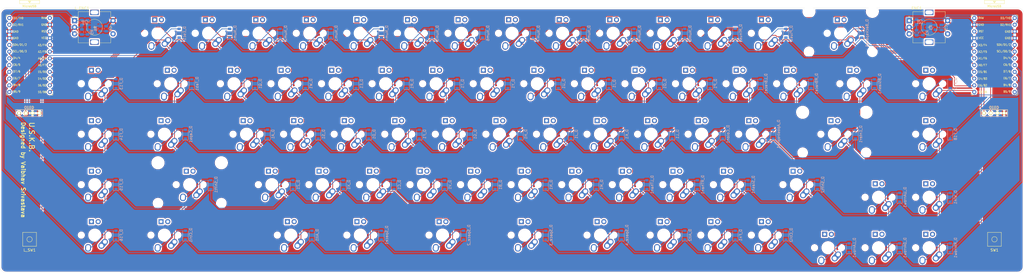
<source format=kicad_pcb>
(kicad_pcb (version 20171130) (host pcbnew "(5.1.9)-1")
  (layers (0 F.Cu signal) (31 B.Cu signal) (34 B.Paste user) (35 F.Paste user) (36 B.SilkS user) (37 F.SilkS user) (38 B.Mask user) (39 F.Mask user) (44 Edge.Cuts user))
  (net 0 "")
  (net 1 ROT_A)
  (net 2 GND)
  (net 3 ROT_B)
  (net 4 K_ENC)
  (net 5 L_ROT_A)
  (net 6 L_ROT_B)
  (net 7 L_K_ENC)
  (net 8 "Net-(D_A1-Pad2)")
  (net 9 L_ROW2)
  (net 10 "Net-(D_Alt1-Pad2)")
  (net 11 L_ROW4)
  (net 12 "Net-(D_Alt2-Pad2)")
  (net 13 ROW4)
  (net 14 "Net-(D_Apostrophe1-Pad2)")
  (net 15 ROW2)
  (net 16 "Net-(D_B1-Pad2)")
  (net 17 L_ROW3)
  (net 18 "Net-(D_Backspace1-Pad2)")
  (net 19 ROW0)
  (net 20 "Net-(D_BSlash1-Pad2)")
  (net 21 ROW1)
  (net 22 "Net-(D_C1-Pad2)")
  (net 23 "Net-(D_Caps1-Pad2)")
  (net 24 "Net-(D_Colon1-Pad2)")
  (net 25 "Net-(D_Ctrl1-Pad2)")
  (net 26 "Net-(D_Ctrl2-Pad2)")
  (net 27 "Net-(D_D1-Pad2)")
  (net 28 "Net-(D_DArrow1-Pad2)")
  (net 29 "Net-(D_E1-Pad2)")
  (net 30 L_ROW1)
  (net 31 "Net-(D_Enter1-Pad2)")
  (net 32 "Net-(D_Esc1-Pad2)")
  (net 33 L_ROW0)
  (net 34 "Net-(D_F1-Pad2)")
  (net 35 "Net-(D_F13-Pad2)")
  (net 36 "Net-(D_F14-Pad2)")
  (net 37 "Net-(D_F15-Pad2)")
  (net 38 "Net-(D_F16-Pad2)")
  (net 39 "Net-(D_F17-Pad2)")
  (net 40 "Net-(D_F18-Pad2)")
  (net 41 "Net-(D_Fn1-Pad2)")
  (net 42 "Net-(D_G1-Pad2)")
  (net 43 "Net-(D_H1-Pad2)")
  (net 44 "Net-(D_I1-Pad2)")
  (net 45 "Net-(D_J1-Pad2)")
  (net 46 "Net-(D_K1-Pad2)")
  (net 47 "Net-(D_L1-Pad2)")
  (net 48 "Net-(D_LArrow1-Pad2)")
  (net 49 "Net-(D_LBrace1-Pad2)")
  (net 50 "Net-(D_LThan1-Pad2)")
  (net 51 ROW3)
  (net 52 "Net-(D_M1-Pad2)")
  (net 53 "Net-(D_Minus1-Pad2)")
  (net 54 "Net-(D_N1-Pad2)")
  (net 55 "Net-(D_Num0-Pad2)")
  (net 56 "Net-(D_Num1-Pad2)")
  (net 57 "Net-(D_Num2-Pad2)")
  (net 58 "Net-(D_Num3-Pad2)")
  (net 59 "Net-(D_Num4-Pad2)")
  (net 60 "Net-(D_Num5-Pad2)")
  (net 61 "Net-(D_Num6-Pad2)")
  (net 62 "Net-(D_Num7-Pad2)")
  (net 63 "Net-(D_Num8-Pad2)")
  (net 64 "Net-(D_Num9-Pad2)")
  (net 65 "Net-(D_O1-Pad2)")
  (net 66 "Net-(D_P1-Pad2)")
  (net 67 "Net-(D_Plus1-Pad2)")
  (net 68 "Net-(D_Q1-Pad2)")
  (net 69 "Net-(D_R1-Pad2)")
  (net 70 "Net-(D_RArrow1-Pad2)")
  (net 71 "Net-(D_RBrace1-Pad2)")
  (net 72 "Net-(D_RThan1-Pad2)")
  (net 73 "Net-(D_S1-Pad2)")
  (net 74 "Net-(D_Shift1-Pad2)")
  (net 75 "Net-(D_Shift2-Pad2)")
  (net 76 "Net-(D_Slash1-Pad2)")
  (net 77 "Net-(D_Space1-Pad2)")
  (net 78 "Net-(D_Space_2-Pad2)")
  (net 79 "Net-(D_Space_3-Pad2)")
  (net 80 "Net-(D_Space_4-Pad2)")
  (net 81 "Net-(D_T1-Pad2)")
  (net 82 "Net-(D_Tab1-Pad2)")
  (net 83 "Net-(D_U1-Pad2)")
  (net 84 "Net-(D_UArrow1-Pad2)")
  (net 85 "Net-(D_V1-Pad2)")
  (net 86 "Net-(D_W1-Pad2)")
  (net 87 "Net-(D_Win1-Pad2)")
  (net 88 "Net-(D_X1-Pad2)")
  (net 89 "Net-(D_Y1-Pad2)")
  (net 90 "Net-(D_Z1-Pad2)")
  (net 91 L_COL2)
  (net 92 COL2)
  (net 93 COL5)
  (net 94 L_COL6)
  (net 95 COL6)
  (net 96 L_COL4)
  (net 97 L_COL1)
  (net 98 COL4)
  (net 99 L_COL5)
  (net 100 L_COL0)
  (net 101 COL7)
  (net 102 COL3)
  (net 103 COL0)
  (net 104 COL1)
  (net 105 L_COL3)
  (net 106 L_COL7)
  (net 107 VCC)
  (net 108 L_SCL)
  (net 109 L_SDA)
  (net 110 L_RESET)
  (net 111 "Net-(L_U1-Pad24)")
  (net 112 "Net-(L_U1-Pad7)")
  (net 113 SCL)
  (net 114 SDA)
  (net 115 RESET)
  (net 116 "Net-(U1-Pad24)")
  (net 117 "Net-(U1-Pad7)")
  (module KeyboardMasterList:ProMicro_v3 (layer F.Cu) (at 391.31875 45.24375)
    (fp_text reference U1 hide)
    (fp_text value ProMicro hide)
    (fp_text user RAW (at -4.995 -14.5 unlocked) (layer F.SilkS) (effects (font (size 0.75 0.67) (thickness 0.125))))
    (fp_text user GND (at -4.995 -11.95 unlocked) (layer F.SilkS) (effects (font (size 0.75 0.67) (thickness 0.125))))
    (fp_text user RST (at -4.995 -9.4 unlocked) (layer F.SilkS) (effects (font (size 0.75 0.67) (thickness 0.125))))
    (fp_text user VCC (at -4.995 -6.95 unlocked) (layer F.SilkS) (effects (font (size 0.75 0.67) (thickness 0.125))))
    (fp_text user A3/F4 (at -4.395 -4.25 unlocked) (layer F.SilkS) (effects (font (size 0.75 0.67) (thickness 0.125))))
    (fp_text user A2/F5 (at -4.395 -1.75 unlocked) (layer F.SilkS) (effects (font (size 0.75 0.67) (thickness 0.125))))
    (fp_text user A1/F6 (at -4.395 0.75 unlocked) (layer F.SilkS) (effects (font (size 0.75 0.67) (thickness 0.125))))
    (fp_text user A0/F7 (at -4.395 3.3 unlocked) (layer F.SilkS) (effects (font (size 0.75 0.67) (thickness 0.125))))
    (fp_text user 15/B1 (at -4.395 5.85 unlocked) (layer F.SilkS) (effects (font (size 0.75 0.67) (thickness 0.125))))
    (fp_text user 14/B3 (at -4.395 8.4 unlocked) (layer F.SilkS) (effects (font (size 0.75 0.67) (thickness 0.125))))
    (fp_text user 10/B6 (at -4.395 13.45 unlocked) (layer F.SilkS) (effects (font (size 0.75 0.67) (thickness 0.125))))
    (fp_text user 16/B2 (at -4.395 10.95 unlocked) (layer F.SilkS) (effects (font (size 0.75 0.67) (thickness 0.125))))
    (fp_text user E6/7 (at 4.705 8.25 unlocked) (layer F.SilkS) (effects (font (size 0.75 0.67) (thickness 0.125))))
    (fp_text user D7/6 (at 4.705 5.7 unlocked) (layer F.SilkS) (effects (font (size 0.75 0.67) (thickness 0.125))))
    (fp_text user GND (at 4.955 -9.35 unlocked) (layer F.SilkS) (effects (font (size 0.75 0.67) (thickness 0.125))))
    (fp_text user GND (at 4.955 -6.9 unlocked) (layer F.SilkS) (effects (font (size 0.75 0.67) (thickness 0.125))))
    (fp_text user D3/TX0 (at 4.155 -14.45 unlocked) (layer F.SilkS) (effects (font (size 0.75 0.67) (thickness 0.125))))
    (fp_text user D4/4 (at 4.705 0.6 unlocked) (layer F.SilkS) (effects (font (size 0.75 0.67) (thickness 0.125))))
    (fp_text user SDA/D1/2 (at 3.455 -4.4 unlocked) (layer F.SilkS) (effects (font (size 0.75 0.67) (thickness 0.125))))
    (fp_text user SCL/D0/3 (at 3.455 -1.9 unlocked) (layer F.SilkS) (effects (font (size 0.75 0.67) (thickness 0.125))))
    (fp_text user C6/5 (at 4.705 3.15 unlocked) (layer F.SilkS) (effects (font (size 0.75 0.67) (thickness 0.125))))
    (fp_text user B5/9 (at 4.705 13.3 unlocked) (layer F.SilkS) (effects (font (size 0.75 0.67) (thickness 0.125))))
    (fp_text user D2/RX1 (at 4.155 -11.9 unlocked) (layer F.SilkS) (effects (font (size 0.75 0.67) (thickness 0.125))))
    (fp_text user B4/8 (at 4.705 10.8 unlocked) (layer F.SilkS) (effects (font (size 0.75 0.67) (thickness 0.125))))
    (fp_text user MicroUSB (at -0.05 -18.95) (layer F.SilkS) (effects (font (size 0.75 0.75) (thickness 0.12))))
    (fp_text user MicroUSB (at -0.05 -18.95) (layer F.SilkS) (effects (font (size 0.75 0.75) (thickness 0.12))))
    (pad 24 thru_hole circle (at -7.6086 -14.478) (size 1.524 1.524) (drill 0.8128) (layers *.Cu B.Mask) (net 116 "Net-(U1-Pad24)"))
    (pad 23 thru_hole circle (at -7.6086 -11.938) (size 1.524 1.524) (drill 0.8128) (layers *.Cu B.Mask) (net 2 GND))
    (pad 22 thru_hole circle (at -7.6086 -9.398) (size 1.524 1.524) (drill 0.8128) (layers *.Cu B.Mask) (net 115 RESET))
    (pad 21 thru_hole circle (at -7.6086 -6.858) (size 1.524 1.524) (drill 0.8128) (layers *.Cu B.Mask) (net 107 VCC))
    (pad 20 thru_hole circle (at -7.6086 -4.318) (size 1.524 1.524) (drill 0.8128) (layers *.Cu B.Mask) (net 103 COL0))
    (pad 19 thru_hole circle (at -7.6086 -1.778) (size 1.524 1.524) (drill 0.8128) (layers *.Cu B.Mask) (net 104 COL1))
    (pad 18 thru_hole circle (at -7.6086 0.762) (size 1.524 1.524) (drill 0.8128) (layers *.Cu B.Mask) (net 92 COL2))
    (pad 17 thru_hole circle (at -7.6086 3.302) (size 1.524 1.524) (drill 0.8128) (layers *.Cu B.Mask) (net 102 COL3))
    (pad 16 thru_hole circle (at -7.6086 5.842) (size 1.524 1.524) (drill 0.8128) (layers *.Cu B.Mask) (net 98 COL4))
    (pad 15 thru_hole circle (at -7.6086 8.382) (size 1.524 1.524) (drill 0.8128) (layers *.Cu B.Mask) (net 93 COL5))
    (pad 14 thru_hole circle (at -7.6086 10.922) (size 1.524 1.524) (drill 0.8128) (layers *.Cu B.Mask) (net 95 COL6))
    (pad 13 thru_hole circle (at -7.6086 13.462) (size 1.524 1.524) (drill 0.8128) (layers *.Cu B.Mask) (net 101 COL7))
    (pad 12 thru_hole circle (at 7.6114 13.462) (size 1.524 1.524) (drill 0.8128) (layers *.Cu B.Mask) (net 19 ROW0))
    (pad 11 thru_hole circle (at 7.6114 10.922) (size 1.524 1.524) (drill 0.8128) (layers *.Cu B.Mask) (net 21 ROW1))
    (pad 10 thru_hole circle (at 7.6114 8.382) (size 1.524 1.524) (drill 0.8128) (layers *.Cu B.Mask) (net 15 ROW2))
    (pad 9 thru_hole circle (at 7.6114 5.842) (size 1.524 1.524) (drill 0.8128) (layers *.Cu B.Mask) (net 51 ROW3))
    (pad 8 thru_hole circle (at 7.6114 3.302) (size 1.524 1.524) (drill 0.8128) (layers *.Cu B.Mask) (net 13 ROW4))
    (pad 7 thru_hole circle (at 7.6114 0.762) (size 1.524 1.524) (drill 0.8128) (layers *.Cu B.Mask) (net 117 "Net-(U1-Pad7)"))
    (pad 6 thru_hole circle (at 7.6114 -1.778) (size 1.524 1.524) (drill 0.8128) (layers *.Cu B.Mask) (net 113 SCL))
    (pad 5 thru_hole circle (at 7.6114 -4.318) (size 1.524 1.524) (drill 0.8128) (layers *.Cu B.Mask) (net 114 SDA))
    (pad 4 thru_hole circle (at 7.6114 -6.858) (size 1.524 1.524) (drill 0.8128) (layers *.Cu B.Mask) (net 2 GND))
    (pad 3 thru_hole circle (at 7.6114 -9.398) (size 1.524 1.524) (drill 0.8128) (layers *.Cu B.Mask) (net 2 GND))
    (pad 2 thru_hole circle (at 7.6114 -11.938) (size 1.524 1.524) (drill 0.8128) (layers *.Cu B.Mask) (net 3 ROT_B))
    (pad 1 thru_hole circle (at 7.6114 -14.478) (size 1.524 1.524) (drill 0.8128) (layers *.Cu B.Mask) (net 1 ROT_A))
  )
  (module KeyboardMasterList:ProMicro_v3 (layer F.Cu) (at 27.78125 45.24375)
    (fp_text reference L_U1 hide)
    (fp_text value ProMicro hide)
    (fp_text user RAW (at 5.419 -14.5 unlocked) (layer F.SilkS) (effects (font (size 0.75 0.67) (thickness 0.125))))
    (fp_text user GND (at 5.419 -11.95 unlocked) (layer F.SilkS) (effects (font (size 0.75 0.67) (thickness 0.125))))
    (fp_text user RST (at 5.419 -9.4 unlocked) (layer F.SilkS) (effects (font (size 0.75 0.67) (thickness 0.125))))
    (fp_text user VCC (at 5.419 -6.95 unlocked) (layer F.SilkS) (effects (font (size 0.75 0.67) (thickness 0.125))))
    (fp_text user A3/F4 (at 4.749 -4.25 unlocked) (layer F.SilkS) (effects (font (size 0.75 0.67) (thickness 0.125))))
    (fp_text user A2/F5 (at 4.749 -1.75 unlocked) (layer F.SilkS) (effects (font (size 0.75 0.67) (thickness 0.125))))
    (fp_text user A1/F6 (at 4.749 0.75 unlocked) (layer F.SilkS) (effects (font (size 0.75 0.67) (thickness 0.125))))
    (fp_text user A0/F7 (at 4.749 3.3 unlocked) (layer F.SilkS) (effects (font (size 0.75 0.67) (thickness 0.125))))
    (fp_text user 15/B1 (at 4.749 5.85 unlocked) (layer F.SilkS) (effects (font (size 0.75 0.67) (thickness 0.125))))
    (fp_text user 14/B3 (at 4.749 8.4 unlocked) (layer F.SilkS) (effects (font (size 0.75 0.67) (thickness 0.125))))
    (fp_text user 10/B6 (at 4.749 13.45 unlocked) (layer F.SilkS) (effects (font (size 0.75 0.67) (thickness 0.125))))
    (fp_text user 16/B2 (at 4.749 10.95 unlocked) (layer F.SilkS) (effects (font (size 0.75 0.67) (thickness 0.125))))
    (fp_text user E6/7 (at -4.82 8.25 unlocked) (layer F.SilkS) (effects (font (size 0.75 0.67) (thickness 0.125))))
    (fp_text user D7/6 (at -4.82 5.7 unlocked) (layer F.SilkS) (effects (font (size 0.75 0.67) (thickness 0.125))))
    (fp_text user GND (at -5.205 -9.35 unlocked) (layer F.SilkS) (effects (font (size 0.75 0.67) (thickness 0.125))))
    (fp_text user GND (at -5.205 -6.9 unlocked) (layer F.SilkS) (effects (font (size 0.75 0.67) (thickness 0.125))))
    (fp_text user D3/TX0 (at -4.227 -14.45 unlocked) (layer F.SilkS) (effects (font (size 0.75 0.67) (thickness 0.125))))
    (fp_text user D4/4 (at -4.82 0.6 unlocked) (layer F.SilkS) (effects (font (size 0.75 0.67) (thickness 0.125))))
    (fp_text user SDA/D1/2 (at -3.657 -4.4 unlocked) (layer F.SilkS) (effects (font (size 0.75 0.67) (thickness 0.125))))
    (fp_text user SCL/D0/3 (at -3.657 -1.9 unlocked) (layer F.SilkS) (effects (font (size 0.75 0.67) (thickness 0.125))))
    (fp_text user C6/5 (at -4.82 3.15 unlocked) (layer F.SilkS) (effects (font (size 0.75 0.67) (thickness 0.125))))
    (fp_text user B5/9 (at -4.82 13.3 unlocked) (layer F.SilkS) (effects (font (size 0.75 0.67) (thickness 0.125))))
    (fp_text user D2/RX1 (at -4.227 -11.9 unlocked) (layer F.SilkS) (effects (font (size 0.75 0.67) (thickness 0.125))))
    (fp_text user B4/8 (at -4.82 10.8 unlocked) (layer F.SilkS) (effects (font (size 0.75 0.67) (thickness 0.125))))
    (fp_text user MicroUSB (at -0.05 -18.95) (layer F.SilkS) (effects (font (size 0.75 0.75) (thickness 0.12))))
    (fp_text user MicroUSB (at -0.05 -18.95) (layer F.SilkS) (effects (font (size 0.75 0.75) (thickness 0.12))))
    (pad 24 thru_hole circle (at 7.6314 -14.478) (size 1.524 1.524) (drill 0.8128) (layers *.Cu B.Mask) (net 111 "Net-(L_U1-Pad24)"))
    (pad 23 thru_hole circle (at 7.6314 -11.938) (size 1.524 1.524) (drill 0.8128) (layers *.Cu B.Mask) (net 2 GND))
    (pad 22 thru_hole circle (at 7.6314 -9.398) (size 1.524 1.524) (drill 0.8128) (layers *.Cu B.Mask) (net 110 L_RESET))
    (pad 21 thru_hole circle (at 7.6314 -6.858) (size 1.524 1.524) (drill 0.8128) (layers *.Cu B.Mask) (net 107 VCC))
    (pad 20 thru_hole circle (at 7.6314 -4.318) (size 1.524 1.524) (drill 0.8128) (layers *.Cu B.Mask) (net 106 L_COL7))
    (pad 19 thru_hole circle (at 7.6314 -1.778) (size 1.524 1.524) (drill 0.8128) (layers *.Cu B.Mask) (net 94 L_COL6))
    (pad 18 thru_hole circle (at 7.6314 0.762) (size 1.524 1.524) (drill 0.8128) (layers *.Cu B.Mask) (net 99 L_COL5))
    (pad 17 thru_hole circle (at 7.6314 3.302) (size 1.524 1.524) (drill 0.8128) (layers *.Cu B.Mask) (net 96 L_COL4))
    (pad 16 thru_hole circle (at 7.6314 5.842) (size 1.524 1.524) (drill 0.8128) (layers *.Cu B.Mask) (net 105 L_COL3))
    (pad 15 thru_hole circle (at 7.6314 8.382) (size 1.524 1.524) (drill 0.8128) (layers *.Cu B.Mask) (net 91 L_COL2))
    (pad 14 thru_hole circle (at 7.6314 10.922) (size 1.524 1.524) (drill 0.8128) (layers *.Cu B.Mask) (net 97 L_COL1))
    (pad 13 thru_hole circle (at 7.6314 13.462) (size 1.524 1.524) (drill 0.8128) (layers *.Cu B.Mask) (net 100 L_COL0))
    (pad 12 thru_hole circle (at -7.6286 13.462) (size 1.524 1.524) (drill 0.8128) (layers *.Cu B.Mask) (net 33 L_ROW0))
    (pad 11 thru_hole circle (at -7.6286 10.922) (size 1.524 1.524) (drill 0.8128) (layers *.Cu B.Mask) (net 30 L_ROW1))
    (pad 10 thru_hole circle (at -7.6286 8.382) (size 1.524 1.524) (drill 0.8128) (layers *.Cu B.Mask) (net 9 L_ROW2))
    (pad 9 thru_hole circle (at -7.6286 5.842) (size 1.524 1.524) (drill 0.8128) (layers *.Cu B.Mask) (net 17 L_ROW3))
    (pad 8 thru_hole circle (at -7.6286 3.302) (size 1.524 1.524) (drill 0.8128) (layers *.Cu B.Mask) (net 11 L_ROW4))
    (pad 7 thru_hole circle (at -7.6286 0.762) (size 1.524 1.524) (drill 0.8128) (layers *.Cu B.Mask) (net 112 "Net-(L_U1-Pad7)"))
    (pad 6 thru_hole circle (at -7.6286 -1.778) (size 1.524 1.524) (drill 0.8128) (layers *.Cu B.Mask) (net 108 L_SCL))
    (pad 5 thru_hole circle (at -7.6286 -4.318) (size 1.524 1.524) (drill 0.8128) (layers *.Cu B.Mask) (net 109 L_SDA))
    (pad 4 thru_hole circle (at -7.6286 -6.858) (size 1.524 1.524) (drill 0.8128) (layers *.Cu B.Mask) (net 2 GND))
    (pad 3 thru_hole circle (at -7.6286 -9.398) (size 1.524 1.524) (drill 0.8128) (layers *.Cu B.Mask) (net 2 GND))
    (pad 2 thru_hole circle (at -7.6286 -11.938) (size 1.524 1.524) (drill 0.8128) (layers *.Cu B.Mask) (net 6 L_ROT_B))
    (pad 1 thru_hole circle (at -7.6286 -14.478) (size 1.524 1.524) (drill 0.8128) (layers *.Cu B.Mask) (net 5 L_ROT_A))
  )
  (module KeyboardMasterList:MX-1.75U (layer F.Cu) (at 78.58125 74.6125 180)
    (fp_text reference K_Caps1)
    (fp_text value MX-NoLED)
    (pad "" np_thru_hole circle (at 5.08 0 228.0996) (size 1.75 1.75) (drill 1.75) (layers *.Cu *.Mask))
    (pad "" np_thru_hole circle (at -5.08 0 228.0996) (size 1.75 1.75) (drill 1.75) (layers *.Cu *.Mask))
    (pad 4 thru_hole rect (at 1.27 5.08 180) (size 1.905 1.905) (drill 1.04) (layers *.Cu B.Mask))
    (pad 3 thru_hole circle (at -1.27 5.08 180) (size 1.905 1.905) (drill 1.04) (layers *.Cu B.Mask))
    (pad 1 thru_hole circle (at -2.5 -4 180) (size 2.25 2.25) (drill 1.47) (layers *.Cu B.Mask) (net 97 L_COL1))
    (pad "" np_thru_hole circle (at 0 0 180) (size 3.9878 3.9878) (drill 3.9878) (layers *.Cu *.Mask))
    (pad 1 thru_hole oval (at -3.81 -2.54 228.0996) (size 4.211556 2.25) (drill 1.47 (offset 0.980778 0)) (layers *.Cu B.Mask) (net 97 L_COL1))
    (pad 2 thru_hole circle (at 2.54 -5.08 180) (size 2.25 2.25) (drill 1.47) (layers *.Cu B.Mask) (net 23 "Net-(D_Caps1-Pad2)"))
    (pad 2 thru_hole oval (at 2.5 -4.5 266.0548) (size 2.831378 2.25) (drill 1.47 (offset 0.290689 0)) (layers *.Cu B.Mask) (net 23 "Net-(D_Caps1-Pad2)"))
  )
  (module KeyboardMasterList:MX-1.75U (layer F.Cu) (at 316.70625 93.6625 180)
    (fp_text reference K_Shift2)
    (fp_text value MX-NoLED)
    (pad "" np_thru_hole circle (at 5.08 0 228.0996) (size 1.75 1.75) (drill 1.75) (layers *.Cu *.Mask))
    (pad "" np_thru_hole circle (at -5.08 0 228.0996) (size 1.75 1.75) (drill 1.75) (layers *.Cu *.Mask))
    (pad 4 thru_hole rect (at 1.27 5.08 180) (size 1.905 1.905) (drill 1.04) (layers *.Cu B.Mask))
    (pad 3 thru_hole circle (at -1.27 5.08 180) (size 1.905 1.905) (drill 1.04) (layers *.Cu B.Mask))
    (pad 1 thru_hole circle (at -2.5 -4 180) (size 2.25 2.25) (drill 1.47) (layers *.Cu B.Mask) (net 93 COL5))
    (pad "" np_thru_hole circle (at 0 0 180) (size 3.9878 3.9878) (drill 3.9878) (layers *.Cu *.Mask))
    (pad 1 thru_hole oval (at -3.81 -2.54 228.0996) (size 4.211556 2.25) (drill 1.47 (offset 0.980778 0)) (layers *.Cu B.Mask) (net 93 COL5))
    (pad 2 thru_hole circle (at 2.54 -5.08 180) (size 2.25 2.25) (drill 1.47) (layers *.Cu B.Mask) (net 75 "Net-(D_Shift2-Pad2)"))
    (pad 2 thru_hole oval (at 2.5 -4.5 266.0548) (size 2.831378 2.25) (drill 1.47 (offset 0.290689 0)) (layers *.Cu B.Mask) (net 75 "Net-(D_Shift2-Pad2)"))
  )
  (module KeyboardMasterList:MX-1.75U (layer F.Cu) (at 183.35625 112.7125 180)
    (fp_text reference K_Space_2)
    (fp_text value MX-NoLED)
    (pad "" np_thru_hole circle (at 5.08 0 228.0996) (size 1.75 1.75) (drill 1.75) (layers *.Cu *.Mask))
    (pad "" np_thru_hole circle (at -5.08 0 228.0996) (size 1.75 1.75) (drill 1.75) (layers *.Cu *.Mask))
    (pad 4 thru_hole rect (at 1.27 5.08 180) (size 1.905 1.905) (drill 1.04) (layers *.Cu B.Mask))
    (pad 3 thru_hole circle (at -1.27 5.08 180) (size 1.905 1.905) (drill 1.04) (layers *.Cu B.Mask))
    (pad 1 thru_hole circle (at -2.5 -4 180) (size 2.25 2.25) (drill 1.47) (layers *.Cu B.Mask) (net 96 L_COL4))
    (pad "" np_thru_hole circle (at 0 0 180) (size 3.9878 3.9878) (drill 3.9878) (layers *.Cu *.Mask))
    (pad 1 thru_hole oval (at -3.81 -2.54 228.0996) (size 4.211556 2.25) (drill 1.47 (offset 0.980778 0)) (layers *.Cu B.Mask) (net 96 L_COL4))
    (pad 2 thru_hole circle (at 2.54 -5.08 180) (size 2.25 2.25) (drill 1.47) (layers *.Cu B.Mask) (net 78 "Net-(D_Space_2-Pad2)"))
    (pad 2 thru_hole oval (at 2.5 -4.5 266.0548) (size 2.831378 2.25) (drill 1.47 (offset 0.290689 0)) (layers *.Cu B.Mask) (net 78 "Net-(D_Space_2-Pad2)"))
  )
  (module KeyboardMasterList:SKQG-1155865 (layer F.Cu) (at 27.78125 114.3)
    (fp_text reference L_SW1 (at 0 4.064) (layer F.SilkS))
    (fp_text value SW_PUSH)
    (pad 1 smd rect (at 3.1 1.85) (size 1.8 1.1) (layers F.Cu F.Paste F.Mask) (net 110 L_RESET))
    (pad 2 smd rect (at -3.1 -1.85) (size 1.8 1.1) (layers F.Cu F.Paste F.Mask) (net 2 GND))
    (pad 3 smd rect (at 3.1 -1.85) (size 1.8 1.1) (layers F.Cu F.Paste F.Mask))
    (pad 4 smd rect (at -3.1 1.85) (size 1.8 1.1) (layers F.Cu F.Paste F.Mask))
  )
  (module KeyboardMasterList:SKQG-1155865 (layer F.Cu) (at 391.31875 114.3)
    (fp_text reference SW1 (at 0 4.064) (layer F.SilkS))
    (fp_text value SW_PUSH)
    (pad 1 smd rect (at 3.1 1.85) (size 1.8 1.1) (layers F.Cu F.Paste F.Mask) (net 115 RESET))
    (pad 2 smd rect (at -3.1 -1.85) (size 1.8 1.1) (layers F.Cu F.Paste F.Mask) (net 2 GND))
    (pad 3 smd rect (at 3.1 -1.85) (size 1.8 1.1) (layers F.Cu F.Paste F.Mask))
    (pad 4 smd rect (at -3.1 1.85) (size 1.8 1.1) (layers F.Cu F.Paste F.Mask))
  )
  (module Resistor_SMD:R_0805_2012Metric (layer B.Cu) (at 54.356 34.798 270)
    (fp_text reference R6 (at 0 1.65 90) (layer B.SilkS) (effects (justify mirror)))
    (fp_text value 10k)
    (pad 2 smd roundrect (at 0.9125 0 270) (size 1.025 1.4) (layers B.Cu B.Paste B.Mask) (roundrect_rratio 0.243902) (net 7 L_K_ENC))
    (pad 1 smd roundrect (at -0.9125 0 270) (size 1.025 1.4) (layers B.Cu B.Paste B.Mask) (roundrect_rratio 0.243902) (net 107 VCC))
  )
  (module Resistor_SMD:R_0805_2012Metric (layer B.Cu) (at 49.65192 36.06292 90)
    (fp_text reference R5 (at 0 1.65 90) (layer B.SilkS) (effects (justify mirror)))
    (fp_text value 10k)
    (pad 2 smd roundrect (at 0.9125 0 90) (size 1.025 1.4) (layers B.Cu B.Paste B.Mask) (roundrect_rratio 0.243902) (net 107 VCC))
    (pad 1 smd roundrect (at -0.9125 0 90) (size 1.025 1.4) (layers B.Cu B.Paste B.Mask) (roundrect_rratio 0.243902) (net 6 L_ROT_B))
  )
  (module Resistor_SMD:R_0805_2012Metric (layer B.Cu) (at 49.65192 32.4866 270)
    (fp_text reference R4 (at 0 1.65 90) (layer B.SilkS) (effects (justify mirror)))
    (fp_text value 10k)
    (pad 2 smd roundrect (at 0.9125 0 270) (size 1.025 1.4) (layers B.Cu B.Paste B.Mask) (roundrect_rratio 0.243902) (net 107 VCC))
    (pad 1 smd roundrect (at -0.9125 0 270) (size 1.025 1.4) (layers B.Cu B.Paste B.Mask) (roundrect_rratio 0.243902) (net 5 L_ROT_A))
  )
  (module Resistor_SMD:R_0805_2012Metric (layer B.Cu) (at 369.062 34.3135 270)
    (fp_text reference R3 (at 0 1.65 90) (layer B.SilkS) (effects (justify mirror)))
    (fp_text value 10k)
    (pad 2 smd roundrect (at 0.9125 0 270) (size 1.025 1.4) (layers B.Cu B.Paste B.Mask) (roundrect_rratio 0.243902) (net 4 K_ENC))
    (pad 1 smd roundrect (at -0.9125 0 270) (size 1.025 1.4) (layers B.Cu B.Paste B.Mask) (roundrect_rratio 0.243902) (net 107 VCC))
  )
  (module Resistor_SMD:R_0805_2012Metric (layer B.Cu) (at 364.363 36.322 90)
    (fp_text reference R2 (at 0 1.65 90) (layer B.SilkS) (effects (justify mirror)))
    (fp_text value 10k)
    (pad 2 smd roundrect (at 0.9125 0 90) (size 1.025 1.4) (layers B.Cu B.Paste B.Mask) (roundrect_rratio 0.243902) (net 107 VCC))
    (pad 1 smd roundrect (at -0.9125 0 90) (size 1.025 1.4) (layers B.Cu B.Paste B.Mask) (roundrect_rratio 0.243902) (net 3 ROT_B))
  )
  (module Resistor_SMD:R_0805_2012Metric (layer B.Cu) (at 364.363 32.258 270)
    (fp_text reference R1 (at 0 1.65 90) (layer B.SilkS) (effects (justify mirror)))
    (fp_text value 10k)
    (pad 2 smd roundrect (at 0.9125 0 270) (size 1.025 1.4) (layers B.Cu B.Paste B.Mask) (roundrect_rratio 0.243902) (net 107 VCC))
    (pad 1 smd roundrect (at -0.9125 0 270) (size 1.025 1.4) (layers B.Cu B.Paste B.Mask) (roundrect_rratio 0.243902) (net 1 ROT_A))
  )
  (module KeyboardMasterList:OLED (layer F.Cu) (at 387.35 66.675)
    (fp_text reference OL1)
    (fp_text value OLED hide)
    (fp_text user OLED (at 3.75 -2.1) (layer B.SilkS) (effects (justify mirror)))
    (fp_text user OLED (at 3.8 -2.1) (layer F.SilkS))
    (pad 4 thru_hole circle (at 7.62 0) (size 1.397 1.397) (drill 0.8128) (layers *.Cu *.Mask F.SilkS) (net 2 GND))
    (pad 3 thru_hole circle (at 5.08 0) (size 1.397 1.397) (drill 0.8128) (layers *.Cu *.Mask F.SilkS) (net 107 VCC))
    (pad 2 thru_hole circle (at 2.54 0) (size 1.397 1.397) (drill 0.8128) (layers *.Cu *.Mask F.SilkS) (net 113 SCL))
    (pad 1 thru_hole circle (at 0 0) (size 1.397 1.397) (drill 0.8128) (layers *.Cu *.Mask F.SilkS) (net 114 SDA))
  )
  (module KeyboardMasterList:OLED (layer F.Cu) (at 23.8125 66.675)
    (fp_text reference L_OL1)
    (fp_text value OLED hide)
    (fp_text user OLED (at 3.75 -2.1) (layer B.SilkS) (effects (justify mirror)))
    (fp_text user OLED (at 3.8 -2.1) (layer F.SilkS))
    (pad 4 thru_hole circle (at 7.62 0) (size 1.397 1.397) (drill 0.8128) (layers *.Cu *.Mask F.SilkS) (net 2 GND))
    (pad 3 thru_hole circle (at 5.08 0) (size 1.397 1.397) (drill 0.8128) (layers *.Cu *.Mask F.SilkS) (net 107 VCC))
    (pad 2 thru_hole circle (at 2.54 0) (size 1.397 1.397) (drill 0.8128) (layers *.Cu *.Mask F.SilkS) (net 108 L_SCL))
    (pad 1 thru_hole circle (at 0 0) (size 1.397 1.397) (drill 0.8128) (layers *.Cu *.Mask F.SilkS) (net 109 L_SDA))
  )
  (module Rotary_Encoder:RotaryEncoder_Alps_EC11E-Switch_Vertical_H20mm (layer F.Cu) (at 44.73575 31.75)
    (fp_text reference L_ENC1 (at 2.8 -4.7) (layer F.SilkS))
    (fp_text value Rotary_Encoder_Switch)
    (pad A thru_hole rect (at 0 0) (size 2 2) (drill 1) (layers *.Cu *.Mask) (net 5 L_ROT_A))
    (pad C thru_hole circle (at 0 2.5) (size 2 2) (drill 1) (layers *.Cu *.Mask) (net 2 GND))
    (pad B thru_hole circle (at 0 5) (size 2 2) (drill 1) (layers *.Cu *.Mask) (net 6 L_ROT_B))
    (pad MP thru_hole rect (at 7.5 -3.1) (size 3.2 2) (drill oval 2.8 1.5) (layers *.Cu *.Mask))
    (pad MP thru_hole rect (at 7.5 8.1) (size 3.2 2) (drill oval 2.8 1.5) (layers *.Cu *.Mask))
    (pad S2 thru_hole circle (at 14.5 0) (size 2 2) (drill 1) (layers *.Cu *.Mask) (net 2 GND))
    (pad S1 thru_hole circle (at 14.5 5) (size 2 2) (drill 1) (layers *.Cu *.Mask) (net 7 L_K_ENC))
  )
  (module KeyboardMasterList:MX-1U (layer F.Cu) (at 119.0625 93.6625 180)
    (fp_text reference K_Z1)
    (fp_text value MX-NoLED)
    (pad "" np_thru_hole circle (at 5.08 0 228.0996) (size 1.75 1.75) (drill 1.75) (layers *.Cu *.Mask))
    (pad "" np_thru_hole circle (at -5.08 0 228.0996) (size 1.75 1.75) (drill 1.75) (layers *.Cu *.Mask))
    (pad 4 thru_hole rect (at 1.27 5.08 180) (size 1.905 1.905) (drill 1.04) (layers *.Cu B.Mask))
    (pad 3 thru_hole circle (at -1.27 5.08 180) (size 1.905 1.905) (drill 1.04) (layers *.Cu B.Mask))
    (pad 1 thru_hole circle (at -2.5 -4 180) (size 2.25 2.25) (drill 1.47) (layers *.Cu B.Mask) (net 91 L_COL2))
    (pad "" np_thru_hole circle (at 0 0 180) (size 3.9878 3.9878) (drill 3.9878) (layers *.Cu *.Mask))
    (pad 1 thru_hole oval (at -3.81 -2.54 228.0996) (size 4.211556 2.25) (drill 1.47 (offset 0.980778 0)) (layers *.Cu B.Mask) (net 91 L_COL2))
    (pad 2 thru_hole circle (at 2.54 -5.08 180) (size 2.25 2.25) (drill 1.47) (layers *.Cu B.Mask) (net 90 "Net-(D_Z1-Pad2)"))
    (pad 2 thru_hole oval (at 2.5 -4.5 266.0548) (size 2.831378 2.25) (drill 1.47 (offset 0.290689 0)) (layers *.Cu B.Mask) (net 90 "Net-(D_Z1-Pad2)"))
  )
  (module KeyboardMasterList:MX-1U (layer F.Cu) (at 200.025 55.5625 180)
    (fp_text reference K_Y1)
    (fp_text value MX-NoLED)
    (pad "" np_thru_hole circle (at 5.08 0 228.0996) (size 1.75 1.75) (drill 1.75) (layers *.Cu *.Mask))
    (pad "" np_thru_hole circle (at -5.08 0 228.0996) (size 1.75 1.75) (drill 1.75) (layers *.Cu *.Mask))
    (pad 4 thru_hole rect (at 1.27 5.08 180) (size 1.905 1.905) (drill 1.04) (layers *.Cu B.Mask))
    (pad 3 thru_hole circle (at -1.27 5.08 180) (size 1.905 1.905) (drill 1.04) (layers *.Cu B.Mask))
    (pad 1 thru_hole circle (at -2.5 -4 180) (size 2.25 2.25) (drill 1.47) (layers *.Cu B.Mask) (net 106 L_COL7))
    (pad "" np_thru_hole circle (at 0 0 180) (size 3.9878 3.9878) (drill 3.9878) (layers *.Cu *.Mask))
    (pad 1 thru_hole oval (at -3.81 -2.54 228.0996) (size 4.211556 2.25) (drill 1.47 (offset 0.980778 0)) (layers *.Cu B.Mask) (net 106 L_COL7))
    (pad 2 thru_hole circle (at 2.54 -5.08 180) (size 2.25 2.25) (drill 1.47) (layers *.Cu B.Mask) (net 89 "Net-(D_Y1-Pad2)"))
    (pad 2 thru_hole oval (at 2.5 -4.5 266.0548) (size 2.831378 2.25) (drill 1.47 (offset 0.290689 0)) (layers *.Cu B.Mask) (net 89 "Net-(D_Y1-Pad2)"))
  )
  (module KeyboardMasterList:MX-1U (layer F.Cu) (at 138.1125 93.6625 180)
    (fp_text reference K_X1)
    (fp_text value MX-NoLED)
    (pad "" np_thru_hole circle (at 5.08 0 228.0996) (size 1.75 1.75) (drill 1.75) (layers *.Cu *.Mask))
    (pad "" np_thru_hole circle (at -5.08 0 228.0996) (size 1.75 1.75) (drill 1.75) (layers *.Cu *.Mask))
    (pad 4 thru_hole rect (at 1.27 5.08 180) (size 1.905 1.905) (drill 1.04) (layers *.Cu B.Mask))
    (pad 3 thru_hole circle (at -1.27 5.08 180) (size 1.905 1.905) (drill 1.04) (layers *.Cu B.Mask))
    (pad 1 thru_hole circle (at -2.5 -4 180) (size 2.25 2.25) (drill 1.47) (layers *.Cu B.Mask) (net 105 L_COL3))
    (pad "" np_thru_hole circle (at 0 0 180) (size 3.9878 3.9878) (drill 3.9878) (layers *.Cu *.Mask))
    (pad 1 thru_hole oval (at -3.81 -2.54 228.0996) (size 4.211556 2.25) (drill 1.47 (offset 0.980778 0)) (layers *.Cu B.Mask) (net 105 L_COL3))
    (pad 2 thru_hole circle (at 2.54 -5.08 180) (size 2.25 2.25) (drill 1.47) (layers *.Cu B.Mask) (net 88 "Net-(D_X1-Pad2)"))
    (pad 2 thru_hole oval (at 2.5 -4.5 266.0548) (size 2.831378 2.25) (drill 1.47 (offset 0.290689 0)) (layers *.Cu B.Mask) (net 88 "Net-(D_X1-Pad2)"))
  )
  (module KeyboardMasterList:MX-1U (layer F.Cu) (at 366.7125 98.425 180)
    (fp_text reference K_Win1)
    (fp_text value MX-NoLED)
    (pad "" np_thru_hole circle (at 5.08 0 228.0996) (size 1.75 1.75) (drill 1.75) (layers *.Cu *.Mask))
    (pad "" np_thru_hole circle (at -5.08 0 228.0996) (size 1.75 1.75) (drill 1.75) (layers *.Cu *.Mask))
    (pad 4 thru_hole rect (at 1.27 5.08 180) (size 1.905 1.905) (drill 1.04) (layers *.Cu B.Mask))
    (pad 3 thru_hole circle (at -1.27 5.08 180) (size 1.905 1.905) (drill 1.04) (layers *.Cu B.Mask))
    (pad 1 thru_hole circle (at -2.5 -4 180) (size 2.25 2.25) (drill 1.47) (layers *.Cu B.Mask) (net 101 COL7))
    (pad "" np_thru_hole circle (at 0 0 180) (size 3.9878 3.9878) (drill 3.9878) (layers *.Cu *.Mask))
    (pad 1 thru_hole oval (at -3.81 -2.54 228.0996) (size 4.211556 2.25) (drill 1.47 (offset 0.980778 0)) (layers *.Cu B.Mask) (net 101 COL7))
    (pad 2 thru_hole circle (at 2.54 -5.08 180) (size 2.25 2.25) (drill 1.47) (layers *.Cu B.Mask) (net 87 "Net-(D_Win1-Pad2)"))
    (pad 2 thru_hole oval (at 2.5 -4.5 266.0548) (size 2.831378 2.25) (drill 1.47 (offset 0.290689 0)) (layers *.Cu B.Mask) (net 87 "Net-(D_Win1-Pad2)"))
  )
  (module KeyboardMasterList:MX-1U (layer F.Cu) (at 123.825 55.5625 180)
    (fp_text reference K_W1)
    (fp_text value MX-NoLED)
    (pad "" np_thru_hole circle (at 5.08 0 228.0996) (size 1.75 1.75) (drill 1.75) (layers *.Cu *.Mask))
    (pad "" np_thru_hole circle (at -5.08 0 228.0996) (size 1.75 1.75) (drill 1.75) (layers *.Cu *.Mask))
    (pad 4 thru_hole rect (at 1.27 5.08 180) (size 1.905 1.905) (drill 1.04) (layers *.Cu B.Mask))
    (pad 3 thru_hole circle (at -1.27 5.08 180) (size 1.905 1.905) (drill 1.04) (layers *.Cu B.Mask))
    (pad 1 thru_hole circle (at -2.5 -4 180) (size 2.25 2.25) (drill 1.47) (layers *.Cu B.Mask) (net 105 L_COL3))
    (pad "" np_thru_hole circle (at 0 0 180) (size 3.9878 3.9878) (drill 3.9878) (layers *.Cu *.Mask))
    (pad 1 thru_hole oval (at -3.81 -2.54 228.0996) (size 4.211556 2.25) (drill 1.47 (offset 0.980778 0)) (layers *.Cu B.Mask) (net 105 L_COL3))
    (pad 2 thru_hole circle (at 2.54 -5.08 180) (size 2.25 2.25) (drill 1.47) (layers *.Cu B.Mask) (net 86 "Net-(D_W1-Pad2)"))
    (pad 2 thru_hole oval (at 2.5 -4.5 266.0548) (size 2.831378 2.25) (drill 1.47 (offset 0.290689 0)) (layers *.Cu B.Mask) (net 86 "Net-(D_W1-Pad2)"))
  )
  (module KeyboardMasterList:MX-1U (layer F.Cu) (at 176.2125 93.6625 180)
    (fp_text reference K_V1)
    (fp_text value MX-NoLED)
    (pad "" np_thru_hole circle (at 5.08 0 228.0996) (size 1.75 1.75) (drill 1.75) (layers *.Cu *.Mask))
    (pad "" np_thru_hole circle (at -5.08 0 228.0996) (size 1.75 1.75) (drill 1.75) (layers *.Cu *.Mask))
    (pad 4 thru_hole rect (at 1.27 5.08 180) (size 1.905 1.905) (drill 1.04) (layers *.Cu B.Mask))
    (pad 3 thru_hole circle (at -1.27 5.08 180) (size 1.905 1.905) (drill 1.04) (layers *.Cu B.Mask))
    (pad 1 thru_hole circle (at -2.5 -4 180) (size 2.25 2.25) (drill 1.47) (layers *.Cu B.Mask) (net 99 L_COL5))
    (pad "" np_thru_hole circle (at 0 0 180) (size 3.9878 3.9878) (drill 3.9878) (layers *.Cu *.Mask))
    (pad 1 thru_hole oval (at -3.81 -2.54 228.0996) (size 4.211556 2.25) (drill 1.47 (offset 0.980778 0)) (layers *.Cu B.Mask) (net 99 L_COL5))
    (pad 2 thru_hole circle (at 2.54 -5.08 180) (size 2.25 2.25) (drill 1.47) (layers *.Cu B.Mask) (net 85 "Net-(D_V1-Pad2)"))
    (pad 2 thru_hole oval (at 2.5 -4.5 266.0548) (size 2.831378 2.25) (drill 1.47 (offset 0.290689 0)) (layers *.Cu B.Mask) (net 85 "Net-(D_V1-Pad2)"))
  )
  (module KeyboardMasterList:MX-1U (layer F.Cu) (at 347.6625 98.425 180)
    (fp_text reference K_UArrow1)
    (fp_text value MX-NoLED)
    (pad "" np_thru_hole circle (at 5.08 0 228.0996) (size 1.75 1.75) (drill 1.75) (layers *.Cu *.Mask))
    (pad "" np_thru_hole circle (at -5.08 0 228.0996) (size 1.75 1.75) (drill 1.75) (layers *.Cu *.Mask))
    (pad 4 thru_hole rect (at 1.27 5.08 180) (size 1.905 1.905) (drill 1.04) (layers *.Cu B.Mask))
    (pad 3 thru_hole circle (at -1.27 5.08 180) (size 1.905 1.905) (drill 1.04) (layers *.Cu B.Mask))
    (pad 1 thru_hole circle (at -2.5 -4 180) (size 2.25 2.25) (drill 1.47) (layers *.Cu B.Mask) (net 95 COL6))
    (pad "" np_thru_hole circle (at 0 0 180) (size 3.9878 3.9878) (drill 3.9878) (layers *.Cu *.Mask))
    (pad 1 thru_hole oval (at -3.81 -2.54 228.0996) (size 4.211556 2.25) (drill 1.47 (offset 0.980778 0)) (layers *.Cu B.Mask) (net 95 COL6))
    (pad 2 thru_hole circle (at 2.54 -5.08 180) (size 2.25 2.25) (drill 1.47) (layers *.Cu B.Mask) (net 84 "Net-(D_UArrow1-Pad2)"))
    (pad 2 thru_hole oval (at 2.5 -4.5 266.0548) (size 2.831378 2.25) (drill 1.47 (offset 0.290689 0)) (layers *.Cu B.Mask) (net 84 "Net-(D_UArrow1-Pad2)"))
  )
  (module KeyboardMasterList:MX-1U (layer F.Cu) (at 219.075 55.5625 180)
    (fp_text reference K_U1)
    (fp_text value MX-NoLED)
    (pad "" np_thru_hole circle (at 5.08 0 228.0996) (size 1.75 1.75) (drill 1.75) (layers *.Cu *.Mask))
    (pad "" np_thru_hole circle (at -5.08 0 228.0996) (size 1.75 1.75) (drill 1.75) (layers *.Cu *.Mask))
    (pad 4 thru_hole rect (at 1.27 5.08 180) (size 1.905 1.905) (drill 1.04) (layers *.Cu B.Mask))
    (pad 3 thru_hole circle (at -1.27 5.08 180) (size 1.905 1.905) (drill 1.04) (layers *.Cu B.Mask))
    (pad 1 thru_hole circle (at -2.5 -4 180) (size 2.25 2.25) (drill 1.47) (layers *.Cu B.Mask) (net 103 COL0))
    (pad "" np_thru_hole circle (at 0 0 180) (size 3.9878 3.9878) (drill 3.9878) (layers *.Cu *.Mask))
    (pad 1 thru_hole oval (at -3.81 -2.54 228.0996) (size 4.211556 2.25) (drill 1.47 (offset 0.980778 0)) (layers *.Cu B.Mask) (net 103 COL0))
    (pad 2 thru_hole circle (at 2.54 -5.08 180) (size 2.25 2.25) (drill 1.47) (layers *.Cu B.Mask) (net 83 "Net-(D_U1-Pad2)"))
    (pad 2 thru_hole oval (at 2.5 -4.5 266.0548) (size 2.831378 2.25) (drill 1.47 (offset 0.290689 0)) (layers *.Cu B.Mask) (net 83 "Net-(D_U1-Pad2)"))
  )
  (module KeyboardMasterList:MX-1.5U (layer F.Cu) (at 80.9625 55.5625 180)
    (fp_text reference K_Tab1)
    (fp_text value MX-NoLED)
    (pad "" np_thru_hole circle (at 5.08 0 228.0996) (size 1.75 1.75) (drill 1.75) (layers *.Cu *.Mask))
    (pad "" np_thru_hole circle (at -5.08 0 228.0996) (size 1.75 1.75) (drill 1.75) (layers *.Cu *.Mask))
    (pad 4 thru_hole rect (at 1.27 5.08 180) (size 1.905 1.905) (drill 1.04) (layers *.Cu B.Mask))
    (pad 3 thru_hole circle (at -1.27 5.08 180) (size 1.905 1.905) (drill 1.04) (layers *.Cu B.Mask))
    (pad 1 thru_hole circle (at -2.5 -4 180) (size 2.25 2.25) (drill 1.47) (layers *.Cu B.Mask) (net 97 L_COL1))
    (pad "" np_thru_hole circle (at 0 0 180) (size 3.9878 3.9878) (drill 3.9878) (layers *.Cu *.Mask))
    (pad 1 thru_hole oval (at -3.81 -2.54 228.0996) (size 4.211556 2.25) (drill 1.47 (offset 0.980778 0)) (layers *.Cu B.Mask) (net 97 L_COL1))
    (pad 2 thru_hole circle (at 2.54 -5.08 180) (size 2.25 2.25) (drill 1.47) (layers *.Cu B.Mask) (net 82 "Net-(D_Tab1-Pad2)"))
    (pad 2 thru_hole oval (at 2.5 -4.5 266.0548) (size 2.831378 2.25) (drill 1.47 (offset 0.290689 0)) (layers *.Cu B.Mask) (net 82 "Net-(D_Tab1-Pad2)"))
  )
  (module KeyboardMasterList:MX-1U (layer F.Cu) (at 180.975 55.5625 180)
    (fp_text reference K_T1)
    (fp_text value MX-NoLED)
    (pad "" np_thru_hole circle (at 5.08 0 228.0996) (size 1.75 1.75) (drill 1.75) (layers *.Cu *.Mask))
    (pad "" np_thru_hole circle (at -5.08 0 228.0996) (size 1.75 1.75) (drill 1.75) (layers *.Cu *.Mask))
    (pad 4 thru_hole rect (at 1.27 5.08 180) (size 1.905 1.905) (drill 1.04) (layers *.Cu B.Mask))
    (pad 3 thru_hole circle (at -1.27 5.08 180) (size 1.905 1.905) (drill 1.04) (layers *.Cu B.Mask))
    (pad 1 thru_hole circle (at -2.5 -4 180) (size 2.25 2.25) (drill 1.47) (layers *.Cu B.Mask) (net 94 L_COL6))
    (pad "" np_thru_hole circle (at 0 0 180) (size 3.9878 3.9878) (drill 3.9878) (layers *.Cu *.Mask))
    (pad 1 thru_hole oval (at -3.81 -2.54 228.0996) (size 4.211556 2.25) (drill 1.47 (offset 0.980778 0)) (layers *.Cu B.Mask) (net 94 L_COL6))
    (pad 2 thru_hole circle (at 2.54 -5.08 180) (size 2.25 2.25) (drill 1.47) (layers *.Cu B.Mask) (net 81 "Net-(D_T1-Pad2)"))
    (pad 2 thru_hole oval (at 2.5 -4.5 266.0548) (size 2.831378 2.25) (drill 1.47 (offset 0.290689 0)) (layers *.Cu B.Mask) (net 81 "Net-(D_T1-Pad2)"))
  )
  (module KeyboardMasterList:MX-1.5U (layer F.Cu) (at 242.8875 112.7125 180)
    (fp_text reference K_Space_4)
    (fp_text value MX-NoLED)
    (pad "" np_thru_hole circle (at 5.08 0 228.0996) (size 1.75 1.75) (drill 1.75) (layers *.Cu *.Mask))
    (pad "" np_thru_hole circle (at -5.08 0 228.0996) (size 1.75 1.75) (drill 1.75) (layers *.Cu *.Mask))
    (pad 4 thru_hole rect (at 1.27 5.08 180) (size 1.905 1.905) (drill 1.04) (layers *.Cu B.Mask))
    (pad 3 thru_hole circle (at -1.27 5.08 180) (size 1.905 1.905) (drill 1.04) (layers *.Cu B.Mask))
    (pad 1 thru_hole circle (at -2.5 -4 180) (size 2.25 2.25) (drill 1.47) (layers *.Cu B.Mask) (net 104 COL1))
    (pad "" np_thru_hole circle (at 0 0 180) (size 3.9878 3.9878) (drill 3.9878) (layers *.Cu *.Mask))
    (pad 1 thru_hole oval (at -3.81 -2.54 228.0996) (size 4.211556 2.25) (drill 1.47 (offset 0.980778 0)) (layers *.Cu B.Mask) (net 104 COL1))
    (pad 2 thru_hole circle (at 2.54 -5.08 180) (size 2.25 2.25) (drill 1.47) (layers *.Cu B.Mask) (net 80 "Net-(D_Space_4-Pad2)"))
    (pad 2 thru_hole oval (at 2.5 -4.5 266.0548) (size 2.831378 2.25) (drill 1.47 (offset 0.290689 0)) (layers *.Cu B.Mask) (net 80 "Net-(D_Space_4-Pad2)"))
  )
  (module KeyboardMasterList:MX-1.5U (layer F.Cu) (at 214.3125 112.7125 180)
    (fp_text reference K_Space_3)
    (fp_text value MX-NoLED)
    (pad "" np_thru_hole circle (at 5.08 0 228.0996) (size 1.75 1.75) (drill 1.75) (layers *.Cu *.Mask))
    (pad "" np_thru_hole circle (at -5.08 0 228.0996) (size 1.75 1.75) (drill 1.75) (layers *.Cu *.Mask))
    (pad 4 thru_hole rect (at 1.27 5.08 180) (size 1.905 1.905) (drill 1.04) (layers *.Cu B.Mask))
    (pad 3 thru_hole circle (at -1.27 5.08 180) (size 1.905 1.905) (drill 1.04) (layers *.Cu B.Mask))
    (pad 1 thru_hole circle (at -2.5 -4 180) (size 2.25 2.25) (drill 1.47) (layers *.Cu B.Mask) (net 103 COL0))
    (pad "" np_thru_hole circle (at 0 0 180) (size 3.9878 3.9878) (drill 3.9878) (layers *.Cu *.Mask))
    (pad 1 thru_hole oval (at -3.81 -2.54 228.0996) (size 4.211556 2.25) (drill 1.47 (offset 0.980778 0)) (layers *.Cu B.Mask) (net 103 COL0))
    (pad 2 thru_hole circle (at 2.54 -5.08 180) (size 2.25 2.25) (drill 1.47) (layers *.Cu B.Mask) (net 79 "Net-(D_Space_3-Pad2)"))
    (pad 2 thru_hole oval (at 2.5 -4.5 266.0548) (size 2.831378 2.25) (drill 1.47 (offset 0.290689 0)) (layers *.Cu B.Mask) (net 79 "Net-(D_Space_3-Pad2)"))
  )
  (module KeyboardMasterList:MX-1.5U (layer F.Cu) (at 152.4 112.7125 180)
    (fp_text reference K_Space1)
    (fp_text value MX-NoLED)
    (pad "" np_thru_hole circle (at 5.08 0 228.0996) (size 1.75 1.75) (drill 1.75) (layers *.Cu *.Mask))
    (pad "" np_thru_hole circle (at -5.08 0 228.0996) (size 1.75 1.75) (drill 1.75) (layers *.Cu *.Mask))
    (pad 4 thru_hole rect (at 1.27 5.08 180) (size 1.905 1.905) (drill 1.04) (layers *.Cu B.Mask))
    (pad 3 thru_hole circle (at -1.27 5.08 180) (size 1.905 1.905) (drill 1.04) (layers *.Cu B.Mask))
    (pad 1 thru_hole circle (at -2.5 -4 180) (size 2.25 2.25) (drill 1.47) (layers *.Cu B.Mask) (net 105 L_COL3))
    (pad "" np_thru_hole circle (at 0 0 180) (size 3.9878 3.9878) (drill 3.9878) (layers *.Cu *.Mask))
    (pad 1 thru_hole oval (at -3.81 -2.54 228.0996) (size 4.211556 2.25) (drill 1.47 (offset 0.980778 0)) (layers *.Cu B.Mask) (net 105 L_COL3))
    (pad 2 thru_hole circle (at 2.54 -5.08 180) (size 2.25 2.25) (drill 1.47) (layers *.Cu B.Mask) (net 77 "Net-(D_Space1-Pad2)"))
    (pad 2 thru_hole oval (at 2.5 -4.5 266.0548) (size 2.831378 2.25) (drill 1.47 (offset 0.290689 0)) (layers *.Cu B.Mask) (net 77 "Net-(D_Space1-Pad2)"))
  )
  (module KeyboardMasterList:MX-1U (layer F.Cu) (at 290.5125 93.6625 180)
    (fp_text reference K_Slash1)
    (fp_text value MX-NoLED)
    (pad "" np_thru_hole circle (at 5.08 0 228.0996) (size 1.75 1.75) (drill 1.75) (layers *.Cu *.Mask))
    (pad "" np_thru_hole circle (at -5.08 0 228.0996) (size 1.75 1.75) (drill 1.75) (layers *.Cu *.Mask))
    (pad 4 thru_hole rect (at 1.27 5.08 180) (size 1.905 1.905) (drill 1.04) (layers *.Cu B.Mask))
    (pad 3 thru_hole circle (at -1.27 5.08 180) (size 1.905 1.905) (drill 1.04) (layers *.Cu B.Mask))
    (pad 1 thru_hole circle (at -2.5 -4 180) (size 2.25 2.25) (drill 1.47) (layers *.Cu B.Mask) (net 98 COL4))
    (pad "" np_thru_hole circle (at 0 0 180) (size 3.9878 3.9878) (drill 3.9878) (layers *.Cu *.Mask))
    (pad 1 thru_hole oval (at -3.81 -2.54 228.0996) (size 4.211556 2.25) (drill 1.47 (offset 0.980778 0)) (layers *.Cu B.Mask) (net 98 COL4))
    (pad 2 thru_hole circle (at 2.54 -5.08 180) (size 2.25 2.25) (drill 1.47) (layers *.Cu B.Mask) (net 76 "Net-(D_Slash1-Pad2)"))
    (pad 2 thru_hole oval (at 2.5 -4.5 266.0548) (size 2.831378 2.25) (drill 1.47 (offset 0.290689 0)) (layers *.Cu B.Mask) (net 76 "Net-(D_Slash1-Pad2)"))
  )
  (module KeyboardMasterList:MX-2.25U (layer F.Cu) (at 88.10625 93.6625 180)
    (fp_text reference K_Shift1)
    (fp_text value MX-NoLED)
    (pad "" np_thru_hole circle (at 11.938 8.255 180) (size 3.9878 3.9878) (drill 3.9878) (layers *.Cu *.Mask))
    (pad "" np_thru_hole circle (at -11.938 8.255 180) (size 3.9878 3.9878) (drill 3.9878) (layers *.Cu *.Mask))
    (pad "" np_thru_hole circle (at 11.938 -6.985 180) (size 3.048 3.048) (drill 3.048) (layers *.Cu *.Mask))
    (pad "" np_thru_hole circle (at -11.938 -6.985 180) (size 3.048 3.048) (drill 3.048) (layers *.Cu *.Mask))
    (pad "" np_thru_hole circle (at 5.08 0 228.0996) (size 1.75 1.75) (drill 1.75) (layers *.Cu *.Mask))
    (pad "" np_thru_hole circle (at -5.08 0 228.0996) (size 1.75 1.75) (drill 1.75) (layers *.Cu *.Mask))
    (pad 4 thru_hole rect (at 1.27 5.08 180) (size 1.905 1.905) (drill 1.04) (layers *.Cu B.Mask))
    (pad 3 thru_hole circle (at -1.27 5.08 180) (size 1.905 1.905) (drill 1.04) (layers *.Cu B.Mask))
    (pad 1 thru_hole circle (at -2.5 -4 180) (size 2.25 2.25) (drill 1.47) (layers *.Cu B.Mask) (net 97 L_COL1))
    (pad "" np_thru_hole circle (at 0 0 180) (size 3.9878 3.9878) (drill 3.9878) (layers *.Cu *.Mask))
    (pad 1 thru_hole oval (at -3.81 -2.54 228.0996) (size 4.211556 2.25) (drill 1.47 (offset 0.980778 0)) (layers *.Cu B.Mask) (net 97 L_COL1))
    (pad 2 thru_hole circle (at 2.54 -5.08 180) (size 2.25 2.25) (drill 1.47) (layers *.Cu B.Mask) (net 74 "Net-(D_Shift1-Pad2)"))
    (pad 2 thru_hole oval (at 2.5 -4.5 266.0548) (size 2.831378 2.25) (drill 1.47 (offset 0.290689 0)) (layers *.Cu B.Mask) (net 74 "Net-(D_Shift1-Pad2)"))
  )
  (module KeyboardMasterList:MX-1U (layer F.Cu) (at 128.5875 74.6125 180)
    (fp_text reference K_S1)
    (fp_text value MX-NoLED)
    (pad "" np_thru_hole circle (at 5.08 0 228.0996) (size 1.75 1.75) (drill 1.75) (layers *.Cu *.Mask))
    (pad "" np_thru_hole circle (at -5.08 0 228.0996) (size 1.75 1.75) (drill 1.75) (layers *.Cu *.Mask))
    (pad 4 thru_hole rect (at 1.27 5.08 180) (size 1.905 1.905) (drill 1.04) (layers *.Cu B.Mask))
    (pad 3 thru_hole circle (at -1.27 5.08 180) (size 1.905 1.905) (drill 1.04) (layers *.Cu B.Mask))
    (pad 1 thru_hole circle (at -2.5 -4 180) (size 2.25 2.25) (drill 1.47) (layers *.Cu B.Mask) (net 105 L_COL3))
    (pad "" np_thru_hole circle (at 0 0 180) (size 3.9878 3.9878) (drill 3.9878) (layers *.Cu *.Mask))
    (pad 1 thru_hole oval (at -3.81 -2.54 228.0996) (size 4.211556 2.25) (drill 1.47 (offset 0.980778 0)) (layers *.Cu B.Mask) (net 105 L_COL3))
    (pad 2 thru_hole circle (at 2.54 -5.08 180) (size 2.25 2.25) (drill 1.47) (layers *.Cu B.Mask) (net 73 "Net-(D_S1-Pad2)"))
    (pad 2 thru_hole oval (at 2.5 -4.5 266.0548) (size 2.831378 2.25) (drill 1.47 (offset 0.290689 0)) (layers *.Cu B.Mask) (net 73 "Net-(D_S1-Pad2)"))
  )
  (module KeyboardMasterList:MX-1U (layer F.Cu) (at 271.4625 93.6625 180)
    (fp_text reference K_RThan1)
    (fp_text value MX-NoLED)
    (pad "" np_thru_hole circle (at 5.08 0 228.0996) (size 1.75 1.75) (drill 1.75) (layers *.Cu *.Mask))
    (pad "" np_thru_hole circle (at -5.08 0 228.0996) (size 1.75 1.75) (drill 1.75) (layers *.Cu *.Mask))
    (pad 4 thru_hole rect (at 1.27 5.08 180) (size 1.905 1.905) (drill 1.04) (layers *.Cu B.Mask))
    (pad 3 thru_hole circle (at -1.27 5.08 180) (size 1.905 1.905) (drill 1.04) (layers *.Cu B.Mask))
    (pad 1 thru_hole circle (at -2.5 -4 180) (size 2.25 2.25) (drill 1.47) (layers *.Cu B.Mask) (net 102 COL3))
    (pad "" np_thru_hole circle (at 0 0 180) (size 3.9878 3.9878) (drill 3.9878) (layers *.Cu *.Mask))
    (pad 1 thru_hole oval (at -3.81 -2.54 228.0996) (size 4.211556 2.25) (drill 1.47 (offset 0.980778 0)) (layers *.Cu B.Mask) (net 102 COL3))
    (pad 2 thru_hole circle (at 2.54 -5.08 180) (size 2.25 2.25) (drill 1.47) (layers *.Cu B.Mask) (net 72 "Net-(D_RThan1-Pad2)"))
    (pad 2 thru_hole oval (at 2.5 -4.5 266.0548) (size 2.831378 2.25) (drill 1.47 (offset 0.290689 0)) (layers *.Cu B.Mask) (net 72 "Net-(D_RThan1-Pad2)"))
  )
  (module KeyboardMasterList:MX-1U (layer F.Cu) (at 314.325 55.5625 180)
    (fp_text reference K_RBrace1)
    (fp_text value MX-NoLED)
    (pad "" np_thru_hole circle (at 5.08 0 228.0996) (size 1.75 1.75) (drill 1.75) (layers *.Cu *.Mask))
    (pad "" np_thru_hole circle (at -5.08 0 228.0996) (size 1.75 1.75) (drill 1.75) (layers *.Cu *.Mask))
    (pad 4 thru_hole rect (at 1.27 5.08 180) (size 1.905 1.905) (drill 1.04) (layers *.Cu B.Mask))
    (pad 3 thru_hole circle (at -1.27 5.08 180) (size 1.905 1.905) (drill 1.04) (layers *.Cu B.Mask))
    (pad 1 thru_hole circle (at -2.5 -4 180) (size 2.25 2.25) (drill 1.47) (layers *.Cu B.Mask) (net 93 COL5))
    (pad "" np_thru_hole circle (at 0 0 180) (size 3.9878 3.9878) (drill 3.9878) (layers *.Cu *.Mask))
    (pad 1 thru_hole oval (at -3.81 -2.54 228.0996) (size 4.211556 2.25) (drill 1.47 (offset 0.980778 0)) (layers *.Cu B.Mask) (net 93 COL5))
    (pad 2 thru_hole circle (at 2.54 -5.08 180) (size 2.25 2.25) (drill 1.47) (layers *.Cu B.Mask) (net 71 "Net-(D_RBrace1-Pad2)"))
    (pad 2 thru_hole oval (at 2.5 -4.5 266.0548) (size 2.831378 2.25) (drill 1.47 (offset 0.290689 0)) (layers *.Cu B.Mask) (net 71 "Net-(D_RBrace1-Pad2)"))
  )
  (module KeyboardMasterList:MX-1U (layer F.Cu) (at 366.7125 117.475 180)
    (fp_text reference K_RArrow1)
    (fp_text value MX-NoLED)
    (pad "" np_thru_hole circle (at 5.08 0 228.0996) (size 1.75 1.75) (drill 1.75) (layers *.Cu *.Mask))
    (pad "" np_thru_hole circle (at -5.08 0 228.0996) (size 1.75 1.75) (drill 1.75) (layers *.Cu *.Mask))
    (pad 4 thru_hole rect (at 1.27 5.08 180) (size 1.905 1.905) (drill 1.04) (layers *.Cu B.Mask))
    (pad 3 thru_hole circle (at -1.27 5.08 180) (size 1.905 1.905) (drill 1.04) (layers *.Cu B.Mask))
    (pad 1 thru_hole circle (at -2.5 -4 180) (size 2.25 2.25) (drill 1.47) (layers *.Cu B.Mask) (net 101 COL7))
    (pad "" np_thru_hole circle (at 0 0 180) (size 3.9878 3.9878) (drill 3.9878) (layers *.Cu *.Mask))
    (pad 1 thru_hole oval (at -3.81 -2.54 228.0996) (size 4.211556 2.25) (drill 1.47 (offset 0.980778 0)) (layers *.Cu B.Mask) (net 101 COL7))
    (pad 2 thru_hole circle (at 2.54 -5.08 180) (size 2.25 2.25) (drill 1.47) (layers *.Cu B.Mask) (net 70 "Net-(D_RArrow1-Pad2)"))
    (pad 2 thru_hole oval (at 2.5 -4.5 266.0548) (size 2.831378 2.25) (drill 1.47 (offset 0.290689 0)) (layers *.Cu B.Mask) (net 70 "Net-(D_RArrow1-Pad2)"))
  )
  (module KeyboardMasterList:MX-1U (layer F.Cu) (at 161.925 55.5625 180)
    (fp_text reference K_R1)
    (fp_text value MX-NoLED)
    (pad "" np_thru_hole circle (at 5.08 0 228.0996) (size 1.75 1.75) (drill 1.75) (layers *.Cu *.Mask))
    (pad "" np_thru_hole circle (at -5.08 0 228.0996) (size 1.75 1.75) (drill 1.75) (layers *.Cu *.Mask))
    (pad 4 thru_hole rect (at 1.27 5.08 180) (size 1.905 1.905) (drill 1.04) (layers *.Cu B.Mask))
    (pad 3 thru_hole circle (at -1.27 5.08 180) (size 1.905 1.905) (drill 1.04) (layers *.Cu B.Mask))
    (pad 1 thru_hole circle (at -2.5 -4 180) (size 2.25 2.25) (drill 1.47) (layers *.Cu B.Mask) (net 99 L_COL5))
    (pad "" np_thru_hole circle (at 0 0 180) (size 3.9878 3.9878) (drill 3.9878) (layers *.Cu *.Mask))
    (pad 1 thru_hole oval (at -3.81 -2.54 228.0996) (size 4.211556 2.25) (drill 1.47 (offset 0.980778 0)) (layers *.Cu B.Mask) (net 99 L_COL5))
    (pad 2 thru_hole circle (at 2.54 -5.08 180) (size 2.25 2.25) (drill 1.47) (layers *.Cu B.Mask) (net 69 "Net-(D_R1-Pad2)"))
    (pad 2 thru_hole oval (at 2.5 -4.5 266.0548) (size 2.831378 2.25) (drill 1.47 (offset 0.290689 0)) (layers *.Cu B.Mask) (net 69 "Net-(D_R1-Pad2)"))
  )
  (module KeyboardMasterList:MX-1U (layer F.Cu) (at 104.775 55.5625 180)
    (fp_text reference K_Q1)
    (fp_text value MX-NoLED)
    (pad "" np_thru_hole circle (at 5.08 0 228.0996) (size 1.75 1.75) (drill 1.75) (layers *.Cu *.Mask))
    (pad "" np_thru_hole circle (at -5.08 0 228.0996) (size 1.75 1.75) (drill 1.75) (layers *.Cu *.Mask))
    (pad 4 thru_hole rect (at 1.27 5.08 180) (size 1.905 1.905) (drill 1.04) (layers *.Cu B.Mask))
    (pad 3 thru_hole circle (at -1.27 5.08 180) (size 1.905 1.905) (drill 1.04) (layers *.Cu B.Mask))
    (pad 1 thru_hole circle (at -2.5 -4 180) (size 2.25 2.25) (drill 1.47) (layers *.Cu B.Mask) (net 91 L_COL2))
    (pad "" np_thru_hole circle (at 0 0 180) (size 3.9878 3.9878) (drill 3.9878) (layers *.Cu *.Mask))
    (pad 1 thru_hole oval (at -3.81 -2.54 228.0996) (size 4.211556 2.25) (drill 1.47 (offset 0.980778 0)) (layers *.Cu B.Mask) (net 91 L_COL2))
    (pad 2 thru_hole circle (at 2.54 -5.08 180) (size 2.25 2.25) (drill 1.47) (layers *.Cu B.Mask) (net 68 "Net-(D_Q1-Pad2)"))
    (pad 2 thru_hole oval (at 2.5 -4.5 266.0548) (size 2.831378 2.25) (drill 1.47 (offset 0.290689 0)) (layers *.Cu B.Mask) (net 68 "Net-(D_Q1-Pad2)"))
  )
  (module KeyboardMasterList:MX-1U (layer F.Cu) (at 304.8 36.5125 180)
    (fp_text reference K_Plus1)
    (fp_text value MX-NoLED)
    (pad "" np_thru_hole circle (at 5.08 0 228.0996) (size 1.75 1.75) (drill 1.75) (layers *.Cu *.Mask))
    (pad "" np_thru_hole circle (at -5.08 0 228.0996) (size 1.75 1.75) (drill 1.75) (layers *.Cu *.Mask))
    (pad 4 thru_hole rect (at 1.27 5.08 180) (size 1.905 1.905) (drill 1.04) (layers *.Cu B.Mask))
    (pad 3 thru_hole circle (at -1.27 5.08 180) (size 1.905 1.905) (drill 1.04) (layers *.Cu B.Mask))
    (pad 1 thru_hole circle (at -2.5 -4 180) (size 2.25 2.25) (drill 1.47) (layers *.Cu B.Mask) (net 93 COL5))
    (pad "" np_thru_hole circle (at 0 0 180) (size 3.9878 3.9878) (drill 3.9878) (layers *.Cu *.Mask))
    (pad 1 thru_hole oval (at -3.81 -2.54 228.0996) (size 4.211556 2.25) (drill 1.47 (offset 0.980778 0)) (layers *.Cu B.Mask) (net 93 COL5))
    (pad 2 thru_hole circle (at 2.54 -5.08 180) (size 2.25 2.25) (drill 1.47) (layers *.Cu B.Mask) (net 67 "Net-(D_Plus1-Pad2)"))
    (pad 2 thru_hole oval (at 2.5 -4.5 266.0548) (size 2.831378 2.25) (drill 1.47 (offset 0.290689 0)) (layers *.Cu B.Mask) (net 67 "Net-(D_Plus1-Pad2)"))
  )
  (module KeyboardMasterList:MX-1U (layer F.Cu) (at 276.225 55.5625 180)
    (fp_text reference K_P1)
    (fp_text value MX-NoLED)
    (pad "" np_thru_hole circle (at 5.08 0 228.0996) (size 1.75 1.75) (drill 1.75) (layers *.Cu *.Mask))
    (pad "" np_thru_hole circle (at -5.08 0 228.0996) (size 1.75 1.75) (drill 1.75) (layers *.Cu *.Mask))
    (pad 4 thru_hole rect (at 1.27 5.08 180) (size 1.905 1.905) (drill 1.04) (layers *.Cu B.Mask))
    (pad 3 thru_hole circle (at -1.27 5.08 180) (size 1.905 1.905) (drill 1.04) (layers *.Cu B.Mask))
    (pad 1 thru_hole circle (at -2.5 -4 180) (size 2.25 2.25) (drill 1.47) (layers *.Cu B.Mask) (net 102 COL3))
    (pad "" np_thru_hole circle (at 0 0 180) (size 3.9878 3.9878) (drill 3.9878) (layers *.Cu *.Mask))
    (pad 1 thru_hole oval (at -3.81 -2.54 228.0996) (size 4.211556 2.25) (drill 1.47 (offset 0.980778 0)) (layers *.Cu B.Mask) (net 102 COL3))
    (pad 2 thru_hole circle (at 2.54 -5.08 180) (size 2.25 2.25) (drill 1.47) (layers *.Cu B.Mask) (net 66 "Net-(D_P1-Pad2)"))
    (pad 2 thru_hole oval (at 2.5 -4.5 266.0548) (size 2.831378 2.25) (drill 1.47 (offset 0.290689 0)) (layers *.Cu B.Mask) (net 66 "Net-(D_P1-Pad2)"))
  )
  (module KeyboardMasterList:MX-1U (layer F.Cu) (at 257.175 55.5625 180)
    (fp_text reference K_O1)
    (fp_text value MX-NoLED)
    (pad "" np_thru_hole circle (at 5.08 0 228.0996) (size 1.75 1.75) (drill 1.75) (layers *.Cu *.Mask))
    (pad "" np_thru_hole circle (at -5.08 0 228.0996) (size 1.75 1.75) (drill 1.75) (layers *.Cu *.Mask))
    (pad 4 thru_hole rect (at 1.27 5.08 180) (size 1.905 1.905) (drill 1.04) (layers *.Cu B.Mask))
    (pad 3 thru_hole circle (at -1.27 5.08 180) (size 1.905 1.905) (drill 1.04) (layers *.Cu B.Mask))
    (pad 1 thru_hole circle (at -2.5 -4 180) (size 2.25 2.25) (drill 1.47) (layers *.Cu B.Mask) (net 92 COL2))
    (pad "" np_thru_hole circle (at 0 0 180) (size 3.9878 3.9878) (drill 3.9878) (layers *.Cu *.Mask))
    (pad 1 thru_hole oval (at -3.81 -2.54 228.0996) (size 4.211556 2.25) (drill 1.47 (offset 0.980778 0)) (layers *.Cu B.Mask) (net 92 COL2))
    (pad 2 thru_hole circle (at 2.54 -5.08 180) (size 2.25 2.25) (drill 1.47) (layers *.Cu B.Mask) (net 65 "Net-(D_O1-Pad2)"))
    (pad 2 thru_hole oval (at 2.5 -4.5 266.0548) (size 2.831378 2.25) (drill 1.47 (offset 0.290689 0)) (layers *.Cu B.Mask) (net 65 "Net-(D_O1-Pad2)"))
  )
  (module KeyboardMasterList:MX-1U (layer F.Cu) (at 247.65 36.5125 180)
    (fp_text reference K_Num9)
    (fp_text value MX-NoLED)
    (pad "" np_thru_hole circle (at 5.08 0 228.0996) (size 1.75 1.75) (drill 1.75) (layers *.Cu *.Mask))
    (pad "" np_thru_hole circle (at -5.08 0 228.0996) (size 1.75 1.75) (drill 1.75) (layers *.Cu *.Mask))
    (pad 4 thru_hole rect (at 1.27 5.08 180) (size 1.905 1.905) (drill 1.04) (layers *.Cu B.Mask))
    (pad 3 thru_hole circle (at -1.27 5.08 180) (size 1.905 1.905) (drill 1.04) (layers *.Cu B.Mask))
    (pad 1 thru_hole circle (at -2.5 -4 180) (size 2.25 2.25) (drill 1.47) (layers *.Cu B.Mask) (net 92 COL2))
    (pad "" np_thru_hole circle (at 0 0 180) (size 3.9878 3.9878) (drill 3.9878) (layers *.Cu *.Mask))
    (pad 1 thru_hole oval (at -3.81 -2.54 228.0996) (size 4.211556 2.25) (drill 1.47 (offset 0.980778 0)) (layers *.Cu B.Mask) (net 92 COL2))
    (pad 2 thru_hole circle (at 2.54 -5.08 180) (size 2.25 2.25) (drill 1.47) (layers *.Cu B.Mask) (net 64 "Net-(D_Num9-Pad2)"))
    (pad 2 thru_hole oval (at 2.5 -4.5 266.0548) (size 2.831378 2.25) (drill 1.47 (offset 0.290689 0)) (layers *.Cu B.Mask) (net 64 "Net-(D_Num9-Pad2)"))
  )
  (module KeyboardMasterList:MX-1U (layer F.Cu) (at 228.6 36.5125 180)
    (fp_text reference K_Num8)
    (fp_text value MX-NoLED)
    (pad "" np_thru_hole circle (at 5.08 0 228.0996) (size 1.75 1.75) (drill 1.75) (layers *.Cu *.Mask))
    (pad "" np_thru_hole circle (at -5.08 0 228.0996) (size 1.75 1.75) (drill 1.75) (layers *.Cu *.Mask))
    (pad 4 thru_hole rect (at 1.27 5.08 180) (size 1.905 1.905) (drill 1.04) (layers *.Cu B.Mask))
    (pad 3 thru_hole circle (at -1.27 5.08 180) (size 1.905 1.905) (drill 1.04) (layers *.Cu B.Mask))
    (pad 1 thru_hole circle (at -2.5 -4 180) (size 2.25 2.25) (drill 1.47) (layers *.Cu B.Mask) (net 104 COL1))
    (pad "" np_thru_hole circle (at 0 0 180) (size 3.9878 3.9878) (drill 3.9878) (layers *.Cu *.Mask))
    (pad 1 thru_hole oval (at -3.81 -2.54 228.0996) (size 4.211556 2.25) (drill 1.47 (offset 0.980778 0)) (layers *.Cu B.Mask) (net 104 COL1))
    (pad 2 thru_hole circle (at 2.54 -5.08 180) (size 2.25 2.25) (drill 1.47) (layers *.Cu B.Mask) (net 63 "Net-(D_Num8-Pad2)"))
    (pad 2 thru_hole oval (at 2.5 -4.5 266.0548) (size 2.831378 2.25) (drill 1.47 (offset 0.290689 0)) (layers *.Cu B.Mask) (net 63 "Net-(D_Num8-Pad2)"))
  )
  (module KeyboardMasterList:MX-1U (layer F.Cu) (at 209.55 36.5125 180)
    (fp_text reference K_Num7)
    (fp_text value MX-NoLED)
    (pad "" np_thru_hole circle (at 5.08 0 228.0996) (size 1.75 1.75) (drill 1.75) (layers *.Cu *.Mask))
    (pad "" np_thru_hole circle (at -5.08 0 228.0996) (size 1.75 1.75) (drill 1.75) (layers *.Cu *.Mask))
    (pad 4 thru_hole rect (at 1.27 5.08 180) (size 1.905 1.905) (drill 1.04) (layers *.Cu B.Mask))
    (pad 3 thru_hole circle (at -1.27 5.08 180) (size 1.905 1.905) (drill 1.04) (layers *.Cu B.Mask))
    (pad 1 thru_hole circle (at -2.5 -4 180) (size 2.25 2.25) (drill 1.47) (layers *.Cu B.Mask) (net 103 COL0))
    (pad "" np_thru_hole circle (at 0 0 180) (size 3.9878 3.9878) (drill 3.9878) (layers *.Cu *.Mask))
    (pad 1 thru_hole oval (at -3.81 -2.54 228.0996) (size 4.211556 2.25) (drill 1.47 (offset 0.980778 0)) (layers *.Cu B.Mask) (net 103 COL0))
    (pad 2 thru_hole circle (at 2.54 -5.08 180) (size 2.25 2.25) (drill 1.47) (layers *.Cu B.Mask) (net 62 "Net-(D_Num7-Pad2)"))
    (pad 2 thru_hole oval (at 2.5 -4.5 266.0548) (size 2.831378 2.25) (drill 1.47 (offset 0.290689 0)) (layers *.Cu B.Mask) (net 62 "Net-(D_Num7-Pad2)"))
  )
  (module KeyboardMasterList:MX-1U (layer F.Cu) (at 190.5 36.5125 180)
    (fp_text reference K_Num6)
    (fp_text value MX-NoLED)
    (pad "" np_thru_hole circle (at 5.08 0 228.0996) (size 1.75 1.75) (drill 1.75) (layers *.Cu *.Mask))
    (pad "" np_thru_hole circle (at -5.08 0 228.0996) (size 1.75 1.75) (drill 1.75) (layers *.Cu *.Mask))
    (pad 4 thru_hole rect (at 1.27 5.08 180) (size 1.905 1.905) (drill 1.04) (layers *.Cu B.Mask))
    (pad 3 thru_hole circle (at -1.27 5.08 180) (size 1.905 1.905) (drill 1.04) (layers *.Cu B.Mask))
    (pad 1 thru_hole circle (at -2.5 -4 180) (size 2.25 2.25) (drill 1.47) (layers *.Cu B.Mask) (net 106 L_COL7))
    (pad "" np_thru_hole circle (at 0 0 180) (size 3.9878 3.9878) (drill 3.9878) (layers *.Cu *.Mask))
    (pad 1 thru_hole oval (at -3.81 -2.54 228.0996) (size 4.211556 2.25) (drill 1.47 (offset 0.980778 0)) (layers *.Cu B.Mask) (net 106 L_COL7))
    (pad 2 thru_hole circle (at 2.54 -5.08 180) (size 2.25 2.25) (drill 1.47) (layers *.Cu B.Mask) (net 61 "Net-(D_Num6-Pad2)"))
    (pad 2 thru_hole oval (at 2.5 -4.5 266.0548) (size 2.831378 2.25) (drill 1.47 (offset 0.290689 0)) (layers *.Cu B.Mask) (net 61 "Net-(D_Num6-Pad2)"))
  )
  (module KeyboardMasterList:MX-1U (layer F.Cu) (at 171.45 36.5125 180)
    (fp_text reference K_Num5)
    (fp_text value MX-NoLED)
    (pad "" np_thru_hole circle (at 5.08 0 228.0996) (size 1.75 1.75) (drill 1.75) (layers *.Cu *.Mask))
    (pad "" np_thru_hole circle (at -5.08 0 228.0996) (size 1.75 1.75) (drill 1.75) (layers *.Cu *.Mask))
    (pad 4 thru_hole rect (at 1.27 5.08 180) (size 1.905 1.905) (drill 1.04) (layers *.Cu B.Mask))
    (pad 3 thru_hole circle (at -1.27 5.08 180) (size 1.905 1.905) (drill 1.04) (layers *.Cu B.Mask))
    (pad 1 thru_hole circle (at -2.5 -4 180) (size 2.25 2.25) (drill 1.47) (layers *.Cu B.Mask) (net 94 L_COL6))
    (pad "" np_thru_hole circle (at 0 0 180) (size 3.9878 3.9878) (drill 3.9878) (layers *.Cu *.Mask))
    (pad 1 thru_hole oval (at -3.81 -2.54 228.0996) (size 4.211556 2.25) (drill 1.47 (offset 0.980778 0)) (layers *.Cu B.Mask) (net 94 L_COL6))
    (pad 2 thru_hole circle (at 2.54 -5.08 180) (size 2.25 2.25) (drill 1.47) (layers *.Cu B.Mask) (net 60 "Net-(D_Num5-Pad2)"))
    (pad 2 thru_hole oval (at 2.5 -4.5 266.0548) (size 2.831378 2.25) (drill 1.47 (offset 0.290689 0)) (layers *.Cu B.Mask) (net 60 "Net-(D_Num5-Pad2)"))
  )
  (module KeyboardMasterList:MX-1U (layer F.Cu) (at 152.4 36.5125 180)
    (fp_text reference K_Num4)
    (fp_text value MX-NoLED)
    (pad "" np_thru_hole circle (at 5.08 0 228.0996) (size 1.75 1.75) (drill 1.75) (layers *.Cu *.Mask))
    (pad "" np_thru_hole circle (at -5.08 0 228.0996) (size 1.75 1.75) (drill 1.75) (layers *.Cu *.Mask))
    (pad 4 thru_hole rect (at 1.27 5.08 180) (size 1.905 1.905) (drill 1.04) (layers *.Cu B.Mask))
    (pad 3 thru_hole circle (at -1.27 5.08 180) (size 1.905 1.905) (drill 1.04) (layers *.Cu B.Mask))
    (pad 1 thru_hole circle (at -2.5 -4 180) (size 2.25 2.25) (drill 1.47) (layers *.Cu B.Mask) (net 99 L_COL5))
    (pad "" np_thru_hole circle (at 0 0 180) (size 3.9878 3.9878) (drill 3.9878) (layers *.Cu *.Mask))
    (pad 1 thru_hole oval (at -3.81 -2.54 228.0996) (size 4.211556 2.25) (drill 1.47 (offset 0.980778 0)) (layers *.Cu B.Mask) (net 99 L_COL5))
    (pad 2 thru_hole circle (at 2.54 -5.08 180) (size 2.25 2.25) (drill 1.47) (layers *.Cu B.Mask) (net 59 "Net-(D_Num4-Pad2)"))
    (pad 2 thru_hole oval (at 2.5 -4.5 266.0548) (size 2.831378 2.25) (drill 1.47 (offset 0.290689 0)) (layers *.Cu B.Mask) (net 59 "Net-(D_Num4-Pad2)"))
  )
  (module KeyboardMasterList:MX-1U (layer F.Cu) (at 133.35 36.5125 180)
    (fp_text reference K_Num3)
    (fp_text value MX-NoLED)
    (pad "" np_thru_hole circle (at 5.08 0 228.0996) (size 1.75 1.75) (drill 1.75) (layers *.Cu *.Mask))
    (pad "" np_thru_hole circle (at -5.08 0 228.0996) (size 1.75 1.75) (drill 1.75) (layers *.Cu *.Mask))
    (pad 4 thru_hole rect (at 1.27 5.08 180) (size 1.905 1.905) (drill 1.04) (layers *.Cu B.Mask))
    (pad 3 thru_hole circle (at -1.27 5.08 180) (size 1.905 1.905) (drill 1.04) (layers *.Cu B.Mask))
    (pad 1 thru_hole circle (at -2.5 -4 180) (size 2.25 2.25) (drill 1.47) (layers *.Cu B.Mask) (net 96 L_COL4))
    (pad "" np_thru_hole circle (at 0 0 180) (size 3.9878 3.9878) (drill 3.9878) (layers *.Cu *.Mask))
    (pad 1 thru_hole oval (at -3.81 -2.54 228.0996) (size 4.211556 2.25) (drill 1.47 (offset 0.980778 0)) (layers *.Cu B.Mask) (net 96 L_COL4))
    (pad 2 thru_hole circle (at 2.54 -5.08 180) (size 2.25 2.25) (drill 1.47) (layers *.Cu B.Mask) (net 58 "Net-(D_Num3-Pad2)"))
    (pad 2 thru_hole oval (at 2.5 -4.5 266.0548) (size 2.831378 2.25) (drill 1.47 (offset 0.290689 0)) (layers *.Cu B.Mask) (net 58 "Net-(D_Num3-Pad2)"))
  )
  (module KeyboardMasterList:MX-1U (layer F.Cu) (at 114.3 36.5125 180)
    (fp_text reference K_Num2)
    (fp_text value MX-NoLED)
    (pad "" np_thru_hole circle (at 5.08 0 228.0996) (size 1.75 1.75) (drill 1.75) (layers *.Cu *.Mask))
    (pad "" np_thru_hole circle (at -5.08 0 228.0996) (size 1.75 1.75) (drill 1.75) (layers *.Cu *.Mask))
    (pad 4 thru_hole rect (at 1.27 5.08 180) (size 1.905 1.905) (drill 1.04) (layers *.Cu B.Mask))
    (pad 3 thru_hole circle (at -1.27 5.08 180) (size 1.905 1.905) (drill 1.04) (layers *.Cu B.Mask))
    (pad 1 thru_hole circle (at -2.5 -4 180) (size 2.25 2.25) (drill 1.47) (layers *.Cu B.Mask) (net 105 L_COL3))
    (pad "" np_thru_hole circle (at 0 0 180) (size 3.9878 3.9878) (drill 3.9878) (layers *.Cu *.Mask))
    (pad 1 thru_hole oval (at -3.81 -2.54 228.0996) (size 4.211556 2.25) (drill 1.47 (offset 0.980778 0)) (layers *.Cu B.Mask) (net 105 L_COL3))
    (pad 2 thru_hole circle (at 2.54 -5.08 180) (size 2.25 2.25) (drill 1.47) (layers *.Cu B.Mask) (net 57 "Net-(D_Num2-Pad2)"))
    (pad 2 thru_hole oval (at 2.5 -4.5 266.0548) (size 2.831378 2.25) (drill 1.47 (offset 0.290689 0)) (layers *.Cu B.Mask) (net 57 "Net-(D_Num2-Pad2)"))
  )
  (module KeyboardMasterList:MX-1U (layer F.Cu) (at 95.28175 36.5125 180)
    (fp_text reference K_Num1)
    (fp_text value MX-NoLED)
    (pad "" np_thru_hole circle (at 5.08 0 228.0996) (size 1.75 1.75) (drill 1.75) (layers *.Cu *.Mask))
    (pad "" np_thru_hole circle (at -5.08 0 228.0996) (size 1.75 1.75) (drill 1.75) (layers *.Cu *.Mask))
    (pad 4 thru_hole rect (at 1.27 5.08 180) (size 1.905 1.905) (drill 1.04) (layers *.Cu B.Mask))
    (pad 3 thru_hole circle (at -1.27 5.08 180) (size 1.905 1.905) (drill 1.04) (layers *.Cu B.Mask))
    (pad 1 thru_hole circle (at -2.5 -4 180) (size 2.25 2.25) (drill 1.47) (layers *.Cu B.Mask) (net 91 L_COL2))
    (pad "" np_thru_hole circle (at 0 0 180) (size 3.9878 3.9878) (drill 3.9878) (layers *.Cu *.Mask))
    (pad 1 thru_hole oval (at -3.81 -2.54 228.0996) (size 4.211556 2.25) (drill 1.47 (offset 0.980778 0)) (layers *.Cu B.Mask) (net 91 L_COL2))
    (pad 2 thru_hole circle (at 2.54 -5.08 180) (size 2.25 2.25) (drill 1.47) (layers *.Cu B.Mask) (net 56 "Net-(D_Num1-Pad2)"))
    (pad 2 thru_hole oval (at 2.5 -4.5 266.0548) (size 2.831378 2.25) (drill 1.47 (offset 0.290689 0)) (layers *.Cu B.Mask) (net 56 "Net-(D_Num1-Pad2)"))
  )
  (module KeyboardMasterList:MX-1U (layer F.Cu) (at 266.7 36.5125 180)
    (fp_text reference K_Num0)
    (fp_text value MX-NoLED)
    (pad "" np_thru_hole circle (at 5.08 0 228.0996) (size 1.75 1.75) (drill 1.75) (layers *.Cu *.Mask))
    (pad "" np_thru_hole circle (at -5.08 0 228.0996) (size 1.75 1.75) (drill 1.75) (layers *.Cu *.Mask))
    (pad 4 thru_hole rect (at 1.27 5.08 180) (size 1.905 1.905) (drill 1.04) (layers *.Cu B.Mask))
    (pad 3 thru_hole circle (at -1.27 5.08 180) (size 1.905 1.905) (drill 1.04) (layers *.Cu B.Mask))
    (pad 1 thru_hole circle (at -2.5 -4 180) (size 2.25 2.25) (drill 1.47) (layers *.Cu B.Mask) (net 102 COL3))
    (pad "" np_thru_hole circle (at 0 0 180) (size 3.9878 3.9878) (drill 3.9878) (layers *.Cu *.Mask))
    (pad 1 thru_hole oval (at -3.81 -2.54 228.0996) (size 4.211556 2.25) (drill 1.47 (offset 0.980778 0)) (layers *.Cu B.Mask) (net 102 COL3))
    (pad 2 thru_hole circle (at 2.54 -5.08 180) (size 2.25 2.25) (drill 1.47) (layers *.Cu B.Mask) (net 55 "Net-(D_Num0-Pad2)"))
    (pad 2 thru_hole oval (at 2.5 -4.5 266.0548) (size 2.831378 2.25) (drill 1.47 (offset 0.290689 0)) (layers *.Cu B.Mask) (net 55 "Net-(D_Num0-Pad2)"))
  )
  (module KeyboardMasterList:MX-1U (layer F.Cu) (at 214.3125 93.6625 180)
    (fp_text reference K_N1)
    (fp_text value MX-NoLED)
    (pad "" np_thru_hole circle (at 5.08 0 228.0996) (size 1.75 1.75) (drill 1.75) (layers *.Cu *.Mask))
    (pad "" np_thru_hole circle (at -5.08 0 228.0996) (size 1.75 1.75) (drill 1.75) (layers *.Cu *.Mask))
    (pad 4 thru_hole rect (at 1.27 5.08 180) (size 1.905 1.905) (drill 1.04) (layers *.Cu B.Mask))
    (pad 3 thru_hole circle (at -1.27 5.08 180) (size 1.905 1.905) (drill 1.04) (layers *.Cu B.Mask))
    (pad 1 thru_hole circle (at -2.5 -4 180) (size 2.25 2.25) (drill 1.47) (layers *.Cu B.Mask) (net 103 COL0))
    (pad "" np_thru_hole circle (at 0 0 180) (size 3.9878 3.9878) (drill 3.9878) (layers *.Cu *.Mask))
    (pad 1 thru_hole oval (at -3.81 -2.54 228.0996) (size 4.211556 2.25) (drill 1.47 (offset 0.980778 0)) (layers *.Cu B.Mask) (net 103 COL0))
    (pad 2 thru_hole circle (at 2.54 -5.08 180) (size 2.25 2.25) (drill 1.47) (layers *.Cu B.Mask) (net 54 "Net-(D_N1-Pad2)"))
    (pad 2 thru_hole oval (at 2.5 -4.5 266.0548) (size 2.831378 2.25) (drill 1.47 (offset 0.290689 0)) (layers *.Cu B.Mask) (net 54 "Net-(D_N1-Pad2)"))
  )
  (module KeyboardMasterList:MX-1U (layer F.Cu) (at 285.75 36.5125 180)
    (fp_text reference K_Minus1)
    (fp_text value MX-NoLED)
    (pad "" np_thru_hole circle (at 5.08 0 228.0996) (size 1.75 1.75) (drill 1.75) (layers *.Cu *.Mask))
    (pad "" np_thru_hole circle (at -5.08 0 228.0996) (size 1.75 1.75) (drill 1.75) (layers *.Cu *.Mask))
    (pad 4 thru_hole rect (at 1.27 5.08 180) (size 1.905 1.905) (drill 1.04) (layers *.Cu B.Mask))
    (pad 3 thru_hole circle (at -1.27 5.08 180) (size 1.905 1.905) (drill 1.04) (layers *.Cu B.Mask))
    (pad 1 thru_hole circle (at -2.5 -4 180) (size 2.25 2.25) (drill 1.47) (layers *.Cu B.Mask) (net 98 COL4))
    (pad "" np_thru_hole circle (at 0 0 180) (size 3.9878 3.9878) (drill 3.9878) (layers *.Cu *.Mask))
    (pad 1 thru_hole oval (at -3.81 -2.54 228.0996) (size 4.211556 2.25) (drill 1.47 (offset 0.980778 0)) (layers *.Cu B.Mask) (net 98 COL4))
    (pad 2 thru_hole circle (at 2.54 -5.08 180) (size 2.25 2.25) (drill 1.47) (layers *.Cu B.Mask) (net 53 "Net-(D_Minus1-Pad2)"))
    (pad 2 thru_hole oval (at 2.5 -4.5 266.0548) (size 2.831378 2.25) (drill 1.47 (offset 0.290689 0)) (layers *.Cu B.Mask) (net 53 "Net-(D_Minus1-Pad2)"))
  )
  (module KeyboardMasterList:MX-1U (layer F.Cu) (at 233.3625 93.6625 180)
    (fp_text reference K_M1)
    (fp_text value MX-NoLED)
    (pad "" np_thru_hole circle (at 5.08 0 228.0996) (size 1.75 1.75) (drill 1.75) (layers *.Cu *.Mask))
    (pad "" np_thru_hole circle (at -5.08 0 228.0996) (size 1.75 1.75) (drill 1.75) (layers *.Cu *.Mask))
    (pad 4 thru_hole rect (at 1.27 5.08 180) (size 1.905 1.905) (drill 1.04) (layers *.Cu B.Mask))
    (pad 3 thru_hole circle (at -1.27 5.08 180) (size 1.905 1.905) (drill 1.04) (layers *.Cu B.Mask))
    (pad 1 thru_hole circle (at -2.5 -4 180) (size 2.25 2.25) (drill 1.47) (layers *.Cu B.Mask) (net 104 COL1))
    (pad "" np_thru_hole circle (at 0 0 180) (size 3.9878 3.9878) (drill 3.9878) (layers *.Cu *.Mask))
    (pad 1 thru_hole oval (at -3.81 -2.54 228.0996) (size 4.211556 2.25) (drill 1.47 (offset 0.980778 0)) (layers *.Cu B.Mask) (net 104 COL1))
    (pad 2 thru_hole circle (at 2.54 -5.08 180) (size 2.25 2.25) (drill 1.47) (layers *.Cu B.Mask) (net 52 "Net-(D_M1-Pad2)"))
    (pad 2 thru_hole oval (at 2.5 -4.5 266.0548) (size 2.831378 2.25) (drill 1.47 (offset 0.290689 0)) (layers *.Cu B.Mask) (net 52 "Net-(D_M1-Pad2)"))
  )
  (module KeyboardMasterList:MX-1U (layer F.Cu) (at 252.4125 93.6625 180)
    (fp_text reference K_LThan1)
    (fp_text value MX-NoLED)
    (pad "" np_thru_hole circle (at 5.08 0 228.0996) (size 1.75 1.75) (drill 1.75) (layers *.Cu *.Mask))
    (pad "" np_thru_hole circle (at -5.08 0 228.0996) (size 1.75 1.75) (drill 1.75) (layers *.Cu *.Mask))
    (pad 4 thru_hole rect (at 1.27 5.08 180) (size 1.905 1.905) (drill 1.04) (layers *.Cu B.Mask))
    (pad 3 thru_hole circle (at -1.27 5.08 180) (size 1.905 1.905) (drill 1.04) (layers *.Cu B.Mask))
    (pad 1 thru_hole circle (at -2.5 -4 180) (size 2.25 2.25) (drill 1.47) (layers *.Cu B.Mask) (net 92 COL2))
    (pad "" np_thru_hole circle (at 0 0 180) (size 3.9878 3.9878) (drill 3.9878) (layers *.Cu *.Mask))
    (pad 1 thru_hole oval (at -3.81 -2.54 228.0996) (size 4.211556 2.25) (drill 1.47 (offset 0.980778 0)) (layers *.Cu B.Mask) (net 92 COL2))
    (pad 2 thru_hole circle (at 2.54 -5.08 180) (size 2.25 2.25) (drill 1.47) (layers *.Cu B.Mask) (net 50 "Net-(D_LThan1-Pad2)"))
    (pad 2 thru_hole oval (at 2.5 -4.5 266.0548) (size 2.831378 2.25) (drill 1.47 (offset 0.290689 0)) (layers *.Cu B.Mask) (net 50 "Net-(D_LThan1-Pad2)"))
  )
  (module KeyboardMasterList:MX-1U (layer F.Cu) (at 295.275 55.5625 180)
    (fp_text reference K_LBrace1)
    (fp_text value MX-NoLED)
    (pad "" np_thru_hole circle (at 5.08 0 228.0996) (size 1.75 1.75) (drill 1.75) (layers *.Cu *.Mask))
    (pad "" np_thru_hole circle (at -5.08 0 228.0996) (size 1.75 1.75) (drill 1.75) (layers *.Cu *.Mask))
    (pad 4 thru_hole rect (at 1.27 5.08 180) (size 1.905 1.905) (drill 1.04) (layers *.Cu B.Mask))
    (pad 3 thru_hole circle (at -1.27 5.08 180) (size 1.905 1.905) (drill 1.04) (layers *.Cu B.Mask))
    (pad 1 thru_hole circle (at -2.5 -4 180) (size 2.25 2.25) (drill 1.47) (layers *.Cu B.Mask) (net 98 COL4))
    (pad "" np_thru_hole circle (at 0 0 180) (size 3.9878 3.9878) (drill 3.9878) (layers *.Cu *.Mask))
    (pad 1 thru_hole oval (at -3.81 -2.54 228.0996) (size 4.211556 2.25) (drill 1.47 (offset 0.980778 0)) (layers *.Cu B.Mask) (net 98 COL4))
    (pad 2 thru_hole circle (at 2.54 -5.08 180) (size 2.25 2.25) (drill 1.47) (layers *.Cu B.Mask) (net 49 "Net-(D_LBrace1-Pad2)"))
    (pad 2 thru_hole oval (at 2.5 -4.5 266.0548) (size 2.831378 2.25) (drill 1.47 (offset 0.290689 0)) (layers *.Cu B.Mask) (net 49 "Net-(D_LBrace1-Pad2)"))
  )
  (module KeyboardMasterList:MX-1U (layer F.Cu) (at 328.6125 117.475 180)
    (fp_text reference K_LArrow1)
    (fp_text value MX-NoLED)
    (pad "" np_thru_hole circle (at 5.08 0 228.0996) (size 1.75 1.75) (drill 1.75) (layers *.Cu *.Mask))
    (pad "" np_thru_hole circle (at -5.08 0 228.0996) (size 1.75 1.75) (drill 1.75) (layers *.Cu *.Mask))
    (pad 4 thru_hole rect (at 1.27 5.08 180) (size 1.905 1.905) (drill 1.04) (layers *.Cu B.Mask))
    (pad 3 thru_hole circle (at -1.27 5.08 180) (size 1.905 1.905) (drill 1.04) (layers *.Cu B.Mask))
    (pad 1 thru_hole circle (at -2.5 -4 180) (size 2.25 2.25) (drill 1.47) (layers *.Cu B.Mask) (net 93 COL5))
    (pad "" np_thru_hole circle (at 0 0 180) (size 3.9878 3.9878) (drill 3.9878) (layers *.Cu *.Mask))
    (pad 1 thru_hole oval (at -3.81 -2.54 228.0996) (size 4.211556 2.25) (drill 1.47 (offset 0.980778 0)) (layers *.Cu B.Mask) (net 93 COL5))
    (pad 2 thru_hole circle (at 2.54 -5.08 180) (size 2.25 2.25) (drill 1.47) (layers *.Cu B.Mask) (net 48 "Net-(D_LArrow1-Pad2)"))
    (pad 2 thru_hole oval (at 2.5 -4.5 266.0548) (size 2.831378 2.25) (drill 1.47 (offset 0.290689 0)) (layers *.Cu B.Mask) (net 48 "Net-(D_LArrow1-Pad2)"))
  )
  (module KeyboardMasterList:MX-1U (layer F.Cu) (at 261.9375 74.6125 180)
    (fp_text reference K_L1)
    (fp_text value MX-NoLED)
    (pad "" np_thru_hole circle (at 5.08 0 228.0996) (size 1.75 1.75) (drill 1.75) (layers *.Cu *.Mask))
    (pad "" np_thru_hole circle (at -5.08 0 228.0996) (size 1.75 1.75) (drill 1.75) (layers *.Cu *.Mask))
    (pad 4 thru_hole rect (at 1.27 5.08 180) (size 1.905 1.905) (drill 1.04) (layers *.Cu B.Mask))
    (pad 3 thru_hole circle (at -1.27 5.08 180) (size 1.905 1.905) (drill 1.04) (layers *.Cu B.Mask))
    (pad 1 thru_hole circle (at -2.5 -4 180) (size 2.25 2.25) (drill 1.47) (layers *.Cu B.Mask) (net 102 COL3))
    (pad "" np_thru_hole circle (at 0 0 180) (size 3.9878 3.9878) (drill 3.9878) (layers *.Cu *.Mask))
    (pad 1 thru_hole oval (at -3.81 -2.54 228.0996) (size 4.211556 2.25) (drill 1.47 (offset 0.980778 0)) (layers *.Cu B.Mask) (net 102 COL3))
    (pad 2 thru_hole circle (at 2.54 -5.08 180) (size 2.25 2.25) (drill 1.47) (layers *.Cu B.Mask) (net 47 "Net-(D_L1-Pad2)"))
    (pad 2 thru_hole oval (at 2.5 -4.5 266.0548) (size 2.831378 2.25) (drill 1.47 (offset 0.290689 0)) (layers *.Cu B.Mask) (net 47 "Net-(D_L1-Pad2)"))
  )
  (module KeyboardMasterList:MX-1U (layer F.Cu) (at 242.8875 74.6125 180)
    (fp_text reference K_K1)
    (fp_text value MX-NoLED)
    (pad "" np_thru_hole circle (at 5.08 0 228.0996) (size 1.75 1.75) (drill 1.75) (layers *.Cu *.Mask))
    (pad "" np_thru_hole circle (at -5.08 0 228.0996) (size 1.75 1.75) (drill 1.75) (layers *.Cu *.Mask))
    (pad 4 thru_hole rect (at 1.27 5.08 180) (size 1.905 1.905) (drill 1.04) (layers *.Cu B.Mask))
    (pad 3 thru_hole circle (at -1.27 5.08 180) (size 1.905 1.905) (drill 1.04) (layers *.Cu B.Mask))
    (pad 1 thru_hole circle (at -2.5 -4 180) (size 2.25 2.25) (drill 1.47) (layers *.Cu B.Mask) (net 92 COL2))
    (pad "" np_thru_hole circle (at 0 0 180) (size 3.9878 3.9878) (drill 3.9878) (layers *.Cu *.Mask))
    (pad 1 thru_hole oval (at -3.81 -2.54 228.0996) (size 4.211556 2.25) (drill 1.47 (offset 0.980778 0)) (layers *.Cu B.Mask) (net 92 COL2))
    (pad 2 thru_hole circle (at 2.54 -5.08 180) (size 2.25 2.25) (drill 1.47) (layers *.Cu B.Mask) (net 46 "Net-(D_K1-Pad2)"))
    (pad 2 thru_hole oval (at 2.5 -4.5 266.0548) (size 2.831378 2.25) (drill 1.47 (offset 0.290689 0)) (layers *.Cu B.Mask) (net 46 "Net-(D_K1-Pad2)"))
  )
  (module KeyboardMasterList:MX-1U (layer F.Cu) (at 223.8375 74.6125 180)
    (fp_text reference K_J1)
    (fp_text value MX-NoLED)
    (pad "" np_thru_hole circle (at 5.08 0 228.0996) (size 1.75 1.75) (drill 1.75) (layers *.Cu *.Mask))
    (pad "" np_thru_hole circle (at -5.08 0 228.0996) (size 1.75 1.75) (drill 1.75) (layers *.Cu *.Mask))
    (pad 4 thru_hole rect (at 1.27 5.08 180) (size 1.905 1.905) (drill 1.04) (layers *.Cu B.Mask))
    (pad 3 thru_hole circle (at -1.27 5.08 180) (size 1.905 1.905) (drill 1.04) (layers *.Cu B.Mask))
    (pad 1 thru_hole circle (at -2.5 -4 180) (size 2.25 2.25) (drill 1.47) (layers *.Cu B.Mask) (net 104 COL1))
    (pad "" np_thru_hole circle (at 0 0 180) (size 3.9878 3.9878) (drill 3.9878) (layers *.Cu *.Mask))
    (pad 1 thru_hole oval (at -3.81 -2.54 228.0996) (size 4.211556 2.25) (drill 1.47 (offset 0.980778 0)) (layers *.Cu B.Mask) (net 104 COL1))
    (pad 2 thru_hole circle (at 2.54 -5.08 180) (size 2.25 2.25) (drill 1.47) (layers *.Cu B.Mask) (net 45 "Net-(D_J1-Pad2)"))
    (pad 2 thru_hole oval (at 2.5 -4.5 266.0548) (size 2.831378 2.25) (drill 1.47 (offset 0.290689 0)) (layers *.Cu B.Mask) (net 45 "Net-(D_J1-Pad2)"))
  )
  (module KeyboardMasterList:MX-1U (layer F.Cu) (at 238.125 55.5625 180)
    (fp_text reference K_I1)
    (fp_text value MX-NoLED)
    (pad "" np_thru_hole circle (at 5.08 0 228.0996) (size 1.75 1.75) (drill 1.75) (layers *.Cu *.Mask))
    (pad "" np_thru_hole circle (at -5.08 0 228.0996) (size 1.75 1.75) (drill 1.75) (layers *.Cu *.Mask))
    (pad 4 thru_hole rect (at 1.27 5.08 180) (size 1.905 1.905) (drill 1.04) (layers *.Cu B.Mask))
    (pad 3 thru_hole circle (at -1.27 5.08 180) (size 1.905 1.905) (drill 1.04) (layers *.Cu B.Mask))
    (pad 1 thru_hole circle (at -2.5 -4 180) (size 2.25 2.25) (drill 1.47) (layers *.Cu B.Mask) (net 104 COL1))
    (pad "" np_thru_hole circle (at 0 0 180) (size 3.9878 3.9878) (drill 3.9878) (layers *.Cu *.Mask))
    (pad 1 thru_hole oval (at -3.81 -2.54 228.0996) (size 4.211556 2.25) (drill 1.47 (offset 0.980778 0)) (layers *.Cu B.Mask) (net 104 COL1))
    (pad 2 thru_hole circle (at 2.54 -5.08 180) (size 2.25 2.25) (drill 1.47) (layers *.Cu B.Mask) (net 44 "Net-(D_I1-Pad2)"))
    (pad 2 thru_hole oval (at 2.5 -4.5 266.0548) (size 2.831378 2.25) (drill 1.47 (offset 0.290689 0)) (layers *.Cu B.Mask) (net 44 "Net-(D_I1-Pad2)"))
  )
  (module KeyboardMasterList:MX-1U (layer F.Cu) (at 204.7875 74.6125 180)
    (fp_text reference K_H1)
    (fp_text value MX-NoLED)
    (pad "" np_thru_hole circle (at 5.08 0 228.0996) (size 1.75 1.75) (drill 1.75) (layers *.Cu *.Mask))
    (pad "" np_thru_hole circle (at -5.08 0 228.0996) (size 1.75 1.75) (drill 1.75) (layers *.Cu *.Mask))
    (pad 4 thru_hole rect (at 1.27 5.08 180) (size 1.905 1.905) (drill 1.04) (layers *.Cu B.Mask))
    (pad 3 thru_hole circle (at -1.27 5.08 180) (size 1.905 1.905) (drill 1.04) (layers *.Cu B.Mask))
    (pad 1 thru_hole circle (at -2.5 -4 180) (size 2.25 2.25) (drill 1.47) (layers *.Cu B.Mask) (net 103 COL0))
    (pad "" np_thru_hole circle (at 0 0 180) (size 3.9878 3.9878) (drill 3.9878) (layers *.Cu *.Mask))
    (pad 1 thru_hole oval (at -3.81 -2.54 228.0996) (size 4.211556 2.25) (drill 1.47 (offset 0.980778 0)) (layers *.Cu B.Mask) (net 103 COL0))
    (pad 2 thru_hole circle (at 2.54 -5.08 180) (size 2.25 2.25) (drill 1.47) (layers *.Cu B.Mask) (net 43 "Net-(D_H1-Pad2)"))
    (pad 2 thru_hole oval (at 2.5 -4.5 266.0548) (size 2.831378 2.25) (drill 1.47 (offset 0.290689 0)) (layers *.Cu B.Mask) (net 43 "Net-(D_H1-Pad2)"))
  )
  (module KeyboardMasterList:MX-1U (layer F.Cu) (at 185.7375 74.6125 180)
    (fp_text reference K_G1)
    (fp_text value MX-NoLED)
    (pad "" np_thru_hole circle (at 5.08 0 228.0996) (size 1.75 1.75) (drill 1.75) (layers *.Cu *.Mask))
    (pad "" np_thru_hole circle (at -5.08 0 228.0996) (size 1.75 1.75) (drill 1.75) (layers *.Cu *.Mask))
    (pad 4 thru_hole rect (at 1.27 5.08 180) (size 1.905 1.905) (drill 1.04) (layers *.Cu B.Mask))
    (pad 3 thru_hole circle (at -1.27 5.08 180) (size 1.905 1.905) (drill 1.04) (layers *.Cu B.Mask))
    (pad 1 thru_hole circle (at -2.5 -4 180) (size 2.25 2.25) (drill 1.47) (layers *.Cu B.Mask) (net 94 L_COL6))
    (pad "" np_thru_hole circle (at 0 0 180) (size 3.9878 3.9878) (drill 3.9878) (layers *.Cu *.Mask))
    (pad 1 thru_hole oval (at -3.81 -2.54 228.0996) (size 4.211556 2.25) (drill 1.47 (offset 0.980778 0)) (layers *.Cu B.Mask) (net 94 L_COL6))
    (pad 2 thru_hole circle (at 2.54 -5.08 180) (size 2.25 2.25) (drill 1.47) (layers *.Cu B.Mask) (net 42 "Net-(D_G1-Pad2)"))
    (pad 2 thru_hole oval (at 2.5 -4.5 266.0548) (size 2.831378 2.25) (drill 1.47 (offset 0.290689 0)) (layers *.Cu B.Mask) (net 42 "Net-(D_G1-Pad2)"))
  )
  (module KeyboardMasterList:MX-1U (layer F.Cu) (at 285.75 112.7125 180)
    (fp_text reference K_Fn1)
    (fp_text value MX-NoLED)
    (pad "" np_thru_hole circle (at 5.08 0 228.0996) (size 1.75 1.75) (drill 1.75) (layers *.Cu *.Mask))
    (pad "" np_thru_hole circle (at -5.08 0 228.0996) (size 1.75 1.75) (drill 1.75) (layers *.Cu *.Mask))
    (pad 4 thru_hole rect (at 1.27 5.08 180) (size 1.905 1.905) (drill 1.04) (layers *.Cu B.Mask))
    (pad 3 thru_hole circle (at -1.27 5.08 180) (size 1.905 1.905) (drill 1.04) (layers *.Cu B.Mask))
    (pad 1 thru_hole circle (at -2.5 -4 180) (size 2.25 2.25) (drill 1.47) (layers *.Cu B.Mask) (net 102 COL3))
    (pad "" np_thru_hole circle (at 0 0 180) (size 3.9878 3.9878) (drill 3.9878) (layers *.Cu *.Mask))
    (pad 1 thru_hole oval (at -3.81 -2.54 228.0996) (size 4.211556 2.25) (drill 1.47 (offset 0.980778 0)) (layers *.Cu B.Mask) (net 102 COL3))
    (pad 2 thru_hole circle (at 2.54 -5.08 180) (size 2.25 2.25) (drill 1.47) (layers *.Cu B.Mask) (net 41 "Net-(D_Fn1-Pad2)"))
    (pad 2 thru_hole oval (at 2.5 -4.5 266.0548) (size 2.831378 2.25) (drill 1.47 (offset 0.290689 0)) (layers *.Cu B.Mask) (net 41 "Net-(D_Fn1-Pad2)"))
  )
  (module KeyboardMasterList:MX-1U (layer F.Cu) (at 366.7125 74.6125 180)
    (fp_text reference K_F18)
    (fp_text value MX-NoLED)
    (pad "" np_thru_hole circle (at 5.08 0 228.0996) (size 1.75 1.75) (drill 1.75) (layers *.Cu *.Mask))
    (pad "" np_thru_hole circle (at -5.08 0 228.0996) (size 1.75 1.75) (drill 1.75) (layers *.Cu *.Mask))
    (pad 4 thru_hole rect (at 1.27 5.08 180) (size 1.905 1.905) (drill 1.04) (layers *.Cu B.Mask))
    (pad 3 thru_hole circle (at -1.27 5.08 180) (size 1.905 1.905) (drill 1.04) (layers *.Cu B.Mask))
    (pad 1 thru_hole circle (at -2.5 -4 180) (size 2.25 2.25) (drill 1.47) (layers *.Cu B.Mask) (net 101 COL7))
    (pad "" np_thru_hole circle (at 0 0 180) (size 3.9878 3.9878) (drill 3.9878) (layers *.Cu *.Mask))
    (pad 1 thru_hole oval (at -3.81 -2.54 228.0996) (size 4.211556 2.25) (drill 1.47 (offset 0.980778 0)) (layers *.Cu B.Mask) (net 101 COL7))
    (pad 2 thru_hole circle (at 2.54 -5.08 180) (size 2.25 2.25) (drill 1.47) (layers *.Cu B.Mask) (net 40 "Net-(D_F18-Pad2)"))
    (pad 2 thru_hole oval (at 2.5 -4.5 266.0548) (size 2.831378 2.25) (drill 1.47 (offset 0.290689 0)) (layers *.Cu B.Mask) (net 40 "Net-(D_F18-Pad2)"))
  )
  (module KeyboardMasterList:MX-1U (layer F.Cu) (at 366.7125 55.5625 180)
    (fp_text reference K_F17)
    (fp_text value MX-NoLED)
    (pad "" np_thru_hole circle (at 5.08 0 228.0996) (size 1.75 1.75) (drill 1.75) (layers *.Cu *.Mask))
    (pad "" np_thru_hole circle (at -5.08 0 228.0996) (size 1.75 1.75) (drill 1.75) (layers *.Cu *.Mask))
    (pad 4 thru_hole rect (at 1.27 5.08 180) (size 1.905 1.905) (drill 1.04) (layers *.Cu B.Mask))
    (pad 3 thru_hole circle (at -1.27 5.08 180) (size 1.905 1.905) (drill 1.04) (layers *.Cu B.Mask))
    (pad 1 thru_hole circle (at -2.5 -4 180) (size 2.25 2.25) (drill 1.47) (layers *.Cu B.Mask) (net 101 COL7))
    (pad "" np_thru_hole circle (at 0 0 180) (size 3.9878 3.9878) (drill 3.9878) (layers *.Cu *.Mask))
    (pad 1 thru_hole oval (at -3.81 -2.54 228.0996) (size 4.211556 2.25) (drill 1.47 (offset 0.980778 0)) (layers *.Cu B.Mask) (net 101 COL7))
    (pad 2 thru_hole circle (at 2.54 -5.08 180) (size 2.25 2.25) (drill 1.47) (layers *.Cu B.Mask) (net 39 "Net-(D_F17-Pad2)"))
    (pad 2 thru_hole oval (at 2.5 -4.5 266.0548) (size 2.831378 2.25) (drill 1.47 (offset 0.290689 0)) (layers *.Cu B.Mask) (net 39 "Net-(D_F17-Pad2)"))
  )
  (module KeyboardMasterList:MX-1U (layer F.Cu) (at 52.35575 112.7125 180)
    (fp_text reference K_F16)
    (fp_text value MX-NoLED)
    (pad "" np_thru_hole circle (at 5.08 0 228.0996) (size 1.75 1.75) (drill 1.75) (layers *.Cu *.Mask))
    (pad "" np_thru_hole circle (at -5.08 0 228.0996) (size 1.75 1.75) (drill 1.75) (layers *.Cu *.Mask))
    (pad 4 thru_hole rect (at 1.27 5.08 180) (size 1.905 1.905) (drill 1.04) (layers *.Cu B.Mask))
    (pad 3 thru_hole circle (at -1.27 5.08 180) (size 1.905 1.905) (drill 1.04) (layers *.Cu B.Mask))
    (pad 1 thru_hole circle (at -2.5 -4 180) (size 2.25 2.25) (drill 1.47) (layers *.Cu B.Mask) (net 100 L_COL0))
    (pad "" np_thru_hole circle (at 0 0 180) (size 3.9878 3.9878) (drill 3.9878) (layers *.Cu *.Mask))
    (pad 1 thru_hole oval (at -3.81 -2.54 228.0996) (size 4.211556 2.25) (drill 1.47 (offset 0.980778 0)) (layers *.Cu B.Mask) (net 100 L_COL0))
    (pad 2 thru_hole circle (at 2.54 -5.08 180) (size 2.25 2.25) (drill 1.47) (layers *.Cu B.Mask) (net 38 "Net-(D_F16-Pad2)"))
    (pad 2 thru_hole oval (at 2.5 -4.5 266.0548) (size 2.831378 2.25) (drill 1.47 (offset 0.290689 0)) (layers *.Cu B.Mask) (net 38 "Net-(D_F16-Pad2)"))
  )
  (module KeyboardMasterList:MX-1U (layer F.Cu) (at 52.35575 93.6625 180)
    (fp_text reference K_F15)
    (fp_text value MX-NoLED)
    (pad "" np_thru_hole circle (at 5.08 0 228.0996) (size 1.75 1.75) (drill 1.75) (layers *.Cu *.Mask))
    (pad "" np_thru_hole circle (at -5.08 0 228.0996) (size 1.75 1.75) (drill 1.75) (layers *.Cu *.Mask))
    (pad 4 thru_hole rect (at 1.27 5.08 180) (size 1.905 1.905) (drill 1.04) (layers *.Cu B.Mask))
    (pad 3 thru_hole circle (at -1.27 5.08 180) (size 1.905 1.905) (drill 1.04) (layers *.Cu B.Mask))
    (pad 1 thru_hole circle (at -2.5 -4 180) (size 2.25 2.25) (drill 1.47) (layers *.Cu B.Mask) (net 100 L_COL0))
    (pad "" np_thru_hole circle (at 0 0 180) (size 3.9878 3.9878) (drill 3.9878) (layers *.Cu *.Mask))
    (pad 1 thru_hole oval (at -3.81 -2.54 228.0996) (size 4.211556 2.25) (drill 1.47 (offset 0.980778 0)) (layers *.Cu B.Mask) (net 100 L_COL0))
    (pad 2 thru_hole circle (at 2.54 -5.08 180) (size 2.25 2.25) (drill 1.47) (layers *.Cu B.Mask) (net 37 "Net-(D_F15-Pad2)"))
    (pad 2 thru_hole oval (at 2.5 -4.5 266.0548) (size 2.831378 2.25) (drill 1.47 (offset 0.290689 0)) (layers *.Cu B.Mask) (net 37 "Net-(D_F15-Pad2)"))
  )
  (module KeyboardMasterList:MX-1U (layer F.Cu) (at 52.35575 74.6125 180)
    (fp_text reference K_F14)
    (fp_text value MX-NoLED)
    (pad "" np_thru_hole circle (at 5.08 0 228.0996) (size 1.75 1.75) (drill 1.75) (layers *.Cu *.Mask))
    (pad "" np_thru_hole circle (at -5.08 0 228.0996) (size 1.75 1.75) (drill 1.75) (layers *.Cu *.Mask))
    (pad 4 thru_hole rect (at 1.27 5.08 180) (size 1.905 1.905) (drill 1.04) (layers *.Cu B.Mask))
    (pad 3 thru_hole circle (at -1.27 5.08 180) (size 1.905 1.905) (drill 1.04) (layers *.Cu B.Mask))
    (pad 1 thru_hole circle (at -2.5 -4 180) (size 2.25 2.25) (drill 1.47) (layers *.Cu B.Mask) (net 100 L_COL0))
    (pad "" np_thru_hole circle (at 0 0 180) (size 3.9878 3.9878) (drill 3.9878) (layers *.Cu *.Mask))
    (pad 1 thru_hole oval (at -3.81 -2.54 228.0996) (size 4.211556 2.25) (drill 1.47 (offset 0.980778 0)) (layers *.Cu B.Mask) (net 100 L_COL0))
    (pad 2 thru_hole circle (at 2.54 -5.08 180) (size 2.25 2.25) (drill 1.47) (layers *.Cu B.Mask) (net 36 "Net-(D_F14-Pad2)"))
    (pad 2 thru_hole oval (at 2.5 -4.5 266.0548) (size 2.831378 2.25) (drill 1.47 (offset 0.290689 0)) (layers *.Cu B.Mask) (net 36 "Net-(D_F14-Pad2)"))
  )
  (module KeyboardMasterList:MX-1U (layer F.Cu) (at 52.35575 55.5625 180)
    (fp_text reference K_F13)
    (fp_text value MX-NoLED)
    (pad "" np_thru_hole circle (at 5.08 0 228.0996) (size 1.75 1.75) (drill 1.75) (layers *.Cu *.Mask))
    (pad "" np_thru_hole circle (at -5.08 0 228.0996) (size 1.75 1.75) (drill 1.75) (layers *.Cu *.Mask))
    (pad 4 thru_hole rect (at 1.27 5.08 180) (size 1.905 1.905) (drill 1.04) (layers *.Cu B.Mask))
    (pad 3 thru_hole circle (at -1.27 5.08 180) (size 1.905 1.905) (drill 1.04) (layers *.Cu B.Mask))
    (pad 1 thru_hole circle (at -2.5 -4 180) (size 2.25 2.25) (drill 1.47) (layers *.Cu B.Mask) (net 100 L_COL0))
    (pad "" np_thru_hole circle (at 0 0 180) (size 3.9878 3.9878) (drill 3.9878) (layers *.Cu *.Mask))
    (pad 1 thru_hole oval (at -3.81 -2.54 228.0996) (size 4.211556 2.25) (drill 1.47 (offset 0.980778 0)) (layers *.Cu B.Mask) (net 100 L_COL0))
    (pad 2 thru_hole circle (at 2.54 -5.08 180) (size 2.25 2.25) (drill 1.47) (layers *.Cu B.Mask) (net 35 "Net-(D_F13-Pad2)"))
    (pad 2 thru_hole oval (at 2.5 -4.5 266.0548) (size 2.831378 2.25) (drill 1.47 (offset 0.290689 0)) (layers *.Cu B.Mask) (net 35 "Net-(D_F13-Pad2)"))
  )
  (module KeyboardMasterList:MX-1U (layer F.Cu) (at 166.6875 74.6125 180)
    (fp_text reference K_F1)
    (fp_text value MX-NoLED)
    (pad "" np_thru_hole circle (at 5.08 0 228.0996) (size 1.75 1.75) (drill 1.75) (layers *.Cu *.Mask))
    (pad "" np_thru_hole circle (at -5.08 0 228.0996) (size 1.75 1.75) (drill 1.75) (layers *.Cu *.Mask))
    (pad 4 thru_hole rect (at 1.27 5.08 180) (size 1.905 1.905) (drill 1.04) (layers *.Cu B.Mask))
    (pad 3 thru_hole circle (at -1.27 5.08 180) (size 1.905 1.905) (drill 1.04) (layers *.Cu B.Mask))
    (pad 1 thru_hole circle (at -2.5 -4 180) (size 2.25 2.25) (drill 1.47) (layers *.Cu B.Mask) (net 99 L_COL5))
    (pad "" np_thru_hole circle (at 0 0 180) (size 3.9878 3.9878) (drill 3.9878) (layers *.Cu *.Mask))
    (pad 1 thru_hole oval (at -3.81 -2.54 228.0996) (size 4.211556 2.25) (drill 1.47 (offset 0.980778 0)) (layers *.Cu B.Mask) (net 99 L_COL5))
    (pad 2 thru_hole circle (at 2.54 -5.08 180) (size 2.25 2.25) (drill 1.47) (layers *.Cu B.Mask) (net 34 "Net-(D_F1-Pad2)"))
    (pad 2 thru_hole oval (at 2.5 -4.5 266.0548) (size 2.831378 2.25) (drill 1.47 (offset 0.290689 0)) (layers *.Cu B.Mask) (net 34 "Net-(D_F1-Pad2)"))
  )
  (module KeyboardMasterList:MX-1U (layer F.Cu) (at 76.2 36.5125 180)
    (fp_text reference K_Esc1)
    (fp_text value MX-NoLED)
    (pad "" np_thru_hole circle (at 5.08 0 228.0996) (size 1.75 1.75) (drill 1.75) (layers *.Cu *.Mask))
    (pad "" np_thru_hole circle (at -5.08 0 228.0996) (size 1.75 1.75) (drill 1.75) (layers *.Cu *.Mask))
    (pad 4 thru_hole rect (at 1.27 5.08 180) (size 1.905 1.905) (drill 1.04) (layers *.Cu B.Mask))
    (pad 3 thru_hole circle (at -1.27 5.08 180) (size 1.905 1.905) (drill 1.04) (layers *.Cu B.Mask))
    (pad 1 thru_hole circle (at -2.5 -4 180) (size 2.25 2.25) (drill 1.47) (layers *.Cu B.Mask) (net 97 L_COL1))
    (pad "" np_thru_hole circle (at 0 0 180) (size 3.9878 3.9878) (drill 3.9878) (layers *.Cu *.Mask))
    (pad 1 thru_hole oval (at -3.81 -2.54 228.0996) (size 4.211556 2.25) (drill 1.47 (offset 0.980778 0)) (layers *.Cu B.Mask) (net 97 L_COL1))
    (pad 2 thru_hole circle (at 2.54 -5.08 180) (size 2.25 2.25) (drill 1.47) (layers *.Cu B.Mask) (net 32 "Net-(D_Esc1-Pad2)"))
    (pad 2 thru_hole oval (at 2.5 -4.5 266.0548) (size 2.831378 2.25) (drill 1.47 (offset 0.290689 0)) (layers *.Cu B.Mask) (net 32 "Net-(D_Esc1-Pad2)"))
  )
  (module KeyboardMasterList:MX-2.25U (layer F.Cu) (at 330.99375 74.6125 180)
    (fp_text reference K_Enter1)
    (fp_text value MX-NoLED)
    (pad "" np_thru_hole circle (at 11.938 8.255 180) (size 3.9878 3.9878) (drill 3.9878) (layers *.Cu *.Mask))
    (pad "" np_thru_hole circle (at -11.938 8.255 180) (size 3.9878 3.9878) (drill 3.9878) (layers *.Cu *.Mask))
    (pad "" np_thru_hole circle (at 11.938 -6.985 180) (size 3.048 3.048) (drill 3.048) (layers *.Cu *.Mask))
    (pad "" np_thru_hole circle (at -11.938 -6.985 180) (size 3.048 3.048) (drill 3.048) (layers *.Cu *.Mask))
    (pad "" np_thru_hole circle (at 5.08 0 228.0996) (size 1.75 1.75) (drill 1.75) (layers *.Cu *.Mask))
    (pad "" np_thru_hole circle (at -5.08 0 228.0996) (size 1.75 1.75) (drill 1.75) (layers *.Cu *.Mask))
    (pad 4 thru_hole rect (at 1.27 5.08 180) (size 1.905 1.905) (drill 1.04) (layers *.Cu B.Mask))
    (pad 3 thru_hole circle (at -1.27 5.08 180) (size 1.905 1.905) (drill 1.04) (layers *.Cu B.Mask))
    (pad 1 thru_hole circle (at -2.5 -4 180) (size 2.25 2.25) (drill 1.47) (layers *.Cu B.Mask) (net 95 COL6))
    (pad "" np_thru_hole circle (at 0 0 180) (size 3.9878 3.9878) (drill 3.9878) (layers *.Cu *.Mask))
    (pad 1 thru_hole oval (at -3.81 -2.54 228.0996) (size 4.211556 2.25) (drill 1.47 (offset 0.980778 0)) (layers *.Cu B.Mask) (net 95 COL6))
    (pad 2 thru_hole circle (at 2.54 -5.08 180) (size 2.25 2.25) (drill 1.47) (layers *.Cu B.Mask) (net 31 "Net-(D_Enter1-Pad2)"))
    (pad 2 thru_hole oval (at 2.5 -4.5 266.0548) (size 2.831378 2.25) (drill 1.47 (offset 0.290689 0)) (layers *.Cu B.Mask) (net 31 "Net-(D_Enter1-Pad2)"))
  )
  (module KeyboardMasterList:MX-1U (layer F.Cu) (at 142.875 55.5625 180)
    (fp_text reference K_E1)
    (fp_text value MX-NoLED)
    (pad "" np_thru_hole circle (at 5.08 0 228.0996) (size 1.75 1.75) (drill 1.75) (layers *.Cu *.Mask))
    (pad "" np_thru_hole circle (at -5.08 0 228.0996) (size 1.75 1.75) (drill 1.75) (layers *.Cu *.Mask))
    (pad 4 thru_hole rect (at 1.27 5.08 180) (size 1.905 1.905) (drill 1.04) (layers *.Cu B.Mask))
    (pad 3 thru_hole circle (at -1.27 5.08 180) (size 1.905 1.905) (drill 1.04) (layers *.Cu B.Mask))
    (pad 1 thru_hole circle (at -2.5 -4 180) (size 2.25 2.25) (drill 1.47) (layers *.Cu B.Mask) (net 96 L_COL4))
    (pad "" np_thru_hole circle (at 0 0 180) (size 3.9878 3.9878) (drill 3.9878) (layers *.Cu *.Mask))
    (pad 1 thru_hole oval (at -3.81 -2.54 228.0996) (size 4.211556 2.25) (drill 1.47 (offset 0.980778 0)) (layers *.Cu B.Mask) (net 96 L_COL4))
    (pad 2 thru_hole circle (at 2.54 -5.08 180) (size 2.25 2.25) (drill 1.47) (layers *.Cu B.Mask) (net 29 "Net-(D_E1-Pad2)"))
    (pad 2 thru_hole oval (at 2.5 -4.5 266.0548) (size 2.831378 2.25) (drill 1.47 (offset 0.290689 0)) (layers *.Cu B.Mask) (net 29 "Net-(D_E1-Pad2)"))
  )
  (module KeyboardMasterList:MX-1U (layer F.Cu) (at 347.6625 117.475 180)
    (fp_text reference K_DArrow1)
    (fp_text value MX-NoLED)
    (pad "" np_thru_hole circle (at 5.08 0 228.0996) (size 1.75 1.75) (drill 1.75) (layers *.Cu *.Mask))
    (pad "" np_thru_hole circle (at -5.08 0 228.0996) (size 1.75 1.75) (drill 1.75) (layers *.Cu *.Mask))
    (pad 4 thru_hole rect (at 1.27 5.08 180) (size 1.905 1.905) (drill 1.04) (layers *.Cu B.Mask))
    (pad 3 thru_hole circle (at -1.27 5.08 180) (size 1.905 1.905) (drill 1.04) (layers *.Cu B.Mask))
    (pad 1 thru_hole circle (at -2.5 -4 180) (size 2.25 2.25) (drill 1.47) (layers *.Cu B.Mask) (net 95 COL6))
    (pad "" np_thru_hole circle (at 0 0 180) (size 3.9878 3.9878) (drill 3.9878) (layers *.Cu *.Mask))
    (pad 1 thru_hole oval (at -3.81 -2.54 228.0996) (size 4.211556 2.25) (drill 1.47 (offset 0.980778 0)) (layers *.Cu B.Mask) (net 95 COL6))
    (pad 2 thru_hole circle (at 2.54 -5.08 180) (size 2.25 2.25) (drill 1.47) (layers *.Cu B.Mask) (net 28 "Net-(D_DArrow1-Pad2)"))
    (pad 2 thru_hole oval (at 2.5 -4.5 266.0548) (size 2.831378 2.25) (drill 1.47 (offset 0.290689 0)) (layers *.Cu B.Mask) (net 28 "Net-(D_DArrow1-Pad2)"))
  )
  (module KeyboardMasterList:MX-1U (layer F.Cu) (at 147.6375 74.6125 180)
    (fp_text reference K_D1)
    (fp_text value MX-NoLED)
    (pad "" np_thru_hole circle (at 5.08 0 228.0996) (size 1.75 1.75) (drill 1.75) (layers *.Cu *.Mask))
    (pad "" np_thru_hole circle (at -5.08 0 228.0996) (size 1.75 1.75) (drill 1.75) (layers *.Cu *.Mask))
    (pad 4 thru_hole rect (at 1.27 5.08 180) (size 1.905 1.905) (drill 1.04) (layers *.Cu B.Mask))
    (pad 3 thru_hole circle (at -1.27 5.08 180) (size 1.905 1.905) (drill 1.04) (layers *.Cu B.Mask))
    (pad 1 thru_hole circle (at -2.5 -4 180) (size 2.25 2.25) (drill 1.47) (layers *.Cu B.Mask) (net 96 L_COL4))
    (pad "" np_thru_hole circle (at 0 0 180) (size 3.9878 3.9878) (drill 3.9878) (layers *.Cu *.Mask))
    (pad 1 thru_hole oval (at -3.81 -2.54 228.0996) (size 4.211556 2.25) (drill 1.47 (offset 0.980778 0)) (layers *.Cu B.Mask) (net 96 L_COL4))
    (pad 2 thru_hole circle (at 2.54 -5.08 180) (size 2.25 2.25) (drill 1.47) (layers *.Cu B.Mask) (net 27 "Net-(D_D1-Pad2)"))
    (pad 2 thru_hole oval (at 2.5 -4.5 266.0548) (size 2.831378 2.25) (drill 1.47 (offset 0.290689 0)) (layers *.Cu B.Mask) (net 27 "Net-(D_D1-Pad2)"))
  )
  (module KeyboardMasterList:MX-1U (layer F.Cu) (at 304.8 112.7125 180)
    (fp_text reference K_Ctrl2)
    (fp_text value MX-NoLED)
    (pad "" np_thru_hole circle (at 5.08 0 228.0996) (size 1.75 1.75) (drill 1.75) (layers *.Cu *.Mask))
    (pad "" np_thru_hole circle (at -5.08 0 228.0996) (size 1.75 1.75) (drill 1.75) (layers *.Cu *.Mask))
    (pad 4 thru_hole rect (at 1.27 5.08 180) (size 1.905 1.905) (drill 1.04) (layers *.Cu B.Mask))
    (pad 3 thru_hole circle (at -1.27 5.08 180) (size 1.905 1.905) (drill 1.04) (layers *.Cu B.Mask))
    (pad 1 thru_hole circle (at -2.5 -4 180) (size 2.25 2.25) (drill 1.47) (layers *.Cu B.Mask) (net 98 COL4))
    (pad "" np_thru_hole circle (at 0 0 180) (size 3.9878 3.9878) (drill 3.9878) (layers *.Cu *.Mask))
    (pad 1 thru_hole oval (at -3.81 -2.54 228.0996) (size 4.211556 2.25) (drill 1.47 (offset 0.980778 0)) (layers *.Cu B.Mask) (net 98 COL4))
    (pad 2 thru_hole circle (at 2.54 -5.08 180) (size 2.25 2.25) (drill 1.47) (layers *.Cu B.Mask) (net 26 "Net-(D_Ctrl2-Pad2)"))
    (pad 2 thru_hole oval (at 2.5 -4.5 266.0548) (size 2.831378 2.25) (drill 1.47 (offset 0.290689 0)) (layers *.Cu B.Mask) (net 26 "Net-(D_Ctrl2-Pad2)"))
  )
  (module KeyboardMasterList:MX-1.25U (layer F.Cu) (at 78.58125 112.7125 180)
    (fp_text reference K_Ctrl1)
    (fp_text value MX-NoLED)
    (pad "" np_thru_hole circle (at 5.08 0 228.0996) (size 1.75 1.75) (drill 1.75) (layers *.Cu *.Mask))
    (pad "" np_thru_hole circle (at -5.08 0 228.0996) (size 1.75 1.75) (drill 1.75) (layers *.Cu *.Mask))
    (pad 4 thru_hole rect (at 1.27 5.08 180) (size 1.905 1.905) (drill 1.04) (layers *.Cu B.Mask))
    (pad 3 thru_hole circle (at -1.27 5.08 180) (size 1.905 1.905) (drill 1.04) (layers *.Cu B.Mask))
    (pad 1 thru_hole circle (at -2.5 -4 180) (size 2.25 2.25) (drill 1.47) (layers *.Cu B.Mask) (net 97 L_COL1))
    (pad "" np_thru_hole circle (at 0 0 180) (size 3.9878 3.9878) (drill 3.9878) (layers *.Cu *.Mask))
    (pad 1 thru_hole oval (at -3.81 -2.54 228.0996) (size 4.211556 2.25) (drill 1.47 (offset 0.980778 0)) (layers *.Cu B.Mask) (net 97 L_COL1))
    (pad 2 thru_hole circle (at 2.54 -5.08 180) (size 2.25 2.25) (drill 1.47) (layers *.Cu B.Mask) (net 25 "Net-(D_Ctrl1-Pad2)"))
    (pad 2 thru_hole oval (at 2.5 -4.5 266.0548) (size 2.831378 2.25) (drill 1.47 (offset 0.290689 0)) (layers *.Cu B.Mask) (net 25 "Net-(D_Ctrl1-Pad2)"))
  )
  (module KeyboardMasterList:MX-1U (layer F.Cu) (at 280.9875 74.6125 180)
    (fp_text reference K_Colon1)
    (fp_text value MX-NoLED)
    (pad "" np_thru_hole circle (at 5.08 0 228.0996) (size 1.75 1.75) (drill 1.75) (layers *.Cu *.Mask))
    (pad "" np_thru_hole circle (at -5.08 0 228.0996) (size 1.75 1.75) (drill 1.75) (layers *.Cu *.Mask))
    (pad 4 thru_hole rect (at 1.27 5.08 180) (size 1.905 1.905) (drill 1.04) (layers *.Cu B.Mask))
    (pad 3 thru_hole circle (at -1.27 5.08 180) (size 1.905 1.905) (drill 1.04) (layers *.Cu B.Mask))
    (pad 1 thru_hole circle (at -2.5 -4 180) (size 2.25 2.25) (drill 1.47) (layers *.Cu B.Mask) (net 98 COL4))
    (pad "" np_thru_hole circle (at 0 0 180) (size 3.9878 3.9878) (drill 3.9878) (layers *.Cu *.Mask))
    (pad 1 thru_hole oval (at -3.81 -2.54 228.0996) (size 4.211556 2.25) (drill 1.47 (offset 0.980778 0)) (layers *.Cu B.Mask) (net 98 COL4))
    (pad 2 thru_hole circle (at 2.54 -5.08 180) (size 2.25 2.25) (drill 1.47) (layers *.Cu B.Mask) (net 24 "Net-(D_Colon1-Pad2)"))
    (pad 2 thru_hole oval (at 2.5 -4.5 266.0548) (size 2.831378 2.25) (drill 1.47 (offset 0.290689 0)) (layers *.Cu B.Mask) (net 24 "Net-(D_Colon1-Pad2)"))
  )
  (module KeyboardMasterList:MX-1U (layer F.Cu) (at 157.1625 93.6625 180)
    (fp_text reference K_C1)
    (fp_text value MX-NoLED)
    (pad "" np_thru_hole circle (at 5.08 0 228.0996) (size 1.75 1.75) (drill 1.75) (layers *.Cu *.Mask))
    (pad "" np_thru_hole circle (at -5.08 0 228.0996) (size 1.75 1.75) (drill 1.75) (layers *.Cu *.Mask))
    (pad 4 thru_hole rect (at 1.27 5.08 180) (size 1.905 1.905) (drill 1.04) (layers *.Cu B.Mask))
    (pad 3 thru_hole circle (at -1.27 5.08 180) (size 1.905 1.905) (drill 1.04) (layers *.Cu B.Mask))
    (pad 1 thru_hole circle (at -2.5 -4 180) (size 2.25 2.25) (drill 1.47) (layers *.Cu B.Mask) (net 96 L_COL4))
    (pad "" np_thru_hole circle (at 0 0 180) (size 3.9878 3.9878) (drill 3.9878) (layers *.Cu *.Mask))
    (pad 1 thru_hole oval (at -3.81 -2.54 228.0996) (size 4.211556 2.25) (drill 1.47 (offset 0.980778 0)) (layers *.Cu B.Mask) (net 96 L_COL4))
    (pad 2 thru_hole circle (at 2.54 -5.08 180) (size 2.25 2.25) (drill 1.47) (layers *.Cu B.Mask) (net 22 "Net-(D_C1-Pad2)"))
    (pad 2 thru_hole oval (at 2.5 -4.5 266.0548) (size 2.831378 2.25) (drill 1.47 (offset 0.290689 0)) (layers *.Cu B.Mask) (net 22 "Net-(D_C1-Pad2)"))
  )
  (module KeyboardMasterList:MX-1.5U (layer F.Cu) (at 338.1375 55.5625 180)
    (fp_text reference K_BSlash1)
    (fp_text value MX-NoLED)
    (pad "" np_thru_hole circle (at 5.08 0 228.0996) (size 1.75 1.75) (drill 1.75) (layers *.Cu *.Mask))
    (pad "" np_thru_hole circle (at -5.08 0 228.0996) (size 1.75 1.75) (drill 1.75) (layers *.Cu *.Mask))
    (pad 4 thru_hole rect (at 1.27 5.08 180) (size 1.905 1.905) (drill 1.04) (layers *.Cu B.Mask))
    (pad 3 thru_hole circle (at -1.27 5.08 180) (size 1.905 1.905) (drill 1.04) (layers *.Cu B.Mask))
    (pad 1 thru_hole circle (at -2.5 -4 180) (size 2.25 2.25) (drill 1.47) (layers *.Cu B.Mask) (net 95 COL6))
    (pad "" np_thru_hole circle (at 0 0 180) (size 3.9878 3.9878) (drill 3.9878) (layers *.Cu *.Mask))
    (pad 1 thru_hole oval (at -3.81 -2.54 228.0996) (size 4.211556 2.25) (drill 1.47 (offset 0.980778 0)) (layers *.Cu B.Mask) (net 95 COL6))
    (pad 2 thru_hole circle (at 2.54 -5.08 180) (size 2.25 2.25) (drill 1.47) (layers *.Cu B.Mask) (net 20 "Net-(D_BSlash1-Pad2)"))
    (pad 2 thru_hole oval (at 2.5 -4.5 266.0548) (size 2.831378 2.25) (drill 1.47 (offset 0.290689 0)) (layers *.Cu B.Mask) (net 20 "Net-(D_BSlash1-Pad2)"))
  )
  (module KeyboardMasterList:MX-2U (layer F.Cu) (at 333.375 36.5125 180)
    (fp_text reference K_Backspace1)
    (fp_text value MX-NoLED)
    (pad "" np_thru_hole circle (at 11.938 8.255 180) (size 3.9878 3.9878) (drill 3.9878) (layers *.Cu *.Mask))
    (pad "" np_thru_hole circle (at -11.938 8.255 180) (size 3.9878 3.9878) (drill 3.9878) (layers *.Cu *.Mask))
    (pad "" np_thru_hole circle (at 11.938 -6.985 180) (size 3.048 3.048) (drill 3.048) (layers *.Cu *.Mask))
    (pad "" np_thru_hole circle (at -11.938 -6.985 180) (size 3.048 3.048) (drill 3.048) (layers *.Cu *.Mask))
    (pad "" np_thru_hole circle (at 5.08 0 228.0996) (size 1.75 1.75) (drill 1.75) (layers *.Cu *.Mask))
    (pad "" np_thru_hole circle (at -5.08 0 228.0996) (size 1.75 1.75) (drill 1.75) (layers *.Cu *.Mask))
    (pad 4 thru_hole rect (at 1.27 5.08 180) (size 1.905 1.905) (drill 1.04) (layers *.Cu B.Mask))
    (pad 3 thru_hole circle (at -1.27 5.08 180) (size 1.905 1.905) (drill 1.04) (layers *.Cu B.Mask))
    (pad 1 thru_hole circle (at -2.5 -4 180) (size 2.25 2.25) (drill 1.47) (layers *.Cu B.Mask) (net 95 COL6))
    (pad "" np_thru_hole circle (at 0 0 180) (size 3.9878 3.9878) (drill 3.9878) (layers *.Cu *.Mask))
    (pad 1 thru_hole oval (at -3.81 -2.54 228.0996) (size 4.211556 2.25) (drill 1.47 (offset 0.980778 0)) (layers *.Cu B.Mask) (net 95 COL6))
    (pad 2 thru_hole circle (at 2.54 -5.08 180) (size 2.25 2.25) (drill 1.47) (layers *.Cu B.Mask) (net 18 "Net-(D_Backspace1-Pad2)"))
    (pad 2 thru_hole oval (at 2.5 -4.5 266.0548) (size 2.831378 2.25) (drill 1.47 (offset 0.290689 0)) (layers *.Cu B.Mask) (net 18 "Net-(D_Backspace1-Pad2)"))
  )
  (module KeyboardMasterList:MX-1U (layer F.Cu) (at 195.2625 93.6625 180)
    (fp_text reference K_B1)
    (fp_text value MX-NoLED)
    (pad "" np_thru_hole circle (at 5.08 0 228.0996) (size 1.75 1.75) (drill 1.75) (layers *.Cu *.Mask))
    (pad "" np_thru_hole circle (at -5.08 0 228.0996) (size 1.75 1.75) (drill 1.75) (layers *.Cu *.Mask))
    (pad 4 thru_hole rect (at 1.27 5.08 180) (size 1.905 1.905) (drill 1.04) (layers *.Cu B.Mask))
    (pad 3 thru_hole circle (at -1.27 5.08 180) (size 1.905 1.905) (drill 1.04) (layers *.Cu B.Mask))
    (pad 1 thru_hole circle (at -2.5 -4 180) (size 2.25 2.25) (drill 1.47) (layers *.Cu B.Mask) (net 94 L_COL6))
    (pad "" np_thru_hole circle (at 0 0 180) (size 3.9878 3.9878) (drill 3.9878) (layers *.Cu *.Mask))
    (pad 1 thru_hole oval (at -3.81 -2.54 228.0996) (size 4.211556 2.25) (drill 1.47 (offset 0.980778 0)) (layers *.Cu B.Mask) (net 94 L_COL6))
    (pad 2 thru_hole circle (at 2.54 -5.08 180) (size 2.25 2.25) (drill 1.47) (layers *.Cu B.Mask) (net 16 "Net-(D_B1-Pad2)"))
    (pad 2 thru_hole oval (at 2.5 -4.5 266.0548) (size 2.831378 2.25) (drill 1.47 (offset 0.290689 0)) (layers *.Cu B.Mask) (net 16 "Net-(D_B1-Pad2)"))
  )
  (module KeyboardMasterList:MX-1U (layer F.Cu) (at 300.0375 74.6125 180)
    (fp_text reference K_Apostrophe1)
    (fp_text value MX-NoLED)
    (pad "" np_thru_hole circle (at 5.08 0 228.0996) (size 1.75 1.75) (drill 1.75) (layers *.Cu *.Mask))
    (pad "" np_thru_hole circle (at -5.08 0 228.0996) (size 1.75 1.75) (drill 1.75) (layers *.Cu *.Mask))
    (pad 4 thru_hole rect (at 1.27 5.08 180) (size 1.905 1.905) (drill 1.04) (layers *.Cu B.Mask))
    (pad 3 thru_hole circle (at -1.27 5.08 180) (size 1.905 1.905) (drill 1.04) (layers *.Cu B.Mask))
    (pad 1 thru_hole circle (at -2.5 -4 180) (size 2.25 2.25) (drill 1.47) (layers *.Cu B.Mask) (net 93 COL5))
    (pad "" np_thru_hole circle (at 0 0 180) (size 3.9878 3.9878) (drill 3.9878) (layers *.Cu *.Mask))
    (pad 1 thru_hole oval (at -3.81 -2.54 228.0996) (size 4.211556 2.25) (drill 1.47 (offset 0.980778 0)) (layers *.Cu B.Mask) (net 93 COL5))
    (pad 2 thru_hole circle (at 2.54 -5.08 180) (size 2.25 2.25) (drill 1.47) (layers *.Cu B.Mask) (net 14 "Net-(D_Apostrophe1-Pad2)"))
    (pad 2 thru_hole oval (at 2.5 -4.5 266.0548) (size 2.831378 2.25) (drill 1.47 (offset 0.290689 0)) (layers *.Cu B.Mask) (net 14 "Net-(D_Apostrophe1-Pad2)"))
  )
  (module KeyboardMasterList:MX-1U (layer F.Cu) (at 266.7 112.7125 180)
    (fp_text reference K_Alt2)
    (fp_text value MX-NoLED)
    (pad "" np_thru_hole circle (at 5.08 0 228.0996) (size 1.75 1.75) (drill 1.75) (layers *.Cu *.Mask))
    (pad "" np_thru_hole circle (at -5.08 0 228.0996) (size 1.75 1.75) (drill 1.75) (layers *.Cu *.Mask))
    (pad 4 thru_hole rect (at 1.27 5.08 180) (size 1.905 1.905) (drill 1.04) (layers *.Cu B.Mask))
    (pad 3 thru_hole circle (at -1.27 5.08 180) (size 1.905 1.905) (drill 1.04) (layers *.Cu B.Mask))
    (pad 1 thru_hole circle (at -2.5 -4 180) (size 2.25 2.25) (drill 1.47) (layers *.Cu B.Mask) (net 92 COL2))
    (pad "" np_thru_hole circle (at 0 0 180) (size 3.9878 3.9878) (drill 3.9878) (layers *.Cu *.Mask))
    (pad 1 thru_hole oval (at -3.81 -2.54 228.0996) (size 4.211556 2.25) (drill 1.47 (offset 0.980778 0)) (layers *.Cu B.Mask) (net 92 COL2))
    (pad 2 thru_hole circle (at 2.54 -5.08 180) (size 2.25 2.25) (drill 1.47) (layers *.Cu B.Mask) (net 12 "Net-(D_Alt2-Pad2)"))
    (pad 2 thru_hole oval (at 2.5 -4.5 266.0548) (size 2.831378 2.25) (drill 1.47 (offset 0.290689 0)) (layers *.Cu B.Mask) (net 12 "Net-(D_Alt2-Pad2)"))
  )
  (module KeyboardMasterList:MX-1.25U (layer F.Cu) (at 126.20625 112.7125 180)
    (fp_text reference K_Alt1)
    (fp_text value MX-NoLED)
    (pad "" np_thru_hole circle (at 5.08 0 228.0996) (size 1.75 1.75) (drill 1.75) (layers *.Cu *.Mask))
    (pad "" np_thru_hole circle (at -5.08 0 228.0996) (size 1.75 1.75) (drill 1.75) (layers *.Cu *.Mask))
    (pad 4 thru_hole rect (at 1.27 5.08 180) (size 1.905 1.905) (drill 1.04) (layers *.Cu B.Mask))
    (pad 3 thru_hole circle (at -1.27 5.08 180) (size 1.905 1.905) (drill 1.04) (layers *.Cu B.Mask))
    (pad 1 thru_hole circle (at -2.5 -4 180) (size 2.25 2.25) (drill 1.47) (layers *.Cu B.Mask) (net 91 L_COL2))
    (pad "" np_thru_hole circle (at 0 0 180) (size 3.9878 3.9878) (drill 3.9878) (layers *.Cu *.Mask))
    (pad 1 thru_hole oval (at -3.81 -2.54 228.0996) (size 4.211556 2.25) (drill 1.47 (offset 0.980778 0)) (layers *.Cu B.Mask) (net 91 L_COL2))
    (pad 2 thru_hole circle (at 2.54 -5.08 180) (size 2.25 2.25) (drill 1.47) (layers *.Cu B.Mask) (net 10 "Net-(D_Alt1-Pad2)"))
    (pad 2 thru_hole oval (at 2.5 -4.5 266.0548) (size 2.831378 2.25) (drill 1.47 (offset 0.290689 0)) (layers *.Cu B.Mask) (net 10 "Net-(D_Alt1-Pad2)"))
  )
  (module KeyboardMasterList:MX-1U (layer F.Cu) (at 109.5375 74.6125 180)
    (fp_text reference K_A1)
    (fp_text value MX-NoLED)
    (pad "" np_thru_hole circle (at 5.08 0 228.0996) (size 1.75 1.75) (drill 1.75) (layers *.Cu *.Mask))
    (pad "" np_thru_hole circle (at -5.08 0 228.0996) (size 1.75 1.75) (drill 1.75) (layers *.Cu *.Mask))
    (pad 4 thru_hole rect (at 1.27 5.08 180) (size 1.905 1.905) (drill 1.04) (layers *.Cu B.Mask))
    (pad 3 thru_hole circle (at -1.27 5.08 180) (size 1.905 1.905) (drill 1.04) (layers *.Cu B.Mask))
    (pad 1 thru_hole circle (at -2.5 -4 180) (size 2.25 2.25) (drill 1.47) (layers *.Cu B.Mask) (net 91 L_COL2))
    (pad "" np_thru_hole circle (at 0 0 180) (size 3.9878 3.9878) (drill 3.9878) (layers *.Cu *.Mask))
    (pad 1 thru_hole oval (at -3.81 -2.54 228.0996) (size 4.211556 2.25) (drill 1.47 (offset 0.980778 0)) (layers *.Cu B.Mask) (net 91 L_COL2))
    (pad 2 thru_hole circle (at 2.54 -5.08 180) (size 2.25 2.25) (drill 1.47) (layers *.Cu B.Mask) (net 8 "Net-(D_A1-Pad2)"))
    (pad 2 thru_hole oval (at 2.5 -4.5 266.0548) (size 2.831378 2.25) (drill 1.47 (offset 0.290689 0)) (layers *.Cu B.Mask) (net 8 "Net-(D_A1-Pad2)"))
  )
  (module Rotary_Encoder:RotaryEncoder_Alps_EC11E-Switch_Vertical_H20mm (layer F.Cu) (at 359.18775 31.75)
    (fp_text reference ENC1 (at 2.8 -4.7) (layer F.SilkS))
    (fp_text value Rotary_Encoder_Switch)
    (pad A thru_hole rect (at 0 0) (size 2 2) (drill 1) (layers *.Cu *.Mask) (net 1 ROT_A))
    (pad C thru_hole circle (at 0 2.5) (size 2 2) (drill 1) (layers *.Cu *.Mask) (net 2 GND))
    (pad B thru_hole circle (at 0 5) (size 2 2) (drill 1) (layers *.Cu *.Mask) (net 3 ROT_B))
    (pad MP thru_hole rect (at 7.5 -3.1) (size 3.2 2) (drill oval 2.8 1.5) (layers *.Cu *.Mask))
    (pad MP thru_hole rect (at 7.5 8.1) (size 3.2 2) (drill oval 2.8 1.5) (layers *.Cu *.Mask))
    (pad S2 thru_hole circle (at 14.5 0) (size 2 2) (drill 1) (layers *.Cu *.Mask) (net 2 GND))
    (pad S1 thru_hole circle (at 14.5 5) (size 2 2) (drill 1) (layers *.Cu *.Mask) (net 4 K_ENC))
  )
  (module Diode_SMD:D_SOD-123 (layer B.Cu) (at 127 93.6625 90)
    (fp_text reference D_Z1 (at 0 2 90) (layer B.SilkS) (effects (justify mirror)))
    (fp_text value SMD_123)
    (pad 2 smd rect (at 1.65 0 90) (size 0.9 1.2) (layers B.Cu B.Paste B.Mask) (net 90 "Net-(D_Z1-Pad2)"))
    (pad 1 smd rect (at -1.65 0 90) (size 0.9 1.2) (layers B.Cu B.Paste B.Mask) (net 17 L_ROW3))
  )
  (module Diode_SMD:D_SOD-123 (layer B.Cu) (at 207.9625 55.5625 90)
    (fp_text reference D_Y1 (at 0 2 90) (layer B.SilkS) (effects (justify mirror)))
    (fp_text value SMD_123)
    (pad 2 smd rect (at 1.65 0 90) (size 0.9 1.2) (layers B.Cu B.Paste B.Mask) (net 89 "Net-(D_Y1-Pad2)"))
    (pad 1 smd rect (at -1.65 0 90) (size 0.9 1.2) (layers B.Cu B.Paste B.Mask) (net 30 L_ROW1))
  )
  (module Diode_SMD:D_SOD-123 (layer B.Cu) (at 146.05 93.6625 90)
    (fp_text reference D_X1 (at 0 2 90) (layer B.SilkS) (effects (justify mirror)))
    (fp_text value SMD_123)
    (pad 2 smd rect (at 1.65 0 90) (size 0.9 1.2) (layers B.Cu B.Paste B.Mask) (net 88 "Net-(D_X1-Pad2)"))
    (pad 1 smd rect (at -1.65 0 90) (size 0.9 1.2) (layers B.Cu B.Paste B.Mask) (net 17 L_ROW3))
  )
  (module Diode_SMD:D_SOD-123 (layer B.Cu) (at 374.65 98.425 90)
    (fp_text reference D_Win1 (at 0 2 90) (layer B.SilkS) (effects (justify mirror)))
    (fp_text value SMD_123)
    (pad 2 smd rect (at 1.65 0 90) (size 0.9 1.2) (layers B.Cu B.Paste B.Mask) (net 87 "Net-(D_Win1-Pad2)"))
    (pad 1 smd rect (at -1.65 0 90) (size 0.9 1.2) (layers B.Cu B.Paste B.Mask) (net 51 ROW3))
  )
  (module Diode_SMD:D_SOD-123 (layer B.Cu) (at 131.7625 55.5625 90)
    (fp_text reference D_W1 (at 0 2 90) (layer B.SilkS) (effects (justify mirror)))
    (fp_text value SMD_123)
    (pad 2 smd rect (at 1.65 0 90) (size 0.9 1.2) (layers B.Cu B.Paste B.Mask) (net 86 "Net-(D_W1-Pad2)"))
    (pad 1 smd rect (at -1.65 0 90) (size 0.9 1.2) (layers B.Cu B.Paste B.Mask) (net 30 L_ROW1))
  )
  (module Diode_SMD:D_SOD-123 (layer B.Cu) (at 184.15 93.6625 90)
    (fp_text reference D_V1 (at 0 2 270) (layer B.SilkS) (effects (justify mirror)))
    (fp_text value SMD_123)
    (pad 2 smd rect (at 1.65 0 90) (size 0.9 1.2) (layers B.Cu B.Paste B.Mask) (net 85 "Net-(D_V1-Pad2)"))
    (pad 1 smd rect (at -1.65 0 90) (size 0.9 1.2) (layers B.Cu B.Paste B.Mask) (net 17 L_ROW3))
  )
  (module Diode_SMD:D_SOD-123 (layer B.Cu) (at 355.6 98.425 90)
    (fp_text reference D_UArrow1 (at 0 2 90) (layer B.SilkS) (effects (justify mirror)))
    (fp_text value SMD_123)
    (pad 2 smd rect (at 1.65 0 90) (size 0.9 1.2) (layers B.Cu B.Paste B.Mask) (net 84 "Net-(D_UArrow1-Pad2)"))
    (pad 1 smd rect (at -1.65 0 90) (size 0.9 1.2) (layers B.Cu B.Paste B.Mask) (net 51 ROW3))
  )
  (module Diode_SMD:D_SOD-123 (layer B.Cu) (at 227.0125 55.5625 90)
    (fp_text reference D_U1 (at 0 2 90) (layer B.SilkS) (effects (justify mirror)))
    (fp_text value SMD_123)
    (pad 2 smd rect (at 1.65 0 90) (size 0.9 1.2) (layers B.Cu B.Paste B.Mask) (net 83 "Net-(D_U1-Pad2)"))
    (pad 1 smd rect (at -1.65 0 90) (size 0.9 1.2) (layers B.Cu B.Paste B.Mask) (net 21 ROW1))
  )
  (module Diode_SMD:D_SOD-123 (layer B.Cu) (at 88.9 55.5625 90)
    (fp_text reference D_Tab1 (at 0 2 90) (layer B.SilkS) (effects (justify mirror)))
    (fp_text value SMD_123)
    (pad 2 smd rect (at 1.65 0 90) (size 0.9 1.2) (layers B.Cu B.Paste B.Mask) (net 82 "Net-(D_Tab1-Pad2)"))
    (pad 1 smd rect (at -1.65 0 90) (size 0.9 1.2) (layers B.Cu B.Paste B.Mask) (net 30 L_ROW1))
  )
  (module Diode_SMD:D_SOD-123 (layer B.Cu) (at 188.9125 55.5625 90)
    (fp_text reference D_T1 (at 0 2 90) (layer B.SilkS) (effects (justify mirror)))
    (fp_text value SMD_123)
    (pad 2 smd rect (at 1.65 0 90) (size 0.9 1.2) (layers B.Cu B.Paste B.Mask) (net 81 "Net-(D_T1-Pad2)"))
    (pad 1 smd rect (at -1.65 0 90) (size 0.9 1.2) (layers B.Cu B.Paste B.Mask) (net 30 L_ROW1))
  )
  (module Diode_SMD:D_SOD-123 (layer B.Cu) (at 250.825 112.7125 90)
    (fp_text reference D_Space_4 (at 0 2 90) (layer B.SilkS) (effects (justify mirror)))
    (fp_text value SMD_123)
    (pad 2 smd rect (at 1.65 0 90) (size 0.9 1.2) (layers B.Cu B.Paste B.Mask) (net 80 "Net-(D_Space_4-Pad2)"))
    (pad 1 smd rect (at -1.65 0 90) (size 0.9 1.2) (layers B.Cu B.Paste B.Mask) (net 13 ROW4))
  )
  (module Diode_SMD:D_SOD-123 (layer B.Cu) (at 222.25 112.7125 90)
    (fp_text reference D_Space_3 (at 0 2 90) (layer B.SilkS) (effects (justify mirror)))
    (fp_text value SMD_123)
    (pad 2 smd rect (at 1.65 0 90) (size 0.9 1.2) (layers B.Cu B.Paste B.Mask) (net 79 "Net-(D_Space_3-Pad2)"))
    (pad 1 smd rect (at -1.65 0 90) (size 0.9 1.2) (layers B.Cu B.Paste B.Mask) (net 13 ROW4))
  )
  (module Diode_SMD:D_SOD-123 (layer B.Cu) (at 191.29375 112.7125 90)
    (fp_text reference D_Space_2 (at 0 2 90) (layer B.SilkS) (effects (justify mirror)))
    (fp_text value SMD_123)
    (pad 2 smd rect (at 1.65 0 90) (size 0.9 1.2) (layers B.Cu B.Paste B.Mask) (net 78 "Net-(D_Space_2-Pad2)"))
    (pad 1 smd rect (at -1.65 0 90) (size 0.9 1.2) (layers B.Cu B.Paste B.Mask) (net 11 L_ROW4))
  )
  (module Diode_SMD:D_SOD-123 (layer B.Cu) (at 160.3375 112.7125 90)
    (fp_text reference D_Space1 (at 0 2 90) (layer B.SilkS) (effects (justify mirror)))
    (fp_text value SMD_123)
    (pad 2 smd rect (at 1.65 0 90) (size 0.9 1.2) (layers B.Cu B.Paste B.Mask) (net 77 "Net-(D_Space1-Pad2)"))
    (pad 1 smd rect (at -1.65 0 90) (size 0.9 1.2) (layers B.Cu B.Paste B.Mask) (net 11 L_ROW4))
  )
  (module Diode_SMD:D_SOD-123 (layer B.Cu) (at 298.45 93.6625 90)
    (fp_text reference D_Slash1 (at 0 2 270) (layer B.SilkS) (effects (justify mirror)))
    (fp_text value SMD_123)
    (pad 2 smd rect (at 1.65 0 90) (size 0.9 1.2) (layers B.Cu B.Paste B.Mask) (net 76 "Net-(D_Slash1-Pad2)"))
    (pad 1 smd rect (at -1.65 0 90) (size 0.9 1.2) (layers B.Cu B.Paste B.Mask) (net 51 ROW3))
  )
  (module Diode_SMD:D_SOD-123 (layer B.Cu) (at 324.64375 93.6625 90)
    (fp_text reference D_Shift2 (at 0 2 270) (layer B.SilkS) (effects (justify mirror)))
    (fp_text value SMD_123)
    (pad 2 smd rect (at 1.65 0 90) (size 0.9 1.2) (layers B.Cu B.Paste B.Mask) (net 75 "Net-(D_Shift2-Pad2)"))
    (pad 1 smd rect (at -1.65 0 90) (size 0.9 1.2) (layers B.Cu B.Paste B.Mask) (net 51 ROW3))
  )
  (module Diode_SMD:D_SOD-123 (layer B.Cu) (at 96.04375 93.6625 90)
    (fp_text reference D_Shift1 (at 0 2 90) (layer B.SilkS) (effects (justify mirror)))
    (fp_text value SMD_123)
    (pad 2 smd rect (at 1.65 0 90) (size 0.9 1.2) (layers B.Cu B.Paste B.Mask) (net 74 "Net-(D_Shift1-Pad2)"))
    (pad 1 smd rect (at -1.65 0 90) (size 0.9 1.2) (layers B.Cu B.Paste B.Mask) (net 17 L_ROW3))
  )
  (module Diode_SMD:D_SOD-123 (layer B.Cu) (at 136.525 74.6125 90)
    (fp_text reference D_S1 (at 0 2 90) (layer B.SilkS) (effects (justify mirror)))
    (fp_text value SMD_123)
    (pad 2 smd rect (at 1.65 0 90) (size 0.9 1.2) (layers B.Cu B.Paste B.Mask) (net 73 "Net-(D_S1-Pad2)"))
    (pad 1 smd rect (at -1.65 0 90) (size 0.9 1.2) (layers B.Cu B.Paste B.Mask) (net 9 L_ROW2))
  )
  (module Diode_SMD:D_SOD-123 (layer B.Cu) (at 279.4 93.6625 90)
    (fp_text reference D_RThan1 (at 0 2 90) (layer B.SilkS) (effects (justify mirror)))
    (fp_text value SMD_123)
    (pad 2 smd rect (at 1.65 0 90) (size 0.9 1.2) (layers B.Cu B.Paste B.Mask) (net 72 "Net-(D_RThan1-Pad2)"))
    (pad 1 smd rect (at -1.65 0 90) (size 0.9 1.2) (layers B.Cu B.Paste B.Mask) (net 51 ROW3))
  )
  (module Diode_SMD:D_SOD-123 (layer B.Cu) (at 322.2625 55.5625 90)
    (fp_text reference D_RBrace1 (at 0 2 90) (layer B.SilkS) (effects (justify mirror)))
    (fp_text value SMD_123)
    (pad 2 smd rect (at 1.65 0 90) (size 0.9 1.2) (layers B.Cu B.Paste B.Mask) (net 71 "Net-(D_RBrace1-Pad2)"))
    (pad 1 smd rect (at -1.65 0 90) (size 0.9 1.2) (layers B.Cu B.Paste B.Mask) (net 21 ROW1))
  )
  (module Diode_SMD:D_SOD-123 (layer B.Cu) (at 374.65 117.475 90)
    (fp_text reference D_RArrow1 (at 0 2 90) (layer B.SilkS) (effects (justify mirror)))
    (fp_text value SMD_123)
    (pad 2 smd rect (at 1.65 0 90) (size 0.9 1.2) (layers B.Cu B.Paste B.Mask) (net 70 "Net-(D_RArrow1-Pad2)"))
    (pad 1 smd rect (at -1.65 0 90) (size 0.9 1.2) (layers B.Cu B.Paste B.Mask) (net 13 ROW4))
  )
  (module Diode_SMD:D_SOD-123 (layer B.Cu) (at 169.8625 55.5625 90)
    (fp_text reference D_R1 (at 0 2 90) (layer B.SilkS) (effects (justify mirror)))
    (fp_text value SMD_123)
    (pad 2 smd rect (at 1.65 0 90) (size 0.9 1.2) (layers B.Cu B.Paste B.Mask) (net 69 "Net-(D_R1-Pad2)"))
    (pad 1 smd rect (at -1.65 0 90) (size 0.9 1.2) (layers B.Cu B.Paste B.Mask) (net 30 L_ROW1))
  )
  (module Diode_SMD:D_SOD-123 (layer B.Cu) (at 112.7125 55.5625 90)
    (fp_text reference D_Q1 (at 0 2 90) (layer B.SilkS) (effects (justify mirror)))
    (fp_text value SMD_123)
    (pad 2 smd rect (at 1.65 0 90) (size 0.9 1.2) (layers B.Cu B.Paste B.Mask) (net 68 "Net-(D_Q1-Pad2)"))
    (pad 1 smd rect (at -1.65 0 90) (size 0.9 1.2) (layers B.Cu B.Paste B.Mask) (net 30 L_ROW1))
  )
  (module Diode_SMD:D_SOD-123 (layer B.Cu) (at 312.7375 36.5125 90)
    (fp_text reference D_Plus1 (at 0 2 90) (layer B.SilkS) (effects (justify mirror)))
    (fp_text value SMD_123)
    (pad 2 smd rect (at 1.65 0 90) (size 0.9 1.2) (layers B.Cu B.Paste B.Mask) (net 67 "Net-(D_Plus1-Pad2)"))
    (pad 1 smd rect (at -1.65 0 90) (size 0.9 1.2) (layers B.Cu B.Paste B.Mask) (net 19 ROW0))
  )
  (module Diode_SMD:D_SOD-123 (layer B.Cu) (at 284.1625 55.5625 90)
    (fp_text reference D_P1 (at 0 2 90) (layer B.SilkS) (effects (justify mirror)))
    (fp_text value SMD_123)
    (pad 2 smd rect (at 1.65 0 90) (size 0.9 1.2) (layers B.Cu B.Paste B.Mask) (net 66 "Net-(D_P1-Pad2)"))
    (pad 1 smd rect (at -1.65 0 90) (size 0.9 1.2) (layers B.Cu B.Paste B.Mask) (net 21 ROW1))
  )
  (module Diode_SMD:D_SOD-123 (layer B.Cu) (at 265.1125 55.5625 90)
    (fp_text reference D_O1 (at 0 2 90) (layer B.SilkS) (effects (justify mirror)))
    (fp_text value SMD_123)
    (pad 2 smd rect (at 1.65 0 90) (size 0.9 1.2) (layers B.Cu B.Paste B.Mask) (net 65 "Net-(D_O1-Pad2)"))
    (pad 1 smd rect (at -1.65 0 90) (size 0.9 1.2) (layers B.Cu B.Paste B.Mask) (net 21 ROW1))
  )
  (module Diode_SMD:D_SOD-123 (layer B.Cu) (at 255.5875 36.5125 90)
    (fp_text reference D_Num9 (at 0 2 90) (layer B.SilkS) (effects (justify mirror)))
    (fp_text value SMD_123)
    (pad 2 smd rect (at 1.65 0 90) (size 0.9 1.2) (layers B.Cu B.Paste B.Mask) (net 64 "Net-(D_Num9-Pad2)"))
    (pad 1 smd rect (at -1.65 0 90) (size 0.9 1.2) (layers B.Cu B.Paste B.Mask) (net 19 ROW0))
  )
  (module Diode_SMD:D_SOD-123 (layer B.Cu) (at 236.5375 36.5125 90)
    (fp_text reference D_Num8 (at 0 2 90) (layer B.SilkS) (effects (justify mirror)))
    (fp_text value SMD_123)
    (pad 2 smd rect (at 1.65 0 90) (size 0.9 1.2) (layers B.Cu B.Paste B.Mask) (net 63 "Net-(D_Num8-Pad2)"))
    (pad 1 smd rect (at -1.65 0 90) (size 0.9 1.2) (layers B.Cu B.Paste B.Mask) (net 19 ROW0))
  )
  (module Diode_SMD:D_SOD-123 (layer B.Cu) (at 217.4875 36.5125 90)
    (fp_text reference D_Num7 (at 0 2 -90) (layer B.SilkS) (effects (justify mirror)))
    (fp_text value SMD_123)
    (pad 2 smd rect (at 1.65 0 90) (size 0.9 1.2) (layers B.Cu B.Paste B.Mask) (net 62 "Net-(D_Num7-Pad2)"))
    (pad 1 smd rect (at -1.65 0 90) (size 0.9 1.2) (layers B.Cu B.Paste B.Mask) (net 19 ROW0))
  )
  (module Diode_SMD:D_SOD-123 (layer B.Cu) (at 198.4375 36.5125 90)
    (fp_text reference D_Num6 (at 0 2 90) (layer B.SilkS) (effects (justify mirror)))
    (fp_text value SMD_123)
    (pad 2 smd rect (at 1.65 0 90) (size 0.9 1.2) (layers B.Cu B.Paste B.Mask) (net 61 "Net-(D_Num6-Pad2)"))
    (pad 1 smd rect (at -1.65 0 90) (size 0.9 1.2) (layers B.Cu B.Paste B.Mask) (net 33 L_ROW0))
  )
  (module Diode_SMD:D_SOD-123 (layer B.Cu) (at 179.3875 36.5125 90)
    (fp_text reference D_Num5 (at 0 2 90) (layer B.SilkS) (effects (justify mirror)))
    (fp_text value SMD_123)
    (pad 2 smd rect (at 1.65 0 90) (size 0.9 1.2) (layers B.Cu B.Paste B.Mask) (net 60 "Net-(D_Num5-Pad2)"))
    (pad 1 smd rect (at -1.65 0 90) (size 0.9 1.2) (layers B.Cu B.Paste B.Mask) (net 33 L_ROW0))
  )
  (module Diode_SMD:D_SOD-123 (layer B.Cu) (at 160.3375 36.5125 90)
    (fp_text reference D_Num4 (at 0 2 90) (layer B.SilkS) (effects (justify mirror)))
    (fp_text value SMD_123)
    (pad 2 smd rect (at 1.65 0 90) (size 0.9 1.2) (layers B.Cu B.Paste B.Mask) (net 59 "Net-(D_Num4-Pad2)"))
    (pad 1 smd rect (at -1.65 0 90) (size 0.9 1.2) (layers B.Cu B.Paste B.Mask) (net 33 L_ROW0))
  )
  (module Diode_SMD:D_SOD-123 (layer B.Cu) (at 141.2875 36.5125 90)
    (fp_text reference D_Num3 (at 0 2 90) (layer B.SilkS) (effects (justify mirror)))
    (fp_text value SMD_123)
    (pad 2 smd rect (at 1.65 0 90) (size 0.9 1.2) (layers B.Cu B.Paste B.Mask) (net 58 "Net-(D_Num3-Pad2)"))
    (pad 1 smd rect (at -1.65 0 90) (size 0.9 1.2) (layers B.Cu B.Paste B.Mask) (net 33 L_ROW0))
  )
  (module Diode_SMD:D_SOD-123 (layer B.Cu) (at 122.2375 36.5125 90)
    (fp_text reference D_Num2 (at 0 2 90) (layer B.SilkS) (effects (justify mirror)))
    (fp_text value SMD_123)
    (pad 2 smd rect (at 1.65 0 90) (size 0.9 1.2) (layers B.Cu B.Paste B.Mask) (net 57 "Net-(D_Num2-Pad2)"))
    (pad 1 smd rect (at -1.65 0 90) (size 0.9 1.2) (layers B.Cu B.Paste B.Mask) (net 33 L_ROW0))
  )
  (module Diode_SMD:D_SOD-123 (layer B.Cu) (at 103.1875 36.5125 90)
    (fp_text reference D_Num1 (at 0 2 90) (layer B.SilkS) (effects (justify mirror)))
    (fp_text value SMD_123)
    (pad 2 smd rect (at 1.65 0 90) (size 0.9 1.2) (layers B.Cu B.Paste B.Mask) (net 56 "Net-(D_Num1-Pad2)"))
    (pad 1 smd rect (at -1.65 0 90) (size 0.9 1.2) (layers B.Cu B.Paste B.Mask) (net 33 L_ROW0))
  )
  (module Diode_SMD:D_SOD-123 (layer B.Cu) (at 274.6375 36.5125 90)
    (fp_text reference D_Num0 (at 0 2 90) (layer B.SilkS) (effects (justify mirror)))
    (fp_text value SMD_123)
    (pad 2 smd rect (at 1.65 0 90) (size 0.9 1.2) (layers B.Cu B.Paste B.Mask) (net 55 "Net-(D_Num0-Pad2)"))
    (pad 1 smd rect (at -1.65 0 90) (size 0.9 1.2) (layers B.Cu B.Paste B.Mask) (net 19 ROW0))
  )
  (module Diode_SMD:D_SOD-123 (layer B.Cu) (at 222.25 93.6625 90)
    (fp_text reference D_N1 (at 0 2 90) (layer B.SilkS) (effects (justify mirror)))
    (fp_text value SMD_123)
    (pad 2 smd rect (at 1.65 0 90) (size 0.9 1.2) (layers B.Cu B.Paste B.Mask) (net 54 "Net-(D_N1-Pad2)"))
    (pad 1 smd rect (at -1.65 0 90) (size 0.9 1.2) (layers B.Cu B.Paste B.Mask) (net 51 ROW3))
  )
  (module Diode_SMD:D_SOD-123 (layer B.Cu) (at 293.6875 36.5125 90)
    (fp_text reference D_Minus1 (at 0 2 90) (layer B.SilkS) (effects (justify mirror)))
    (fp_text value SMD_123)
    (pad 2 smd rect (at 1.65 0 90) (size 0.9 1.2) (layers B.Cu B.Paste B.Mask) (net 53 "Net-(D_Minus1-Pad2)"))
    (pad 1 smd rect (at -1.65 0 90) (size 0.9 1.2) (layers B.Cu B.Paste B.Mask) (net 19 ROW0))
  )
  (module Diode_SMD:D_SOD-123 (layer B.Cu) (at 241.3 93.6625 90)
    (fp_text reference D_M1 (at 0 2 90) (layer B.SilkS) (effects (justify mirror)))
    (fp_text value SMD_123)
    (pad 2 smd rect (at 1.65 0 90) (size 0.9 1.2) (layers B.Cu B.Paste B.Mask) (net 52 "Net-(D_M1-Pad2)"))
    (pad 1 smd rect (at -1.65 0 90) (size 0.9 1.2) (layers B.Cu B.Paste B.Mask) (net 51 ROW3))
  )
  (module Diode_SMD:D_SOD-123 (layer B.Cu) (at 260.35 93.6625 90)
    (fp_text reference D_LThan1 (at 0 2 90) (layer B.SilkS) (effects (justify mirror)))
    (fp_text value SMD_123)
    (pad 2 smd rect (at 1.65 0 90) (size 0.9 1.2) (layers B.Cu B.Paste B.Mask) (net 50 "Net-(D_LThan1-Pad2)"))
    (pad 1 smd rect (at -1.65 0 90) (size 0.9 1.2) (layers B.Cu B.Paste B.Mask) (net 51 ROW3))
  )
  (module Diode_SMD:D_SOD-123 (layer B.Cu) (at 303.2125 55.5625 90)
    (fp_text reference D_LBrace1 (at 0 2 90) (layer B.SilkS) (effects (justify mirror)))
    (fp_text value SMD_123)
    (pad 2 smd rect (at 1.65 0 90) (size 0.9 1.2) (layers B.Cu B.Paste B.Mask) (net 49 "Net-(D_LBrace1-Pad2)"))
    (pad 1 smd rect (at -1.65 0 90) (size 0.9 1.2) (layers B.Cu B.Paste B.Mask) (net 21 ROW1))
  )
  (module Diode_SMD:D_SOD-123 (layer B.Cu) (at 336.55 117.475 90)
    (fp_text reference D_LArrow1 (at 0 2 90) (layer B.SilkS) (effects (justify mirror)))
    (fp_text value SMD_123)
    (pad 2 smd rect (at 1.65 0 90) (size 0.9 1.2) (layers B.Cu B.Paste B.Mask) (net 48 "Net-(D_LArrow1-Pad2)"))
    (pad 1 smd rect (at -1.65 0 90) (size 0.9 1.2) (layers B.Cu B.Paste B.Mask) (net 13 ROW4))
  )
  (module Diode_SMD:D_SOD-123 (layer B.Cu) (at 269.875 74.6125 90)
    (fp_text reference D_L1 (at 0 2 90) (layer B.SilkS) (effects (justify mirror)))
    (fp_text value SMD_123)
    (pad 2 smd rect (at 1.65 0 90) (size 0.9 1.2) (layers B.Cu B.Paste B.Mask) (net 47 "Net-(D_L1-Pad2)"))
    (pad 1 smd rect (at -1.65 0 90) (size 0.9 1.2) (layers B.Cu B.Paste B.Mask) (net 15 ROW2))
  )
  (module Diode_SMD:D_SOD-123 (layer B.Cu) (at 250.825 74.6125 90)
    (fp_text reference D_K1 (at 0 2 90) (layer B.SilkS) (effects (justify mirror)))
    (fp_text value SMD_123)
    (pad 2 smd rect (at 1.65 0 90) (size 0.9 1.2) (layers B.Cu B.Paste B.Mask) (net 46 "Net-(D_K1-Pad2)"))
    (pad 1 smd rect (at -1.65 0 90) (size 0.9 1.2) (layers B.Cu B.Paste B.Mask) (net 15 ROW2))
  )
  (module Diode_SMD:D_SOD-123 (layer B.Cu) (at 231.775 74.6125 90)
    (fp_text reference D_J1 (at 0 2 90) (layer B.SilkS) (effects (justify mirror)))
    (fp_text value SMD_123)
    (pad 2 smd rect (at 1.65 0 90) (size 0.9 1.2) (layers B.Cu B.Paste B.Mask) (net 45 "Net-(D_J1-Pad2)"))
    (pad 1 smd rect (at -1.65 0 90) (size 0.9 1.2) (layers B.Cu B.Paste B.Mask) (net 15 ROW2))
  )
  (module Diode_SMD:D_SOD-123 (layer B.Cu) (at 246.0625 55.5625 90)
    (fp_text reference D_I1 (at 0 2 90) (layer B.SilkS) (effects (justify mirror)))
    (fp_text value SMD_123)
    (pad 2 smd rect (at 1.65 0 90) (size 0.9 1.2) (layers B.Cu B.Paste B.Mask) (net 44 "Net-(D_I1-Pad2)"))
    (pad 1 smd rect (at -1.65 0 90) (size 0.9 1.2) (layers B.Cu B.Paste B.Mask) (net 21 ROW1))
  )
  (module Diode_SMD:D_SOD-123 (layer B.Cu) (at 212.725 74.6125 90)
    (fp_text reference D_H1 (at 0 2 90) (layer B.SilkS) (effects (justify mirror)))
    (fp_text value SMD_123)
    (pad 2 smd rect (at 1.65 0 90) (size 0.9 1.2) (layers B.Cu B.Paste B.Mask) (net 43 "Net-(D_H1-Pad2)"))
    (pad 1 smd rect (at -1.65 0 90) (size 0.9 1.2) (layers B.Cu B.Paste B.Mask) (net 15 ROW2))
  )
  (module Diode_SMD:D_SOD-123 (layer B.Cu) (at 193.675 74.6125 90)
    (fp_text reference D_G1 (at 0 2 -90) (layer B.SilkS) (effects (justify mirror)))
    (fp_text value SMD_123)
    (pad 2 smd rect (at 1.65 0 90) (size 0.9 1.2) (layers B.Cu B.Paste B.Mask) (net 42 "Net-(D_G1-Pad2)"))
    (pad 1 smd rect (at -1.65 0 90) (size 0.9 1.2) (layers B.Cu B.Paste B.Mask) (net 9 L_ROW2))
  )
  (module Diode_SMD:D_SOD-123 (layer B.Cu) (at 293.6875 112.7125 90)
    (fp_text reference D_Fn1 (at 0 2 90) (layer B.SilkS) (effects (justify mirror)))
    (fp_text value SMD_123)
    (pad 2 smd rect (at 1.65 0 90) (size 0.9 1.2) (layers B.Cu B.Paste B.Mask) (net 41 "Net-(D_Fn1-Pad2)"))
    (pad 1 smd rect (at -1.65 0 90) (size 0.9 1.2) (layers B.Cu B.Paste B.Mask) (net 13 ROW4))
  )
  (module Diode_SMD:D_SOD-123 (layer B.Cu) (at 374.65 74.6125 90)
    (fp_text reference D_F18 (at 0 2 90) (layer B.SilkS) (effects (justify mirror)))
    (fp_text value SMD_123)
    (pad 2 smd rect (at 1.65 0 90) (size 0.9 1.2) (layers B.Cu B.Paste B.Mask) (net 40 "Net-(D_F18-Pad2)"))
    (pad 1 smd rect (at -1.65 0 90) (size 0.9 1.2) (layers B.Cu B.Paste B.Mask) (net 15 ROW2))
  )
  (module Diode_SMD:D_SOD-123 (layer B.Cu) (at 374.65 55.5625 90)
    (fp_text reference D_F17 (at 0 2 90) (layer B.SilkS) (effects (justify mirror)))
    (fp_text value SMD_123)
    (pad 2 smd rect (at 1.65 0 90) (size 0.9 1.2) (layers B.Cu B.Paste B.Mask) (net 39 "Net-(D_F17-Pad2)"))
    (pad 1 smd rect (at -1.65 0 90) (size 0.9 1.2) (layers B.Cu B.Paste B.Mask) (net 21 ROW1))
  )
  (module Diode_SMD:D_SOD-123 (layer B.Cu) (at 60.325 112.7125 90)
    (fp_text reference D_F16 (at 0 2 90) (layer B.SilkS) (effects (justify mirror)))
    (fp_text value SMD_123)
    (pad 2 smd rect (at 1.65 0 90) (size 0.9 1.2) (layers B.Cu B.Paste B.Mask) (net 38 "Net-(D_F16-Pad2)"))
    (pad 1 smd rect (at -1.65 0 90) (size 0.9 1.2) (layers B.Cu B.Paste B.Mask) (net 11 L_ROW4))
  )
  (module Diode_SMD:D_SOD-123 (layer B.Cu) (at 60.325 93.6625 90)
    (fp_text reference D_F15 (at 0 2 90) (layer B.SilkS) (effects (justify mirror)))
    (fp_text value SMD_123)
    (pad 2 smd rect (at 1.65 0 90) (size 0.9 1.2) (layers B.Cu B.Paste B.Mask) (net 37 "Net-(D_F15-Pad2)"))
    (pad 1 smd rect (at -1.65 0 90) (size 0.9 1.2) (layers B.Cu B.Paste B.Mask) (net 17 L_ROW3))
  )
  (module Diode_SMD:D_SOD-123 (layer B.Cu) (at 60.325 74.6125 90)
    (fp_text reference D_F14 (at 0 2 90) (layer B.SilkS) (effects (justify mirror)))
    (fp_text value SMD_123)
    (pad 2 smd rect (at 1.65 0 90) (size 0.9 1.2) (layers B.Cu B.Paste B.Mask) (net 36 "Net-(D_F14-Pad2)"))
    (pad 1 smd rect (at -1.65 0 90) (size 0.9 1.2) (layers B.Cu B.Paste B.Mask) (net 9 L_ROW2))
  )
  (module Diode_SMD:D_SOD-123 (layer B.Cu) (at 60.325 55.5625 90)
    (fp_text reference D_F13 (at 0 2 90) (layer B.SilkS) (effects (justify mirror)))
    (fp_text value SMD_123)
    (pad 2 smd rect (at 1.65 0 90) (size 0.9 1.2) (layers B.Cu B.Paste B.Mask) (net 35 "Net-(D_F13-Pad2)"))
    (pad 1 smd rect (at -1.65 0 90) (size 0.9 1.2) (layers B.Cu B.Paste B.Mask) (net 30 L_ROW1))
  )
  (module Diode_SMD:D_SOD-123 (layer B.Cu) (at 174.625 74.6125 90)
    (fp_text reference D_F1 (at 0 2 90) (layer B.SilkS) (effects (justify mirror)))
    (fp_text value SMD_123)
    (pad 2 smd rect (at 1.65 0 90) (size 0.9 1.2) (layers B.Cu B.Paste B.Mask) (net 34 "Net-(D_F1-Pad2)"))
    (pad 1 smd rect (at -1.65 0 90) (size 0.9 1.2) (layers B.Cu B.Paste B.Mask) (net 9 L_ROW2))
  )
  (module Diode_SMD:D_SOD-123 (layer B.Cu) (at 84.1375 36.5125 90)
    (fp_text reference D_Esc1 (at 0 2 90) (layer B.SilkS) (effects (justify mirror)))
    (fp_text value SMD_123)
    (pad 2 smd rect (at 1.65 0 90) (size 0.9 1.2) (layers B.Cu B.Paste B.Mask) (net 32 "Net-(D_Esc1-Pad2)"))
    (pad 1 smd rect (at -1.65 0 90) (size 0.9 1.2) (layers B.Cu B.Paste B.Mask) (net 33 L_ROW0))
  )
  (module Diode_SMD:D_SOD-123 (layer B.Cu) (at 338.93125 74.6125 90)
    (fp_text reference D_Enter1 (at 0 2 90) (layer B.SilkS) (effects (justify mirror)))
    (fp_text value SMD_123)
    (pad 2 smd rect (at 1.65 0 90) (size 0.9 1.2) (layers B.Cu B.Paste B.Mask) (net 31 "Net-(D_Enter1-Pad2)"))
    (pad 1 smd rect (at -1.65 0 90) (size 0.9 1.2) (layers B.Cu B.Paste B.Mask) (net 15 ROW2))
  )
  (module Diode_SMD:D_SOD-123 (layer B.Cu) (at 150.8125 55.5625 90)
    (fp_text reference D_E1 (at 0 2 90) (layer B.SilkS) (effects (justify mirror)))
    (fp_text value SMD_123)
    (pad 2 smd rect (at 1.65 0 90) (size 0.9 1.2) (layers B.Cu B.Paste B.Mask) (net 29 "Net-(D_E1-Pad2)"))
    (pad 1 smd rect (at -1.65 0 90) (size 0.9 1.2) (layers B.Cu B.Paste B.Mask) (net 30 L_ROW1))
  )
  (module Diode_SMD:D_SOD-123 (layer B.Cu) (at 355.6 117.475 90)
    (fp_text reference D_DArrow1 (at 0 2 -90) (layer B.SilkS) (effects (justify mirror)))
    (fp_text value SMD_123)
    (pad 2 smd rect (at 1.65 0 90) (size 0.9 1.2) (layers B.Cu B.Paste B.Mask) (net 28 "Net-(D_DArrow1-Pad2)"))
    (pad 1 smd rect (at -1.65 0 90) (size 0.9 1.2) (layers B.Cu B.Paste B.Mask) (net 13 ROW4))
  )
  (module Diode_SMD:D_SOD-123 (layer B.Cu) (at 155.575 74.6125 90)
    (fp_text reference D_D1 (at 0 2 90) (layer B.SilkS) (effects (justify mirror)))
    (fp_text value SMD_123)
    (pad 2 smd rect (at 1.65 0 90) (size 0.9 1.2) (layers B.Cu B.Paste B.Mask) (net 27 "Net-(D_D1-Pad2)"))
    (pad 1 smd rect (at -1.65 0 90) (size 0.9 1.2) (layers B.Cu B.Paste B.Mask) (net 9 L_ROW2))
  )
  (module Diode_SMD:D_SOD-123 (layer B.Cu) (at 312.7375 112.7125 90)
    (fp_text reference D_Ctrl2 (at 0 2 90) (layer B.SilkS) (effects (justify mirror)))
    (fp_text value SMD_123)
    (pad 2 smd rect (at 1.65 0 90) (size 0.9 1.2) (layers B.Cu B.Paste B.Mask) (net 26 "Net-(D_Ctrl2-Pad2)"))
    (pad 1 smd rect (at -1.65 0 90) (size 0.9 1.2) (layers B.Cu B.Paste B.Mask) (net 13 ROW4))
  )
  (module Diode_SMD:D_SOD-123 (layer B.Cu) (at 86.51875 112.7125 90)
    (fp_text reference D_Ctrl1 (at 0 2 90) (layer B.SilkS) (effects (justify mirror)))
    (fp_text value SMD_123)
    (pad 2 smd rect (at 1.65 0 90) (size 0.9 1.2) (layers B.Cu B.Paste B.Mask) (net 25 "Net-(D_Ctrl1-Pad2)"))
    (pad 1 smd rect (at -1.65 0 90) (size 0.9 1.2) (layers B.Cu B.Paste B.Mask) (net 11 L_ROW4))
  )
  (module Diode_SMD:D_SOD-123 (layer B.Cu) (at 288.925 74.6125 90)
    (fp_text reference D_Colon1 (at 0 2 90) (layer B.SilkS) (effects (justify mirror)))
    (fp_text value SMD_123)
    (pad 2 smd rect (at 1.65 0 90) (size 0.9 1.2) (layers B.Cu B.Paste B.Mask) (net 24 "Net-(D_Colon1-Pad2)"))
    (pad 1 smd rect (at -1.65 0 90) (size 0.9 1.2) (layers B.Cu B.Paste B.Mask) (net 15 ROW2))
  )
  (module Diode_SMD:D_SOD-123 (layer B.Cu) (at 86.51875 74.6125 90)
    (fp_text reference D_Caps1 (at 0 2 90) (layer B.SilkS) (effects (justify mirror)))
    (fp_text value SMD_123)
    (pad 2 smd rect (at 1.65 0 90) (size 0.9 1.2) (layers B.Cu B.Paste B.Mask) (net 23 "Net-(D_Caps1-Pad2)"))
    (pad 1 smd rect (at -1.65 0 90) (size 0.9 1.2) (layers B.Cu B.Paste B.Mask) (net 9 L_ROW2))
  )
  (module Diode_SMD:D_SOD-123 (layer B.Cu) (at 165.1 93.6625 90)
    (fp_text reference D_C1 (at 0 2 90) (layer B.SilkS) (effects (justify mirror)))
    (fp_text value SMD_123)
    (pad 2 smd rect (at 1.65 0 90) (size 0.9 1.2) (layers B.Cu B.Paste B.Mask) (net 22 "Net-(D_C1-Pad2)"))
    (pad 1 smd rect (at -1.65 0 90) (size 0.9 1.2) (layers B.Cu B.Paste B.Mask) (net 17 L_ROW3))
  )
  (module Diode_SMD:D_SOD-123 (layer B.Cu) (at 346.075 55.5625 90)
    (fp_text reference D_BSlash1 (at 0 2 90) (layer B.SilkS) (effects (justify mirror)))
    (fp_text value SMD_123)
    (pad 2 smd rect (at 1.65 0 90) (size 0.9 1.2) (layers B.Cu B.Paste B.Mask) (net 20 "Net-(D_BSlash1-Pad2)"))
    (pad 1 smd rect (at -1.65 0 90) (size 0.9 1.2) (layers B.Cu B.Paste B.Mask) (net 21 ROW1))
  )
  (module Diode_SMD:D_SOD-123 (layer B.Cu) (at 341.3125 36.5125 90)
    (fp_text reference D_Backspace1 (at 0 2 90) (layer B.SilkS) (effects (justify mirror)))
    (fp_text value SMD_123)
    (pad 2 smd rect (at 1.65 0 90) (size 0.9 1.2) (layers B.Cu B.Paste B.Mask) (net 18 "Net-(D_Backspace1-Pad2)"))
    (pad 1 smd rect (at -1.65 0 90) (size 0.9 1.2) (layers B.Cu B.Paste B.Mask) (net 19 ROW0))
  )
  (module Diode_SMD:D_SOD-123 (layer B.Cu) (at 203.2 93.6625 90)
    (fp_text reference D_B1 (at 0 2 90) (layer B.SilkS) (effects (justify mirror)))
    (fp_text value SMD_123)
    (pad 2 smd rect (at 1.65 0 90) (size 0.9 1.2) (layers B.Cu B.Paste B.Mask) (net 16 "Net-(D_B1-Pad2)"))
    (pad 1 smd rect (at -1.65 0 90) (size 0.9 1.2) (layers B.Cu B.Paste B.Mask) (net 17 L_ROW3))
  )
  (module Diode_SMD:D_SOD-123 (layer B.Cu) (at 307.975 74.6125 90)
    (fp_text reference D_Apostrophe1 (at 0 2 90) (layer B.SilkS) (effects (justify mirror)))
    (fp_text value SMD_123)
    (pad 2 smd rect (at 1.65 0 90) (size 0.9 1.2) (layers B.Cu B.Paste B.Mask) (net 14 "Net-(D_Apostrophe1-Pad2)"))
    (pad 1 smd rect (at -1.65 0 90) (size 0.9 1.2) (layers B.Cu B.Paste B.Mask) (net 15 ROW2))
  )
  (module Diode_SMD:D_SOD-123 (layer B.Cu) (at 274.6375 112.7125 90)
    (fp_text reference D_Alt2 (at 0 2 90) (layer B.SilkS) (effects (justify mirror)))
    (fp_text value SMD_123)
    (pad 2 smd rect (at 1.65 0 90) (size 0.9 1.2) (layers B.Cu B.Paste B.Mask) (net 12 "Net-(D_Alt2-Pad2)"))
    (pad 1 smd rect (at -1.65 0 90) (size 0.9 1.2) (layers B.Cu B.Paste B.Mask) (net 13 ROW4))
  )
  (module Diode_SMD:D_SOD-123 (layer B.Cu) (at 134.14375 112.7125 90)
    (fp_text reference D_Alt1 (at 0 2 90) (layer B.SilkS) (effects (justify mirror)))
    (fp_text value SMD_123)
    (pad 2 smd rect (at 1.65 0 90) (size 0.9 1.2) (layers B.Cu B.Paste B.Mask) (net 10 "Net-(D_Alt1-Pad2)"))
    (pad 1 smd rect (at -1.65 0 90) (size 0.9 1.2) (layers B.Cu B.Paste B.Mask) (net 11 L_ROW4))
  )
  (module Diode_SMD:D_SOD-123 (layer B.Cu) (at 117.475 74.6125 90)
    (fp_text reference D_A1 (at 0 2 90) (layer B.SilkS) (effects (justify mirror)))
    (fp_text value SMD_123)
    (pad 2 smd rect (at 1.65 0 90) (size 0.9 1.2) (layers B.Cu B.Paste B.Mask) (net 8 "Net-(D_A1-Pad2)"))
    (pad 1 smd rect (at -1.65 0 90) (size 0.9 1.2) (layers B.Cu B.Paste B.Mask) (net 9 L_ROW2))
  )
  (module Capacitor_SMD:C_0805_2012Metric (layer B.Cu) (at 56.642 34.798 90)
    (fp_text reference C6 (at 0 1.68 90) (layer B.SilkS) (effects (justify mirror)))
    (fp_text value 0.1u)
    (pad 2 smd roundrect (at 0.95 0 90) (size 1 1.45) (layers B.Cu B.Paste B.Mask) (net 2 GND))
    (pad 1 smd roundrect (at -0.95 0 90) (size 1 1.45) (layers B.Cu B.Paste B.Mask) (net 7 L_K_ENC))
  )
  (module Capacitor_SMD:C_0805_2012Metric (layer B.Cu) (at 47.50308 36.0426 270)
    (fp_text reference C5 (at 0 1.68 90) (layer B.SilkS) (effects (justify mirror)))
    (fp_text value 0.1u)
    (pad 2 smd roundrect (at 0.95 0 270) (size 1 1.45) (layers B.Cu B.Paste B.Mask) (net 6 L_ROT_B))
    (pad 1 smd roundrect (at -0.95 0 270) (size 1 1.45) (layers B.Cu B.Paste B.Mask) (net 2 GND))
  )
  (module Capacitor_SMD:C_0805_2012Metric (layer B.Cu) (at 47.50308 32.46628 90)
    (fp_text reference C4 (at 0 1.68 90) (layer B.SilkS) (effects (justify mirror)))
    (fp_text value 0.1u)
    (pad 2 smd roundrect (at 0.95 0 90) (size 1 1.45) (layers B.Cu B.Paste B.Mask) (net 5 L_ROT_A))
    (pad 1 smd roundrect (at -0.95 0 90) (size 1 1.45) (layers B.Cu B.Paste B.Mask) (net 2 GND))
  )
  (module Capacitor_SMD:C_0805_2012Metric (layer B.Cu) (at 371.348 34.356 90)
    (fp_text reference C3 (at 0 1.68 90) (layer B.SilkS) (effects (justify mirror)))
    (fp_text value 0.1u)
    (pad 2 smd roundrect (at 0.95 0 90) (size 1 1.45) (layers B.Cu B.Paste B.Mask) (net 2 GND))
    (pad 1 smd roundrect (at -0.95 0 90) (size 1 1.45) (layers B.Cu B.Paste B.Mask) (net 4 K_ENC))
  )
  (module Capacitor_SMD:C_0805_2012Metric (layer B.Cu) (at 361.95 36.322 270)
    (fp_text reference C2 (at 0 1.68 90) (layer B.SilkS) (effects (justify mirror)))
    (fp_text value 0.1u)
    (pad 2 smd roundrect (at 0.95 0 270) (size 1 1.45) (layers B.Cu B.Paste B.Mask) (net 3 ROT_B))
    (pad 1 smd roundrect (at -0.95 0 270) (size 1 1.45) (layers B.Cu B.Paste B.Mask) (net 2 GND))
  )
  (module Capacitor_SMD:C_0805_2012Metric (layer B.Cu) (at 361.95 32.258 90)
    (fp_text reference C1 (at 0 1.68 90) (layer B.SilkS) (effects (justify mirror)))
    (fp_text value 0.1u)
    (pad 2 smd roundrect (at 0.95 0 90) (size 1 1.45) (layers B.Cu B.Paste B.Mask) (net 1 ROT_A))
    (pad 1 smd roundrect (at -0.95 0 90) (size 1 1.45) (layers B.Cu B.Paste B.Mask) (net 2 GND))
  )
  (gr_text U.S.K.B. (at 28.575 75.692 -90) (layer F.SilkS) (effects (font (size 1.905 1.905) (thickness 0.3))))
  (gr_text "Designed by Vaibhav Srivastava" (at 25.4 88.10625 -90) (layer F.SilkS) (effects (font (size 1.5 1.5) (thickness 0.3))))
  (gr_line (start 19.05 26.9875) (end 400.05 26.9875) (layer Edge.Cuts) (width 0.05))
  (gr_line (start 19.05 127) (end 19.84375 127) (layer Edge.Cuts) (width 0.05))
  (gr_arc (start 19.05 124.61875) (end 16.66875 124.61875) (angle -90) (layer Edge.Cuts) (width 0.05))
  (gr_line (start 16.66875 29.36875) (end 16.66875 124.61875) (layer Edge.Cuts) (width 0.05))
  (gr_arc (start 19.05 29.36875) (end 19.05 26.9875) (angle -90) (layer Edge.Cuts) (width 0.05))
  (gr_line (start 400.05 127) (end 19.84375 127) (layer Edge.Cuts) (width 0.05))
  (gr_arc (start 400.05 124.61875) (end 400.05 127) (angle -90) (layer Edge.Cuts) (width 0.05))
  (gr_line (start 402.43125 29.36875) (end 402.43125 124.61875) (layer Edge.Cuts) (width 0.05))
  (gr_arc (start 400.05 29.36875) (end 402.43125 29.36875) (angle -90) (layer Edge.Cuts) (width 0.05))
  (segment (start 361.508 31.75) (end 361.95 31.308) (width 0.254) (layer B.Cu) (net 1))
  (segment (start 359.18775 31.75) (end 361.508 31.75) (width 0.254) (layer B.Cu) (net 1))
  (segment (start 364.3255 31.308) (end 364.363 31.3455) (width 0.254) (layer B.Cu) (net 1))
  (segment (start 361.95 31.308) (end 364.3255 31.308) (width 0.254) (layer B.Cu) (net 1))
  (segment (start 397.479151 32.216749) (end 398.93015 30.76575) (width 0.254) (layer B.Cu) (net 1))
  (segment (start 383.549427 32.216749) (end 397.479151 32.216749) (width 0.254) (layer B.Cu) (net 1))
  (segment (start 381.755677 30.422999) (end 383.549427 32.216749) (width 0.254) (layer B.Cu) (net 1))
  (segment (start 381.755677 30.422999) (end 373.050789 30.422999) (width 0.254) (layer B.Cu) (net 1))
  (segment (start 373.050789 30.422999) (end 371.723788 31.75) (width 0.254) (layer B.Cu) (net 1))
  (segment (start 364.7675 31.75) (end 364.363 31.3455) (width 0.254) (layer B.Cu) (net 1))
  (segment (start 371.723788 31.75) (end 364.7675 31.75) (width 0.254) (layer B.Cu) (net 1))
  (segment (start 46.66936 34.25) (end 47.50308 33.41628) (width 0.381) (layer B.Cu) (net 2))
  (segment (start 44.73575 34.25) (end 46.66936 34.25) (width 0.381) (layer B.Cu) (net 2))
  (segment (start 47.50308 33.41628) (end 47.50308 35.0926) (width 0.381) (layer B.Cu) (net 2))
  (segment (start 58.74 31.75) (end 56.642 33.848) (width 0.381) (layer B.Cu) (net 2))
  (segment (start 59.23575 31.75) (end 58.74 31.75) (width 0.381) (layer B.Cu) (net 2))
  (segment (start 372.03175 33.406) (end 373.68775 31.75) (width 0.381) (layer B.Cu) (net 2))
  (segment (start 371.348 33.406) (end 372.03175 33.406) (width 0.381) (layer B.Cu) (net 2))
  (segment (start 360.908 34.25) (end 361.95 33.208) (width 0.381) (layer B.Cu) (net 2))
  (segment (start 359.18775 34.25) (end 360.908 34.25) (width 0.381) (layer B.Cu) (net 2))
  (segment (start 361.95 33.208) (end 361.95 35.372) (width 0.381) (layer B.Cu) (net 2))
  (segment (start 361.428 36.75) (end 361.95 37.272) (width 0.254) (layer B.Cu) (net 3))
  (segment (start 359.18775 36.75) (end 361.428 36.75) (width 0.254) (layer B.Cu) (net 3))
  (segment (start 364.3255 37.272) (end 364.363 37.2345) (width 0.254) (layer B.Cu) (net 3))
  (segment (start 361.95 37.272) (end 364.3255 37.272) (width 0.254) (layer B.Cu) (net 3))
  (segment (start 364.969017 30.422999) (end 365.39001 30.843992) (width 0.254) (layer B.Cu) (net 3))
  (segment (start 357.860749 30.488399) (end 357.926149 30.422999) (width 0.254) (layer B.Cu) (net 3))
  (segment (start 357.926149 30.422999) (end 364.969017 30.422999) (width 0.254) (layer B.Cu) (net 3))
  (segment (start 357.860749 34.886961) (end 357.860749 30.488399) (width 0.254) (layer B.Cu) (net 3))
  (segment (start 362.664008 36.19901) (end 359.172798 36.19901) (width 0.254) (layer B.Cu) (net 3))
  (segment (start 363.33599 35.527028) (end 362.664008 36.19901) (width 0.254) (layer B.Cu) (net 3))
  (segment (start 363.33599 35.99224) (end 363.33599 35.527028) (width 0.254) (layer B.Cu) (net 3))
  (segment (start 362.57823 36.75) (end 363.33599 35.99224) (width 0.254) (layer B.Cu) (net 3))
  (segment (start 359.172798 36.19901) (end 357.860749 34.886961) (width 0.254) (layer B.Cu) (net 3))
  (segment (start 359.18775 36.75) (end 362.57823 36.75) (width 0.254) (layer B.Cu) (net 3))
  (segment (start 400.019151 32.216749) (end 398.93015 33.30575) (width 0.254) (layer B.Cu) (net 3))
  (segment (start 400.019151 30.243029) (end 400.019151 32.216749) (width 0.254) (layer B.Cu) (net 3))
  (segment (start 399.452871 29.676749) (end 400.019151 30.243029) (width 0.254) (layer B.Cu) (net 3))
  (segment (start 373.154972 29.676749) (end 399.452871 29.676749) (width 0.254) (layer B.Cu) (net 3))
  (segment (start 371.987729 30.843992) (end 373.154972 29.676749) (width 0.254) (layer B.Cu) (net 3))
  (segment (start 365.39001 30.843992) (end 371.987729 30.843992) (width 0.254) (layer B.Cu) (net 3))
  (segment (start 371.268 35.226) (end 371.348 35.306) (width 0.254) (layer B.Cu) (net 4))
  (segment (start 369.062 35.226) (end 371.268 35.226) (width 0.254) (layer B.Cu) (net 4))
  (segment (start 372.24375 35.306) (end 373.68775 36.75) (width 0.254) (layer B.Cu) (net 4))
  (segment (start 371.348 35.306) (end 372.24375 35.306) (width 0.254) (layer B.Cu) (net 4))
  (segment (start 47.26936 31.75) (end 47.50308 31.51628) (width 0.254) (layer B.Cu) (net 5))
  (segment (start 44.73575 31.75) (end 47.26936 31.75) (width 0.254) (layer B.Cu) (net 5))
  (segment (start 49.5941 31.51628) (end 49.65192 31.5741) (width 0.254) (layer B.Cu) (net 5))
  (segment (start 47.50308 31.51628) (end 49.5941 31.51628) (width 0.254) (layer B.Cu) (net 5))
  (segment (start 44.73575 31.75) (end 44.269001 32.216749) (width 0.254) (layer B.Cu) (net 5))
  (segment (start 20.15265 30.76575) (end 22.3434 28.575) (width 0.254) (layer B.Cu) (net 5))
  (segment (start 41.56075 28.575) (end 44.73575 31.75) (width 0.254) (layer B.Cu) (net 5))
  (segment (start 22.3434 28.575) (end 41.56075 28.575) (width 0.254) (layer B.Cu) (net 5))
  (segment (start 47.26048 36.75) (end 47.50308 36.9926) (width 0.254) (layer B.Cu) (net 6))
  (segment (start 44.73575 36.75) (end 47.26048 36.75) (width 0.254) (layer B.Cu) (net 6))
  (segment (start 49.63474 36.9926) (end 49.65192 36.97542) (width 0.254) (layer B.Cu) (net 6))
  (segment (start 47.50308 36.9926) (end 49.63474 36.9926) (width 0.254) (layer B.Cu) (net 6))
  (segment (start 20.15265 33.30575) (end 23.8125 29.6459) (width 0.254) (layer B.Cu) (net 6))
  (segment (start 43.408749 35.422999) (end 44.73575 36.75) (width 0.254) (layer B.Cu) (net 6))
  (segment (start 43.408749 33.883749) (end 43.408749 35.422999) (width 0.254) (layer B.Cu) (net 6))
  (segment (start 39.1709 29.6459) (end 43.408749 33.883749) (width 0.254) (layer B.Cu) (net 6))
  (segment (start 23.8125 29.6459) (end 39.1709 29.6459) (width 0.254) (layer B.Cu) (net 6))
  (segment (start 56.6045 35.7105) (end 56.642 35.748) (width 0.254) (layer B.Cu) (net 7))
  (segment (start 54.356 35.7105) (end 56.6045 35.7105) (width 0.254) (layer B.Cu) (net 7))
  (segment (start 58.23375 35.748) (end 59.23575 36.75) (width 0.254) (layer B.Cu) (net 7))
  (segment (start 56.642 35.748) (end 58.23375 35.748) (width 0.254) (layer B.Cu) (net 7))
  (segment (start 114.488538 72.9625) (end 117.475 72.9625) (width 0.254) (layer B.Cu) (net 8))
  (segment (start 108.338538 79.1125) (end 114.488538 72.9625) (width 0.254) (layer B.Cu) (net 8))
  (segment (start 107.0375 79.1125) (end 108.338538 79.1125) (width 0.254) (layer B.Cu) (net 8))
  (segment (start 131.605051 81.182449) (end 136.525 76.2625) (width 0.254) (layer B.Cu) (net 9))
  (segment (start 122.394949 81.182449) (end 131.605051 81.182449) (width 0.254) (layer B.Cu) (net 9))
  (segment (start 117.475 76.2625) (end 122.394949 81.182449) (width 0.254) (layer B.Cu) (net 9))
  (segment (start 150.655051 81.182449) (end 155.575 76.2625) (width 0.254) (layer B.Cu) (net 9))
  (segment (start 141.444949 81.182449) (end 150.655051 81.182449) (width 0.254) (layer B.Cu) (net 9))
  (segment (start 136.525 76.2625) (end 141.444949 81.182449) (width 0.254) (layer B.Cu) (net 9))
  (segment (start 169.705051 81.182449) (end 174.625 76.2625) (width 0.254) (layer B.Cu) (net 9))
  (segment (start 160.494949 81.182449) (end 169.705051 81.182449) (width 0.254) (layer B.Cu) (net 9))
  (segment (start 155.575 76.2625) (end 160.494949 81.182449) (width 0.254) (layer B.Cu) (net 9))
  (segment (start 188.755051 81.182449) (end 193.675 76.2625) (width 0.254) (layer B.Cu) (net 9))
  (segment (start 179.544949 81.182449) (end 188.755051 81.182449) (width 0.254) (layer B.Cu) (net 9))
  (segment (start 174.625 76.2625) (end 179.544949 81.182449) (width 0.254) (layer B.Cu) (net 9))
  (segment (start 81.598801 81.182449) (end 86.51875 76.2625) (width 0.254) (layer B.Cu) (net 9))
  (segment (start 65.244949 81.182449) (end 81.598801 81.182449) (width 0.254) (layer B.Cu) (net 9))
  (segment (start 60.325 76.2625) (end 65.244949 81.182449) (width 0.254) (layer B.Cu) (net 9))
  (segment (start 112.592999 81.144501) (end 117.475 76.2625) (width 0.254) (layer B.Cu) (net 9))
  (segment (start 91.400751 81.144501) (end 112.592999 81.144501) (width 0.254) (layer B.Cu) (net 9))
  (segment (start 86.51875 76.2625) (end 91.400751 81.144501) (width 0.254) (layer B.Cu) (net 9))
  (segment (start 18.609639 62.989881) (end 18.609639 55.168761) (width 0.254) (layer B.Cu) (net 9))
  (segment (start 36.802207 81.182449) (end 18.609639 62.989881) (width 0.254) (layer B.Cu) (net 9))
  (segment (start 18.609639 55.168761) (end 20.15265 53.62575) (width 0.254) (layer B.Cu) (net 9))
  (segment (start 55.405051 81.182449) (end 36.802207 81.182449) (width 0.254) (layer B.Cu) (net 9))
  (segment (start 60.325 76.2625) (end 55.405051 81.182449) (width 0.254) (layer B.Cu) (net 9))
  (segment (start 131.157288 111.0625) (end 134.14375 111.0625) (width 0.254) (layer B.Cu) (net 10))
  (segment (start 125.007288 117.2125) (end 131.157288 111.0625) (width 0.254) (layer B.Cu) (net 10))
  (segment (start 123.70625 117.2125) (end 125.007288 117.2125) (width 0.254) (layer B.Cu) (net 10))
  (segment (start 81.598801 119.282449) (end 86.51875 114.3625) (width 0.254) (layer B.Cu) (net 11))
  (segment (start 65.244949 119.282449) (end 81.598801 119.282449) (width 0.254) (layer B.Cu) (net 11))
  (segment (start 60.325 114.3625) (end 65.244949 119.282449) (width 0.254) (layer B.Cu) (net 11))
  (segment (start 129.223801 119.282449) (end 134.14375 114.3625) (width 0.254) (layer B.Cu) (net 11))
  (segment (start 91.438699 119.282449) (end 129.223801 119.282449) (width 0.254) (layer B.Cu) (net 11))
  (segment (start 86.51875 114.3625) (end 91.438699 119.282449) (width 0.254) (layer B.Cu) (net 11))
  (segment (start 155.417551 119.282449) (end 160.3375 114.3625) (width 0.254) (layer B.Cu) (net 11))
  (segment (start 139.063699 119.282449) (end 155.417551 119.282449) (width 0.254) (layer B.Cu) (net 11))
  (segment (start 134.14375 114.3625) (end 139.063699 119.282449) (width 0.254) (layer B.Cu) (net 11))
  (segment (start 186.373801 119.282449) (end 191.29375 114.3625) (width 0.254) (layer B.Cu) (net 11))
  (segment (start 165.257449 119.282449) (end 186.373801 119.282449) (width 0.254) (layer B.Cu) (net 11))
  (segment (start 160.3375 114.3625) (end 165.257449 119.282449) (width 0.254) (layer B.Cu) (net 11))
  (segment (start 17.701619 50.996781) (end 20.15265 48.54575) (width 0.254) (layer B.Cu) (net 11))
  (segment (start 17.701619 87.785475) (end 17.701619 50.996781) (width 0.254) (layer B.Cu) (net 11))
  (segment (start 49.198593 119.282449) (end 17.701619 87.785475) (width 0.254) (layer B.Cu) (net 11))
  (segment (start 55.405051 119.282449) (end 49.198593 119.282449) (width 0.254) (layer B.Cu) (net 11))
  (segment (start 60.325 114.3625) (end 55.405051 119.282449) (width 0.254) (layer B.Cu) (net 11))
  (segment (start 271.651038 111.0625) (end 274.6375 111.0625) (width 0.254) (layer B.Cu) (net 12))
  (segment (start 265.501038 117.2125) (end 271.651038 111.0625) (width 0.254) (layer B.Cu) (net 12))
  (segment (start 264.2 117.2125) (end 265.501038 117.2125) (width 0.254) (layer B.Cu) (net 12))
  (segment (start 245.905051 119.282449) (end 250.825 114.3625) (width 0.254) (layer B.Cu) (net 13))
  (segment (start 227.169949 119.282449) (end 245.905051 119.282449) (width 0.254) (layer B.Cu) (net 13))
  (segment (start 222.25 114.3625) (end 227.169949 119.282449) (width 0.254) (layer B.Cu) (net 13))
  (segment (start 269.717551 119.282449) (end 274.6375 114.3625) (width 0.254) (layer B.Cu) (net 13))
  (segment (start 255.744949 119.282449) (end 269.717551 119.282449) (width 0.254) (layer B.Cu) (net 13))
  (segment (start 250.825 114.3625) (end 255.744949 119.282449) (width 0.254) (layer B.Cu) (net 13))
  (segment (start 288.767551 119.282449) (end 293.6875 114.3625) (width 0.254) (layer B.Cu) (net 13))
  (segment (start 279.557449 119.282449) (end 288.767551 119.282449) (width 0.254) (layer B.Cu) (net 13))
  (segment (start 274.6375 114.3625) (end 279.557449 119.282449) (width 0.254) (layer B.Cu) (net 13))
  (segment (start 307.817551 119.282449) (end 312.7375 114.3625) (width 0.254) (layer B.Cu) (net 13))
  (segment (start 298.607449 119.282449) (end 307.817551 119.282449) (width 0.254) (layer B.Cu) (net 13))
  (segment (start 293.6875 114.3625) (end 298.607449 119.282449) (width 0.254) (layer B.Cu) (net 13))
  (segment (start 331.630051 124.044949) (end 336.55 119.125) (width 0.254) (layer B.Cu) (net 13))
  (segment (start 322.419949 124.044949) (end 331.630051 124.044949) (width 0.254) (layer B.Cu) (net 13))
  (segment (start 312.7375 114.3625) (end 322.419949 124.044949) (width 0.254) (layer B.Cu) (net 13))
  (segment (start 350.680051 124.044949) (end 355.6 119.125) (width 0.254) (layer B.Cu) (net 13))
  (segment (start 341.469949 124.044949) (end 350.680051 124.044949) (width 0.254) (layer B.Cu) (net 13))
  (segment (start 336.55 119.125) (end 341.469949 124.044949) (width 0.254) (layer B.Cu) (net 13))
  (segment (start 369.730051 124.044949) (end 374.65 119.125) (width 0.254) (layer B.Cu) (net 13))
  (segment (start 360.519949 124.044949) (end 369.730051 124.044949) (width 0.254) (layer B.Cu) (net 13))
  (segment (start 355.6 119.125) (end 360.519949 124.044949) (width 0.254) (layer B.Cu) (net 13))
  (segment (start 401.395202 51.010802) (end 398.93015 48.54575) (width 0.254) (layer B.Cu) (net 13))
  (segment (start 401.395202 92.379798) (end 401.395202 51.010802) (width 0.254) (layer B.Cu) (net 13))
  (segment (start 374.65 119.125) (end 401.395202 92.379798) (width 0.254) (layer B.Cu) (net 13))
  (segment (start 304.988538 72.9625) (end 307.975 72.9625) (width 0.254) (layer B.Cu) (net 14))
  (segment (start 298.838538 79.1125) (end 304.988538 72.9625) (width 0.254) (layer B.Cu) (net 14))
  (segment (start 297.5375 79.1125) (end 298.838538 79.1125) (width 0.254) (layer B.Cu) (net 14))
  (segment (start 226.855051 81.182449) (end 231.775 76.2625) (width 0.254) (layer B.Cu) (net 15))
  (segment (start 217.644949 81.182449) (end 226.855051 81.182449) (width 0.254) (layer B.Cu) (net 15))
  (segment (start 212.725 76.2625) (end 217.644949 81.182449) (width 0.254) (layer B.Cu) (net 15))
  (segment (start 245.905051 81.182449) (end 250.825 76.2625) (width 0.254) (layer B.Cu) (net 15))
  (segment (start 236.694949 81.182449) (end 245.905051 81.182449) (width 0.254) (layer B.Cu) (net 15))
  (segment (start 231.775 76.2625) (end 236.694949 81.182449) (width 0.254) (layer B.Cu) (net 15))
  (segment (start 264.955051 81.182449) (end 269.875 76.2625) (width 0.254) (layer B.Cu) (net 15))
  (segment (start 255.744949 81.182449) (end 264.955051 81.182449) (width 0.254) (layer B.Cu) (net 15))
  (segment (start 250.825 76.2625) (end 255.744949 81.182449) (width 0.254) (layer B.Cu) (net 15))
  (segment (start 284.005051 81.182449) (end 288.925 76.2625) (width 0.254) (layer B.Cu) (net 15))
  (segment (start 274.794949 81.182449) (end 284.005051 81.182449) (width 0.254) (layer B.Cu) (net 15))
  (segment (start 269.875 76.2625) (end 274.794949 81.182449) (width 0.254) (layer B.Cu) (net 15))
  (segment (start 303.055051 81.182449) (end 307.975 76.2625) (width 0.254) (layer B.Cu) (net 15))
  (segment (start 293.844949 81.182449) (end 303.055051 81.182449) (width 0.254) (layer B.Cu) (net 15))
  (segment (start 288.925 76.2625) (end 293.844949 81.182449) (width 0.254) (layer B.Cu) (net 15))
  (segment (start 331.745249 83.448501) (end 338.93125 76.2625) (width 0.254) (layer B.Cu) (net 15))
  (segment (start 315.161001 83.448501) (end 331.745249 83.448501) (width 0.254) (layer B.Cu) (net 15))
  (segment (start 307.975 76.2625) (end 315.161001 83.448501) (width 0.254) (layer B.Cu) (net 15))
  (segment (start 367.463999 83.448501) (end 374.65 76.2625) (width 0.254) (layer B.Cu) (net 15))
  (segment (start 342.043269 83.448501) (end 367.463999 83.448501) (width 0.254) (layer B.Cu) (net 15))
  (segment (start 338.93125 80.336482) (end 342.043269 83.448501) (width 0.254) (layer B.Cu) (net 15))
  (segment (start 338.93125 76.2625) (end 338.93125 80.336482) (width 0.254) (layer B.Cu) (net 15))
  (segment (start 400.473161 55.168761) (end 398.93015 53.62575) (width 0.254) (layer B.Cu) (net 15))
  (segment (start 400.473161 59.416528) (end 400.473161 55.168761) (width 0.254) (layer B.Cu) (net 15))
  (segment (start 399.640928 60.248761) (end 400.473161 59.416528) (width 0.254) (layer B.Cu) (net 15))
  (segment (start 374.65 75.5585) (end 389.959739 60.248761) (width 0.254) (layer B.Cu) (net 15))
  (segment (start 389.959739 60.248761) (end 399.640928 60.248761) (width 0.254) (layer B.Cu) (net 15))
  (segment (start 374.65 76.2625) (end 374.65 75.5585) (width 0.254) (layer B.Cu) (net 15))
  (segment (start 200.213538 92.0125) (end 203.2 92.0125) (width 0.254) (layer B.Cu) (net 16))
  (segment (start 194.063538 98.1625) (end 200.213538 92.0125) (width 0.254) (layer B.Cu) (net 16))
  (segment (start 192.7625 98.1625) (end 194.063538 98.1625) (width 0.254) (layer B.Cu) (net 16))
  (segment (start 141.130051 100.232449) (end 146.05 95.3125) (width 0.254) (layer B.Cu) (net 17))
  (segment (start 131.919949 100.232449) (end 141.130051 100.232449) (width 0.254) (layer B.Cu) (net 17))
  (segment (start 127 95.3125) (end 131.919949 100.232449) (width 0.254) (layer B.Cu) (net 17))
  (segment (start 160.180051 100.232449) (end 165.1 95.3125) (width 0.254) (layer B.Cu) (net 17))
  (segment (start 150.969949 100.232449) (end 160.180051 100.232449) (width 0.254) (layer B.Cu) (net 17))
  (segment (start 146.05 95.3125) (end 150.969949 100.232449) (width 0.254) (layer B.Cu) (net 17))
  (segment (start 179.230051 100.232449) (end 184.15 95.3125) (width 0.254) (layer B.Cu) (net 17))
  (segment (start 170.019949 100.232449) (end 179.230051 100.232449) (width 0.254) (layer B.Cu) (net 17))
  (segment (start 165.1 95.3125) (end 170.019949 100.232449) (width 0.254) (layer B.Cu) (net 17))
  (segment (start 198.280051 100.232449) (end 203.2 95.3125) (width 0.254) (layer B.Cu) (net 17))
  (segment (start 189.069949 100.232449) (end 198.280051 100.232449) (width 0.254) (layer B.Cu) (net 17))
  (segment (start 184.15 95.3125) (end 189.069949 100.232449) (width 0.254) (layer B.Cu) (net 17))
  (segment (start 88.857749 102.498501) (end 96.04375 95.3125) (width 0.254) (layer B.Cu) (net 17))
  (segment (start 67.511001 102.498501) (end 88.857749 102.498501) (width 0.254) (layer B.Cu) (net 17))
  (segment (start 60.325 95.3125) (end 67.511001 102.498501) (width 0.254) (layer B.Cu) (net 17))
  (segment (start 119.813999 102.498501) (end 127 95.3125) (width 0.254) (layer B.Cu) (net 17))
  (segment (start 96.04375 99.386482) (end 99.155769 102.498501) (width 0.254) (layer B.Cu) (net 17))
  (segment (start 99.155769 102.498501) (end 119.813999 102.498501) (width 0.254) (layer B.Cu) (net 17))
  (segment (start 96.04375 95.3125) (end 96.04375 99.386482) (width 0.254) (layer B.Cu) (net 17))
  (segment (start 18.155629 53.082771) (end 20.15265 51.08575) (width 0.254) (layer B.Cu) (net 17))
  (segment (start 18.155629 69.189485) (end 18.155629 53.082771) (width 0.254) (layer B.Cu) (net 17))
  (segment (start 49.198593 100.232449) (end 18.155629 69.189485) (width 0.254) (layer B.Cu) (net 17))
  (segment (start 55.405051 100.232449) (end 49.198593 100.232449) (width 0.254) (layer B.Cu) (net 17))
  (segment (start 60.325 95.3125) (end 55.405051 100.232449) (width 0.254) (layer B.Cu) (net 17))
  (segment (start 338.326038 34.8625) (end 341.3125 34.8625) (width 0.254) (layer B.Cu) (net 18))
  (segment (start 332.176038 41.0125) (end 338.326038 34.8625) (width 0.254) (layer B.Cu) (net 18))
  (segment (start 330.875 41.0125) (end 332.176038 41.0125) (width 0.254) (layer B.Cu) (net 18))
  (segment (start 231.617551 43.082449) (end 236.5375 38.1625) (width 0.254) (layer B.Cu) (net 19))
  (segment (start 222.407449 43.082449) (end 231.617551 43.082449) (width 0.254) (layer B.Cu) (net 19))
  (segment (start 217.4875 38.1625) (end 222.407449 43.082449) (width 0.254) (layer B.Cu) (net 19))
  (segment (start 250.667551 43.082449) (end 255.5875 38.1625) (width 0.254) (layer B.Cu) (net 19))
  (segment (start 241.457449 43.082449) (end 250.667551 43.082449) (width 0.254) (layer B.Cu) (net 19))
  (segment (start 236.5375 38.1625) (end 241.457449 43.082449) (width 0.254) (layer B.Cu) (net 19))
  (segment (start 269.717551 43.082449) (end 274.6375 38.1625) (width 0.254) (layer B.Cu) (net 19))
  (segment (start 260.507449 43.082449) (end 269.717551 43.082449) (width 0.254) (layer B.Cu) (net 19))
  (segment (start 255.5875 38.1625) (end 260.507449 43.082449) (width 0.254) (layer B.Cu) (net 19))
  (segment (start 288.767551 43.082449) (end 293.6875 38.1625) (width 0.254) (layer B.Cu) (net 19))
  (segment (start 279.557449 43.082449) (end 288.767551 43.082449) (width 0.254) (layer B.Cu) (net 19))
  (segment (start 274.6375 38.1625) (end 279.557449 43.082449) (width 0.254) (layer B.Cu) (net 19))
  (segment (start 307.817551 43.082449) (end 312.7375 38.1625) (width 0.254) (layer B.Cu) (net 19))
  (segment (start 298.607449 43.082449) (end 307.817551 43.082449) (width 0.254) (layer B.Cu) (net 19))
  (segment (start 293.6875 38.1625) (end 298.607449 43.082449) (width 0.254) (layer B.Cu) (net 19))
  (segment (start 334.126499 45.348501) (end 341.3125 38.1625) (width 0.254) (layer B.Cu) (net 19))
  (segment (start 319.923501 45.348501) (end 334.126499 45.348501) (width 0.254) (layer B.Cu) (net 19))
  (segment (start 312.7375 38.1625) (end 319.923501 45.348501) (width 0.254) (layer B.Cu) (net 19))
  (segment (start 341.3125 38.1625) (end 344.327001 41.177001) (width 0.254) (layer B.Cu) (net 19))
  (segment (start 344.327001 41.177001) (end 350.739501 41.177001) (width 0.254) (layer B.Cu) (net 19))
  (segment (start 350.739501 41.177001) (end 362.74375 53.18125) (width 0.254) (layer B.Cu) (net 19))
  (segment (start 343.088538 53.9125) (end 346.075 53.9125) (width 0.254) (layer B.Cu) (net 20))
  (segment (start 336.938538 60.0625) (end 343.088538 53.9125) (width 0.254) (layer B.Cu) (net 20))
  (segment (start 335.6375 60.0625) (end 336.938538 60.0625) (width 0.254) (layer B.Cu) (net 20))
  (segment (start 369.730051 62.132449) (end 374.65 57.2125) (width 0.254) (layer B.Cu) (net 21))
  (segment (start 350.994949 62.132449) (end 369.730051 62.132449) (width 0.254) (layer B.Cu) (net 21))
  (segment (start 346.075 57.2125) (end 350.994949 62.132449) (width 0.254) (layer B.Cu) (net 21))
  (segment (start 341.155051 62.132449) (end 346.075 57.2125) (width 0.254) (layer B.Cu) (net 21))
  (segment (start 327.182449 62.132449) (end 341.155051 62.132449) (width 0.254) (layer B.Cu) (net 21))
  (segment (start 322.2625 57.2125) (end 327.182449 62.132449) (width 0.254) (layer B.Cu) (net 21))
  (segment (start 308.132449 62.132449) (end 317.342551 62.132449) (width 0.254) (layer B.Cu) (net 21))
  (segment (start 317.342551 62.132449) (end 322.2625 57.2125) (width 0.254) (layer B.Cu) (net 21))
  (segment (start 303.2125 57.2125) (end 308.132449 62.132449) (width 0.254) (layer B.Cu) (net 21))
  (segment (start 298.292551 62.132449) (end 303.2125 57.2125) (width 0.254) (layer B.Cu) (net 21))
  (segment (start 289.082449 62.132449) (end 298.292551 62.132449) (width 0.254) (layer B.Cu) (net 21))
  (segment (start 284.1625 57.2125) (end 289.082449 62.132449) (width 0.254) (layer B.Cu) (net 21))
  (segment (start 279.242551 62.132449) (end 284.1625 57.2125) (width 0.254) (layer B.Cu) (net 21))
  (segment (start 270.032449 62.132449) (end 279.242551 62.132449) (width 0.254) (layer B.Cu) (net 21))
  (segment (start 265.1125 57.2125) (end 270.032449 62.132449) (width 0.254) (layer B.Cu) (net 21))
  (segment (start 250.982449 62.132449) (end 260.192551 62.132449) (width 0.254) (layer B.Cu) (net 21))
  (segment (start 260.192551 62.132449) (end 265.1125 57.2125) (width 0.254) (layer B.Cu) (net 21))
  (segment (start 246.0625 57.2125) (end 250.982449 62.132449) (width 0.254) (layer B.Cu) (net 21))
  (segment (start 241.142551 62.132449) (end 246.0625 57.2125) (width 0.254) (layer B.Cu) (net 21))
  (segment (start 231.932449 62.132449) (end 241.142551 62.132449) (width 0.254) (layer B.Cu) (net 21))
  (segment (start 227.0125 57.2125) (end 231.932449 62.132449) (width 0.254) (layer B.Cu) (net 21))
  (segment (start 374.65 57.2125) (end 374.692251 57.254751) (width 0.254) (layer B.Cu) (net 21))
  (segment (start 400.019151 57.254751) (end 398.93015 56.16575) (width 0.254) (layer B.Cu) (net 21))
  (segment (start 400.019151 59.228471) (end 400.019151 57.254751) (width 0.254) (layer B.Cu) (net 21))
  (segment (start 377.232251 59.794751) (end 399.452871 59.794751) (width 0.254) (layer B.Cu) (net 21))
  (segment (start 399.452871 59.794751) (end 400.019151 59.228471) (width 0.254) (layer B.Cu) (net 21))
  (segment (start 374.65 57.2125) (end 377.232251 59.794751) (width 0.254) (layer B.Cu) (net 21))
  (segment (start 162.113538 92.0125) (end 165.1 92.0125) (width 0.254) (layer B.Cu) (net 22))
  (segment (start 155.963538 98.1625) (end 162.113538 92.0125) (width 0.254) (layer B.Cu) (net 22))
  (segment (start 154.6625 98.1625) (end 155.963538 98.1625) (width 0.254) (layer B.Cu) (net 22))
  (segment (start 83.532288 72.9625) (end 86.51875 72.9625) (width 0.254) (layer B.Cu) (net 23))
  (segment (start 77.382288 79.1125) (end 83.532288 72.9625) (width 0.254) (layer B.Cu) (net 23))
  (segment (start 76.08125 79.1125) (end 77.382288 79.1125) (width 0.254) (layer B.Cu) (net 23))
  (segment (start 288.8625 73.025) (end 288.925 72.9625) (width 0.254) (layer B.Cu) (net 24))
  (segment (start 285.876038 73.025) (end 288.8625 73.025) (width 0.254) (layer B.Cu) (net 24))
  (segment (start 279.788538 79.1125) (end 285.876038 73.025) (width 0.254) (layer B.Cu) (net 24))
  (segment (start 278.4875 79.1125) (end 279.788538 79.1125) (width 0.254) (layer B.Cu) (net 24))
  (segment (start 83.532288 111.0625) (end 86.51875 111.0625) (width 0.254) (layer B.Cu) (net 25))
  (segment (start 77.382288 117.2125) (end 83.532288 111.0625) (width 0.254) (layer B.Cu) (net 25))
  (segment (start 76.08125 117.2125) (end 77.382288 117.2125) (width 0.254) (layer B.Cu) (net 25))
  (segment (start 312.675 111.125) (end 312.7375 111.0625) (width 0.254) (layer B.Cu) (net 26))
  (segment (start 309.688538 111.125) (end 312.675 111.125) (width 0.254) (layer B.Cu) (net 26))
  (segment (start 303.601038 117.2125) (end 309.688538 111.125) (width 0.254) (layer B.Cu) (net 26))
  (segment (start 302.3 117.2125) (end 303.601038 117.2125) (width 0.254) (layer B.Cu) (net 26))
  (segment (start 152.588538 72.9625) (end 155.575 72.9625) (width 0.254) (layer B.Cu) (net 27))
  (segment (start 146.438538 79.1125) (end 152.588538 72.9625) (width 0.254) (layer B.Cu) (net 27))
  (segment (start 145.1375 79.1125) (end 146.438538 79.1125) (width 0.254) (layer B.Cu) (net 27))
  (segment (start 352.613538 115.825) (end 355.6 115.825) (width 0.254) (layer B.Cu) (net 28))
  (segment (start 346.463538 121.975) (end 352.613538 115.825) (width 0.254) (layer B.Cu) (net 28))
  (segment (start 345.1625 121.975) (end 346.463538 121.975) (width 0.254) (layer B.Cu) (net 28))
  (segment (start 150.75 53.975) (end 150.8125 53.9125) (width 0.254) (layer B.Cu) (net 29))
  (segment (start 141.676038 60.0625) (end 147.763538 53.975) (width 0.254) (layer B.Cu) (net 29))
  (segment (start 147.763538 53.975) (end 150.75 53.975) (width 0.254) (layer B.Cu) (net 29))
  (segment (start 140.375 60.0625) (end 141.676038 60.0625) (width 0.254) (layer B.Cu) (net 29))
  (segment (start 107.792551 62.132449) (end 112.7125 57.2125) (width 0.254) (layer B.Cu) (net 30))
  (segment (start 93.819949 62.132449) (end 107.792551 62.132449) (width 0.254) (layer B.Cu) (net 30))
  (segment (start 88.9 57.2125) (end 93.819949 62.132449) (width 0.254) (layer B.Cu) (net 30))
  (segment (start 117.632449 62.132449) (end 126.842551 62.132449) (width 0.254) (layer B.Cu) (net 30))
  (segment (start 126.842551 62.132449) (end 131.7625 57.2125) (width 0.254) (layer B.Cu) (net 30))
  (segment (start 112.7125 57.2125) (end 117.632449 62.132449) (width 0.254) (layer B.Cu) (net 30))
  (segment (start 145.892551 62.132449) (end 150.8125 57.2125) (width 0.254) (layer B.Cu) (net 30))
  (segment (start 136.682449 62.132449) (end 145.892551 62.132449) (width 0.254) (layer B.Cu) (net 30))
  (segment (start 131.7625 57.2125) (end 136.682449 62.132449) (width 0.254) (layer B.Cu) (net 30))
  (segment (start 164.942551 62.132449) (end 169.8625 57.2125) (width 0.254) (layer B.Cu) (net 30))
  (segment (start 155.732449 62.132449) (end 164.942551 62.132449) (width 0.254) (layer B.Cu) (net 30))
  (segment (start 150.8125 57.2125) (end 155.732449 62.132449) (width 0.254) (layer B.Cu) (net 30))
  (segment (start 174.782449 62.132449) (end 183.992551 62.132449) (width 0.254) (layer B.Cu) (net 30))
  (segment (start 183.992551 62.132449) (end 188.9125 57.2125) (width 0.254) (layer B.Cu) (net 30))
  (segment (start 169.8625 57.2125) (end 174.782449 62.132449) (width 0.254) (layer B.Cu) (net 30))
  (segment (start 203.042551 62.132449) (end 207.9625 57.2125) (width 0.254) (layer B.Cu) (net 30))
  (segment (start 193.832449 62.132449) (end 203.042551 62.132449) (width 0.254) (layer B.Cu) (net 30))
  (segment (start 188.9125 57.2125) (end 193.832449 62.132449) (width 0.254) (layer B.Cu) (net 30))
  (segment (start 83.980051 62.132449) (end 88.9 57.2125) (width 0.254) (layer B.Cu) (net 30))
  (segment (start 65.244949 62.132449) (end 83.980051 62.132449) (width 0.254) (layer B.Cu) (net 30))
  (segment (start 60.325 57.2125) (end 65.244949 62.132449) (width 0.254) (layer B.Cu) (net 30))
  (segment (start 19.063649 57.254751) (end 20.15265 56.16575) (width 0.254) (layer B.Cu) (net 30))
  (segment (start 19.063649 59.228471) (end 19.063649 57.254751) (width 0.254) (layer B.Cu) (net 30))
  (segment (start 21.967627 62.132449) (end 19.063649 59.228471) (width 0.254) (layer B.Cu) (net 30))
  (segment (start 55.405051 62.132449) (end 21.967627 62.132449) (width 0.254) (layer B.Cu) (net 30))
  (segment (start 60.325 57.2125) (end 55.405051 62.132449) (width 0.254) (layer B.Cu) (net 30))
  (segment (start 335.944788 72.9625) (end 338.93125 72.9625) (width 0.254) (layer B.Cu) (net 31))
  (segment (start 329.794788 79.1125) (end 335.944788 72.9625) (width 0.254) (layer B.Cu) (net 31))
  (segment (start 328.49375 79.1125) (end 329.794788 79.1125) (width 0.254) (layer B.Cu) (net 31))
  (segment (start 81.151038 34.8625) (end 84.1375 34.8625) (width 0.254) (layer B.Cu) (net 32))
  (segment (start 75.001038 41.0125) (end 81.151038 34.8625) (width 0.254) (layer B.Cu) (net 32))
  (segment (start 73.7 41.0125) (end 75.001038 41.0125) (width 0.254) (layer B.Cu) (net 32))
  (segment (start 98.267551 43.082449) (end 103.1875 38.1625) (width 0.254) (layer B.Cu) (net 33))
  (segment (start 89.057449 43.082449) (end 98.267551 43.082449) (width 0.254) (layer B.Cu) (net 33))
  (segment (start 84.1375 38.1625) (end 89.057449 43.082449) (width 0.254) (layer B.Cu) (net 33))
  (segment (start 117.317551 43.082449) (end 122.2375 38.1625) (width 0.254) (layer B.Cu) (net 33))
  (segment (start 108.107449 43.082449) (end 117.317551 43.082449) (width 0.254) (layer B.Cu) (net 33))
  (segment (start 103.1875 38.1625) (end 108.107449 43.082449) (width 0.254) (layer B.Cu) (net 33))
  (segment (start 127.157449 43.082449) (end 136.367551 43.082449) (width 0.254) (layer B.Cu) (net 33))
  (segment (start 136.367551 43.082449) (end 141.2875 38.1625) (width 0.254) (layer B.Cu) (net 33))
  (segment (start 122.2375 38.1625) (end 127.157449 43.082449) (width 0.254) (layer B.Cu) (net 33))
  (segment (start 155.417551 43.082449) (end 160.3375 38.1625) (width 0.254) (layer B.Cu) (net 33))
  (segment (start 146.207449 43.082449) (end 155.417551 43.082449) (width 0.254) (layer B.Cu) (net 33))
  (segment (start 141.2875 38.1625) (end 146.207449 43.082449) (width 0.254) (layer B.Cu) (net 33))
  (segment (start 174.467551 43.082449) (end 179.3875 38.1625) (width 0.254) (layer B.Cu) (net 33))
  (segment (start 165.257449 43.082449) (end 174.467551 43.082449) (width 0.254) (layer B.Cu) (net 33))
  (segment (start 160.3375 38.1625) (end 165.257449 43.082449) (width 0.254) (layer B.Cu) (net 33))
  (segment (start 193.517551 43.082449) (end 198.4375 38.1625) (width 0.254) (layer B.Cu) (net 33))
  (segment (start 184.307449 43.082449) (end 193.517551 43.082449) (width 0.254) (layer B.Cu) (net 33))
  (segment (start 179.3875 38.1625) (end 184.307449 43.082449) (width 0.254) (layer B.Cu) (net 33))
  (segment (start 33.941651 44.916749) (end 20.15265 58.70575) (width 0.254) (layer B.Cu) (net 33))
  (segment (start 77.383251 44.916749) (end 33.941651 44.916749) (width 0.254) (layer B.Cu) (net 33))
  (segment (start 84.1375 38.1625) (end 77.383251 44.916749) (width 0.254) (layer B.Cu) (net 33))
  (segment (start 174.5625 73.025) (end 174.625 72.9625) (width 0.254) (layer B.Cu) (net 34))
  (segment (start 171.576038 73.025) (end 174.5625 73.025) (width 0.254) (layer B.Cu) (net 34))
  (segment (start 165.488538 79.1125) (end 171.576038 73.025) (width 0.254) (layer B.Cu) (net 34))
  (segment (start 164.1875 79.1125) (end 165.488538 79.1125) (width 0.254) (layer B.Cu) (net 34))
  (segment (start 57.306788 53.9125) (end 60.325 53.9125) (width 0.254) (layer B.Cu) (net 35))
  (segment (start 51.156788 60.0625) (end 57.306788 53.9125) (width 0.254) (layer B.Cu) (net 35))
  (segment (start 49.85575 60.0625) (end 51.156788 60.0625) (width 0.254) (layer B.Cu) (net 35))
  (segment (start 60.2625 73.025) (end 60.325 72.9625) (width 0.254) (layer B.Cu) (net 36))
  (segment (start 57.244288 73.025) (end 60.2625 73.025) (width 0.254) (layer B.Cu) (net 36))
  (segment (start 51.156788 79.1125) (end 57.244288 73.025) (width 0.254) (layer B.Cu) (net 36))
  (segment (start 49.85575 79.1125) (end 51.156788 79.1125) (width 0.254) (layer B.Cu) (net 36))
  (segment (start 57.306788 92.0125) (end 60.325 92.0125) (width 0.254) (layer B.Cu) (net 37))
  (segment (start 51.156788 98.1625) (end 57.306788 92.0125) (width 0.254) (layer B.Cu) (net 37))
  (segment (start 49.85575 98.1625) (end 51.156788 98.1625) (width 0.254) (layer B.Cu) (net 37))
  (segment (start 57.306788 111.0625) (end 60.325 111.0625) (width 0.254) (layer B.Cu) (net 38))
  (segment (start 51.156788 117.2125) (end 57.306788 111.0625) (width 0.254) (layer B.Cu) (net 38))
  (segment (start 49.85575 117.2125) (end 51.156788 117.2125) (width 0.254) (layer B.Cu) (net 38))
  (segment (start 365.513538 60.0625) (end 371.663538 53.9125) (width 0.254) (layer B.Cu) (net 39))
  (segment (start 371.663538 53.9125) (end 374.65 53.9125) (width 0.254) (layer B.Cu) (net 39))
  (segment (start 364.2125 60.0625) (end 365.513538 60.0625) (width 0.254) (layer B.Cu) (net 39))
  (segment (start 371.663538 72.9625) (end 374.65 72.9625) (width 0.254) (layer B.Cu) (net 40))
  (segment (start 365.513538 79.1125) (end 371.663538 72.9625) (width 0.254) (layer B.Cu) (net 40))
  (segment (start 364.2125 79.1125) (end 365.513538 79.1125) (width 0.254) (layer B.Cu) (net 40))
  (segment (start 290.701038 111.0625) (end 293.6875 111.0625) (width 0.254) (layer B.Cu) (net 41))
  (segment (start 284.551038 117.2125) (end 290.701038 111.0625) (width 0.254) (layer B.Cu) (net 41))
  (segment (start 283.25 117.2125) (end 284.551038 117.2125) (width 0.254) (layer B.Cu) (net 41))
  (segment (start 190.688538 72.9625) (end 193.675 72.9625) (width 0.254) (layer B.Cu) (net 42))
  (segment (start 184.538538 79.1125) (end 190.688538 72.9625) (width 0.254) (layer B.Cu) (net 42))
  (segment (start 183.2375 79.1125) (end 184.538538 79.1125) (width 0.254) (layer B.Cu) (net 42))
  (segment (start 209.738538 72.9625) (end 212.725 72.9625) (width 0.254) (layer B.Cu) (net 43))
  (segment (start 203.588538 79.1125) (end 209.738538 72.9625) (width 0.254) (layer B.Cu) (net 43))
  (segment (start 202.2875 79.1125) (end 203.588538 79.1125) (width 0.254) (layer B.Cu) (net 43))
  (segment (start 246 53.975) (end 246.0625 53.9125) (width 0.254) (layer B.Cu) (net 44))
  (segment (start 243.013538 53.975) (end 246 53.975) (width 0.254) (layer B.Cu) (net 44))
  (segment (start 236.926038 60.0625) (end 243.013538 53.975) (width 0.254) (layer B.Cu) (net 44))
  (segment (start 235.625 60.0625) (end 236.926038 60.0625) (width 0.254) (layer B.Cu) (net 44))
  (segment (start 228.788538 72.9625) (end 231.775 72.9625) (width 0.254) (layer B.Cu) (net 45))
  (segment (start 222.638538 79.1125) (end 228.788538 72.9625) (width 0.254) (layer B.Cu) (net 45))
  (segment (start 221.3375 79.1125) (end 222.638538 79.1125) (width 0.254) (layer B.Cu) (net 45))
  (segment (start 247.838538 72.9625) (end 250.825 72.9625) (width 0.254) (layer B.Cu) (net 46))
  (segment (start 241.688538 79.1125) (end 247.838538 72.9625) (width 0.254) (layer B.Cu) (net 46))
  (segment (start 240.3875 79.1125) (end 241.688538 79.1125) (width 0.254) (layer B.Cu) (net 46))
  (segment (start 260.738538 79.1125) (end 266.888538 72.9625) (width 0.254) (layer B.Cu) (net 47))
  (segment (start 266.888538 72.9625) (end 269.875 72.9625) (width 0.254) (layer B.Cu) (net 47))
  (segment (start 259.4375 79.1125) (end 260.738538 79.1125) (width 0.254) (layer B.Cu) (net 47))
  (segment (start 333.563538 115.825) (end 336.55 115.825) (width 0.254) (layer B.Cu) (net 48))
  (segment (start 327.413538 121.975) (end 333.563538 115.825) (width 0.254) (layer B.Cu) (net 48))
  (segment (start 326.1125 121.975) (end 327.413538 121.975) (width 0.254) (layer B.Cu) (net 48))
  (segment (start 300.226038 53.9125) (end 303.2125 53.9125) (width 0.254) (layer B.Cu) (net 49))
  (segment (start 294.076038 60.0625) (end 300.226038 53.9125) (width 0.254) (layer B.Cu) (net 49))
  (segment (start 292.775 60.0625) (end 294.076038 60.0625) (width 0.254) (layer B.Cu) (net 49))
  (segment (start 257.363538 92.0125) (end 260.35 92.0125) (width 0.254) (layer B.Cu) (net 50))
  (segment (start 251.213538 98.1625) (end 257.363538 92.0125) (width 0.254) (layer B.Cu) (net 50))
  (segment (start 249.9125 98.1625) (end 251.213538 98.1625) (width 0.254) (layer B.Cu) (net 50))
  (segment (start 369.730051 104.994949) (end 374.65 100.075) (width 0.254) (layer B.Cu) (net 51))
  (segment (start 360.519949 104.994949) (end 369.730051 104.994949) (width 0.254) (layer B.Cu) (net 51))
  (segment (start 355.6 100.075) (end 360.519949 104.994949) (width 0.254) (layer B.Cu) (net 51))
  (segment (start 350.680051 104.994949) (end 355.6 100.075) (width 0.254) (layer B.Cu) (net 51))
  (segment (start 334.326199 104.994949) (end 350.680051 104.994949) (width 0.254) (layer B.Cu) (net 51))
  (segment (start 324.64375 95.3125) (end 334.326199 104.994949) (width 0.254) (layer B.Cu) (net 51))
  (segment (start 319.723801 100.232449) (end 324.64375 95.3125) (width 0.254) (layer B.Cu) (net 51))
  (segment (start 303.369949 100.232449) (end 319.723801 100.232449) (width 0.254) (layer B.Cu) (net 51))
  (segment (start 298.45 95.3125) (end 303.369949 100.232449) (width 0.254) (layer B.Cu) (net 51))
  (segment (start 293.530051 100.232449) (end 298.45 95.3125) (width 0.254) (layer B.Cu) (net 51))
  (segment (start 284.319949 100.232449) (end 293.530051 100.232449) (width 0.254) (layer B.Cu) (net 51))
  (segment (start 279.4 95.3125) (end 284.319949 100.232449) (width 0.254) (layer B.Cu) (net 51))
  (segment (start 274.480051 100.232449) (end 279.4 95.3125) (width 0.254) (layer B.Cu) (net 51))
  (segment (start 265.269949 100.232449) (end 274.480051 100.232449) (width 0.254) (layer B.Cu) (net 51))
  (segment (start 260.35 95.3125) (end 265.269949 100.232449) (width 0.254) (layer B.Cu) (net 51))
  (segment (start 255.430051 100.232449) (end 260.35 95.3125) (width 0.254) (layer B.Cu) (net 51))
  (segment (start 246.219949 100.232449) (end 255.430051 100.232449) (width 0.254) (layer B.Cu) (net 51))
  (segment (start 241.3 95.3125) (end 246.219949 100.232449) (width 0.254) (layer B.Cu) (net 51))
  (segment (start 236.380051 100.232449) (end 241.3 95.3125) (width 0.254) (layer B.Cu) (net 51))
  (segment (start 227.169949 100.232449) (end 236.380051 100.232449) (width 0.254) (layer B.Cu) (net 51))
  (segment (start 222.25 95.3125) (end 227.169949 100.232449) (width 0.254) (layer B.Cu) (net 51))
  (segment (start 400.941192 53.096792) (end 398.93015 51.08575) (width 0.254) (layer B.Cu) (net 51))
  (segment (start 400.941192 73.783808) (end 400.941192 53.096792) (width 0.254) (layer B.Cu) (net 51))
  (segment (start 374.65 100.075) (end 400.941192 73.783808) (width 0.254) (layer B.Cu) (net 51))
  (segment (start 238.313538 92.0125) (end 241.3 92.0125) (width 0.254) (layer B.Cu) (net 52))
  (segment (start 232.163538 98.1625) (end 238.313538 92.0125) (width 0.254) (layer B.Cu) (net 52))
  (segment (start 230.8625 98.1625) (end 232.163538 98.1625) (width 0.254) (layer B.Cu) (net 52))
  (segment (start 290.701038 34.8625) (end 293.6875 34.8625) (width 0.254) (layer B.Cu) (net 53))
  (segment (start 284.551038 41.0125) (end 290.701038 34.8625) (width 0.254) (layer B.Cu) (net 53))
  (segment (start 283.25 41.0125) (end 284.551038 41.0125) (width 0.254) (layer B.Cu) (net 53))
  (segment (start 219.263538 92.0125) (end 222.25 92.0125) (width 0.254) (layer B.Cu) (net 54))
  (segment (start 213.113538 98.1625) (end 219.263538 92.0125) (width 0.254) (layer B.Cu) (net 54))
  (segment (start 211.8125 98.1625) (end 213.113538 98.1625) (width 0.254) (layer B.Cu) (net 54))
  (segment (start 271.651038 34.8625) (end 274.6375 34.8625) (width 0.254) (layer B.Cu) (net 55))
  (segment (start 265.501038 41.0125) (end 271.651038 34.8625) (width 0.254) (layer B.Cu) (net 55))
  (segment (start 264.2 41.0125) (end 265.501038 41.0125) (width 0.254) (layer B.Cu) (net 55))
  (segment (start 100.232788 34.8625) (end 103.1875 34.8625) (width 0.254) (layer B.Cu) (net 56))
  (segment (start 94.082788 41.0125) (end 100.232788 34.8625) (width 0.254) (layer B.Cu) (net 56))
  (segment (start 92.78175 41.0125) (end 94.082788 41.0125) (width 0.254) (layer B.Cu) (net 56))
  (segment (start 119.251038 34.8625) (end 122.2375 34.8625) (width 0.254) (layer B.Cu) (net 57))
  (segment (start 113.101038 41.0125) (end 119.251038 34.8625) (width 0.254) (layer B.Cu) (net 57))
  (segment (start 111.8 41.0125) (end 113.101038 41.0125) (width 0.254) (layer B.Cu) (net 57))
  (segment (start 138.301038 34.8625) (end 141.2875 34.8625) (width 0.254) (layer B.Cu) (net 58))
  (segment (start 132.151038 41.0125) (end 138.301038 34.8625) (width 0.254) (layer B.Cu) (net 58))
  (segment (start 130.85 41.0125) (end 132.151038 41.0125) (width 0.254) (layer B.Cu) (net 58))
  (segment (start 157.351038 34.8625) (end 160.3375 34.8625) (width 0.254) (layer B.Cu) (net 59))
  (segment (start 151.201038 41.0125) (end 157.351038 34.8625) (width 0.254) (layer B.Cu) (net 59))
  (segment (start 149.9 41.0125) (end 151.201038 41.0125) (width 0.254) (layer B.Cu) (net 59))
  (segment (start 176.401038 34.8625) (end 179.3875 34.8625) (width 0.254) (layer B.Cu) (net 60))
  (segment (start 170.251038 41.0125) (end 176.401038 34.8625) (width 0.254) (layer B.Cu) (net 60))
  (segment (start 168.95 41.0125) (end 170.251038 41.0125) (width 0.254) (layer B.Cu) (net 60))
  (segment (start 195.451038 34.8625) (end 198.4375 34.8625) (width 0.254) (layer B.Cu) (net 61))
  (segment (start 189.301038 41.0125) (end 195.451038 34.8625) (width 0.254) (layer B.Cu) (net 61))
  (segment (start 188 41.0125) (end 189.301038 41.0125) (width 0.254) (layer B.Cu) (net 61))
  (segment (start 214.501038 34.8625) (end 217.4875 34.8625) (width 0.254) (layer B.Cu) (net 62))
  (segment (start 208.351038 41.0125) (end 214.501038 34.8625) (width 0.254) (layer B.Cu) (net 62))
  (segment (start 207.05 41.0125) (end 208.351038 41.0125) (width 0.254) (layer B.Cu) (net 62))
  (segment (start 233.551038 34.8625) (end 236.5375 34.8625) (width 0.254) (layer B.Cu) (net 63))
  (segment (start 227.401038 41.0125) (end 233.551038 34.8625) (width 0.254) (layer B.Cu) (net 63))
  (segment (start 226.1 41.0125) (end 227.401038 41.0125) (width 0.254) (layer B.Cu) (net 63))
  (segment (start 252.601038 34.8625) (end 255.5875 34.8625) (width 0.254) (layer B.Cu) (net 64))
  (segment (start 246.451038 41.0125) (end 252.601038 34.8625) (width 0.254) (layer B.Cu) (net 64))
  (segment (start 245.15 41.0125) (end 246.451038 41.0125) (width 0.254) (layer B.Cu) (net 64))
  (segment (start 262.126038 53.9125) (end 265.1125 53.9125) (width 0.254) (layer B.Cu) (net 65))
  (segment (start 255.976038 60.0625) (end 262.126038 53.9125) (width 0.254) (layer B.Cu) (net 65))
  (segment (start 254.675 60.0625) (end 255.976038 60.0625) (width 0.254) (layer B.Cu) (net 65))
  (segment (start 281.176038 53.9125) (end 284.1625 53.9125) (width 0.254) (layer B.Cu) (net 66))
  (segment (start 275.026038 60.0625) (end 281.176038 53.9125) (width 0.254) (layer B.Cu) (net 66))
  (segment (start 273.725 60.0625) (end 275.026038 60.0625) (width 0.254) (layer B.Cu) (net 66))
  (segment (start 309.751038 34.8625) (end 312.7375 34.8625) (width 0.254) (layer B.Cu) (net 67))
  (segment (start 303.601038 41.0125) (end 309.751038 34.8625) (width 0.254) (layer B.Cu) (net 67))
  (segment (start 302.3 41.0125) (end 303.601038 41.0125) (width 0.254) (layer B.Cu) (net 67))
  (segment (start 109.726038 53.9125) (end 112.7125 53.9125) (width 0.254) (layer B.Cu) (net 68))
  (segment (start 103.576038 60.0625) (end 109.726038 53.9125) (width 0.254) (layer B.Cu) (net 68))
  (segment (start 102.275 60.0625) (end 103.576038 60.0625) (width 0.254) (layer B.Cu) (net 68))
  (segment (start 166.876038 53.9125) (end 169.8625 53.9125) (width 0.254) (layer B.Cu) (net 69))
  (segment (start 160.726038 60.0625) (end 166.876038 53.9125) (width 0.254) (layer B.Cu) (net 69))
  (segment (start 159.425 60.0625) (end 160.726038 60.0625) (width 0.254) (layer B.Cu) (net 69))
  (segment (start 365.513538 121.975) (end 371.663538 115.825) (width 0.254) (layer B.Cu) (net 70))
  (segment (start 371.663538 115.825) (end 374.65 115.825) (width 0.254) (layer B.Cu) (net 70))
  (segment (start 364.2125 121.975) (end 365.513538 121.975) (width 0.254) (layer B.Cu) (net 70))
  (segment (start 313.126038 60.0625) (end 319.276038 53.9125) (width 0.254) (layer B.Cu) (net 71))
  (segment (start 319.276038 53.9125) (end 322.2625 53.9125) (width 0.254) (layer B.Cu) (net 71))
  (segment (start 311.825 60.0625) (end 313.126038 60.0625) (width 0.254) (layer B.Cu) (net 71))
  (segment (start 279.3375 92.075) (end 279.4 92.0125) (width 0.254) (layer B.Cu) (net 72))
  (segment (start 276.351038 92.075) (end 279.3375 92.075) (width 0.254) (layer B.Cu) (net 72))
  (segment (start 270.263538 98.1625) (end 276.351038 92.075) (width 0.254) (layer B.Cu) (net 72))
  (segment (start 268.9625 98.1625) (end 270.263538 98.1625) (width 0.254) (layer B.Cu) (net 72))
  (segment (start 133.538538 72.9625) (end 136.525 72.9625) (width 0.254) (layer B.Cu) (net 73))
  (segment (start 127.388538 79.1125) (end 133.538538 72.9625) (width 0.254) (layer B.Cu) (net 73))
  (segment (start 126.0875 79.1125) (end 127.388538 79.1125) (width 0.254) (layer B.Cu) (net 73))
  (segment (start 93.057288 92.0125) (end 96.04375 92.0125) (width 0.254) (layer B.Cu) (net 74))
  (segment (start 86.907288 98.1625) (end 93.057288 92.0125) (width 0.254) (layer B.Cu) (net 74))
  (segment (start 85.60625 98.1625) (end 86.907288 98.1625) (width 0.254) (layer B.Cu) (net 74))
  (segment (start 321.657288 92.0125) (end 324.64375 92.0125) (width 0.254) (layer B.Cu) (net 75))
  (segment (start 315.507288 98.1625) (end 321.657288 92.0125) (width 0.254) (layer B.Cu) (net 75))
  (segment (start 314.20625 98.1625) (end 315.507288 98.1625) (width 0.254) (layer B.Cu) (net 75))
  (segment (start 295.463538 92.0125) (end 298.45 92.0125) (width 0.254) (layer B.Cu) (net 76))
  (segment (start 289.313538 98.1625) (end 295.463538 92.0125) (width 0.254) (layer B.Cu) (net 76))
  (segment (start 288.0125 98.1625) (end 289.313538 98.1625) (width 0.254) (layer B.Cu) (net 76))
  (segment (start 157.351038 111.0625) (end 160.3375 111.0625) (width 0.254) (layer B.Cu) (net 77))
  (segment (start 151.201038 117.2125) (end 157.351038 111.0625) (width 0.254) (layer B.Cu) (net 77))
  (segment (start 149.9 117.2125) (end 151.201038 117.2125) (width 0.254) (layer B.Cu) (net 77))
  (segment (start 188.307288 111.0625) (end 191.29375 111.0625) (width 0.254) (layer B.Cu) (net 78))
  (segment (start 182.157288 117.2125) (end 188.307288 111.0625) (width 0.254) (layer B.Cu) (net 78))
  (segment (start 180.85625 117.2125) (end 182.157288 117.2125) (width 0.254) (layer B.Cu) (net 78))
  (segment (start 219.263538 111.0625) (end 222.25 111.0625) (width 0.254) (layer B.Cu) (net 79))
  (segment (start 213.113538 117.2125) (end 219.263538 111.0625) (width 0.254) (layer B.Cu) (net 79))
  (segment (start 211.8125 117.2125) (end 213.113538 117.2125) (width 0.254) (layer B.Cu) (net 79))
  (segment (start 247.838538 111.0625) (end 250.825 111.0625) (width 0.254) (layer B.Cu) (net 80))
  (segment (start 241.688538 117.2125) (end 247.838538 111.0625) (width 0.254) (layer B.Cu) (net 80))
  (segment (start 240.3875 117.2125) (end 241.688538 117.2125) (width 0.254) (layer B.Cu) (net 80))
  (segment (start 188.85 53.975) (end 188.9125 53.9125) (width 0.254) (layer B.Cu) (net 81))
  (segment (start 185.863538 53.975) (end 188.85 53.975) (width 0.254) (layer B.Cu) (net 81))
  (segment (start 179.776038 60.0625) (end 185.863538 53.975) (width 0.254) (layer B.Cu) (net 81))
  (segment (start 178.475 60.0625) (end 179.776038 60.0625) (width 0.254) (layer B.Cu) (net 81))
  (segment (start 79.763538 60.0625) (end 85.913538 53.9125) (width 0.254) (layer B.Cu) (net 82))
  (segment (start 85.913538 53.9125) (end 88.9 53.9125) (width 0.254) (layer B.Cu) (net 82))
  (segment (start 78.4625 60.0625) (end 79.763538 60.0625) (width 0.254) (layer B.Cu) (net 82))
  (segment (start 224.026038 53.9125) (end 227.0125 53.9125) (width 0.254) (layer B.Cu) (net 83))
  (segment (start 217.876038 60.0625) (end 224.026038 53.9125) (width 0.254) (layer B.Cu) (net 83))
  (segment (start 216.575 60.0625) (end 217.876038 60.0625) (width 0.254) (layer B.Cu) (net 83))
  (segment (start 346.463538 102.925) (end 352.613538 96.775) (width 0.254) (layer B.Cu) (net 84))
  (segment (start 352.613538 96.775) (end 355.6 96.775) (width 0.254) (layer B.Cu) (net 84))
  (segment (start 345.1625 102.925) (end 346.463538 102.925) (width 0.254) (layer B.Cu) (net 84))
  (segment (start 181.163538 92.0125) (end 184.15 92.0125) (width 0.254) (layer B.Cu) (net 85))
  (segment (start 175.013538 98.1625) (end 181.163538 92.0125) (width 0.254) (layer B.Cu) (net 85))
  (segment (start 173.7125 98.1625) (end 175.013538 98.1625) (width 0.254) (layer B.Cu) (net 85))
  (segment (start 128.776038 53.9125) (end 131.7625 53.9125) (width 0.254) (layer B.Cu) (net 86))
  (segment (start 122.626038 60.0625) (end 128.776038 53.9125) (width 0.254) (layer B.Cu) (net 86))
  (segment (start 121.325 60.0625) (end 122.626038 60.0625) (width 0.254) (layer B.Cu) (net 86))
  (segment (start 371.663538 96.775) (end 374.65 96.775) (width 0.254) (layer B.Cu) (net 87))
  (segment (start 365.513538 102.925) (end 371.663538 96.775) (width 0.254) (layer B.Cu) (net 87))
  (segment (start 364.2125 102.925) (end 365.513538 102.925) (width 0.254) (layer B.Cu) (net 87))
  (segment (start 143.063538 92.0125) (end 146.05 92.0125) (width 0.254) (layer B.Cu) (net 88))
  (segment (start 136.913538 98.1625) (end 143.063538 92.0125) (width 0.254) (layer B.Cu) (net 88))
  (segment (start 135.6125 98.1625) (end 136.913538 98.1625) (width 0.254) (layer B.Cu) (net 88))
  (segment (start 204.976038 53.9125) (end 207.9625 53.9125) (width 0.254) (layer B.Cu) (net 89))
  (segment (start 198.826038 60.0625) (end 204.976038 53.9125) (width 0.254) (layer B.Cu) (net 89))
  (segment (start 197.525 60.0625) (end 198.826038 60.0625) (width 0.254) (layer B.Cu) (net 89))
  (segment (start 124.013538 92.0125) (end 127 92.0125) (width 0.254) (layer B.Cu) (net 90))
  (segment (start 117.863538 98.1625) (end 124.013538 92.0125) (width 0.254) (layer B.Cu) (net 90))
  (segment (start 116.5625 98.1625) (end 117.863538 98.1625) (width 0.254) (layer B.Cu) (net 90))
  (segment (start 130.01625 103.34625) (end 122.8725 96.2025) (width 0.254) (layer F.Cu) (net 91))
  (segment (start 130.01625 115.2525) (end 130.01625 103.34625) (width 0.254) (layer F.Cu) (net 91))
  (segment (start 121.612001 97.612999) (end 121.5625 97.6625) (width 0.254) (layer F.Cu) (net 91))
  (segment (start 121.612001 85.417001) (end 121.612001 97.612999) (width 0.254) (layer F.Cu) (net 91))
  (segment (start 113.3475 77.1525) (end 121.612001 85.417001) (width 0.254) (layer F.Cu) (net 91))
  (segment (start 113.3475 65.635) (end 107.275 59.5625) (width 0.254) (layer F.Cu) (net 91))
  (segment (start 113.3475 77.1525) (end 113.3475 65.635) (width 0.254) (layer F.Cu) (net 91))
  (segment (start 97.968662 40.5125) (end 97.78175 40.5125) (width 0.254) (layer F.Cu) (net 91))
  (segment (start 108.585 51.128838) (end 97.968662 40.5125) (width 0.254) (layer F.Cu) (net 91))
  (segment (start 108.585 58.1025) (end 108.585 51.128838) (width 0.254) (layer F.Cu) (net 91))
  (segment (start 54.905251 51.096661) (end 54.239911 51.762001) (width 0.254) (layer F.Cu) (net 91))
  (segment (start 54.905251 50.948287) (end 54.905251 51.096661) (width 0.254) (layer F.Cu) (net 91))
  (segment (start 71.661939 34.191599) (end 54.905251 50.948287) (width 0.254) (layer F.Cu) (net 91))
  (segment (start 37.276399 51.762001) (end 35.41265 53.62575) (width 0.254) (layer F.Cu) (net 91))
  (segment (start 77.245538 34.191599) (end 71.661939 34.191599) (width 0.254) (layer F.Cu) (net 91))
  (segment (start 54.239911 51.762001) (end 37.276399 51.762001) (width 0.254) (layer F.Cu) (net 91))
  (segment (start 82.106439 39.0525) (end 77.245538 34.191599) (width 0.254) (layer F.Cu) (net 91))
  (segment (start 99.09175 39.0525) (end 82.106439 39.0525) (width 0.254) (layer F.Cu) (net 91))
  (segment (start 251.46 39.0525) (end 260.35 47.9425) (width 0.254) (layer F.Cu) (net 92))
  (segment (start 260.985 55.40375) (end 260.985 58.1025) (width 0.254) (layer F.Cu) (net 92))
  (segment (start 260.35 54.76875) (end 260.985 55.40375) (width 0.254) (layer F.Cu) (net 92))
  (segment (start 260.35 47.9425) (end 260.35 54.76875) (width 0.254) (layer F.Cu) (net 92))
  (segment (start 247.206462 77.1525) (end 246.6975 77.1525) (width 0.254) (layer F.Cu) (net 92))
  (segment (start 259.387999 64.970963) (end 247.206462 77.1525) (width 0.254) (layer F.Cu) (net 92))
  (segment (start 259.387999 59.699501) (end 259.387999 64.970963) (width 0.254) (layer F.Cu) (net 92))
  (segment (start 260.985 58.1025) (end 259.387999 59.699501) (width 0.254) (layer F.Cu) (net 92))
  (segment (start 254.962001 94.942001) (end 256.2225 96.2025) (width 0.254) (layer F.Cu) (net 92))
  (segment (start 254.962001 85.417001) (end 254.962001 94.942001) (width 0.254) (layer F.Cu) (net 92))
  (segment (start 246.6975 77.1525) (end 254.962001 85.417001) (width 0.254) (layer F.Cu) (net 92))
  (segment (start 270.51 108.278838) (end 270.51 115.2525) (width 0.254) (layer F.Cu) (net 92))
  (segment (start 258.433662 96.2025) (end 270.51 108.278838) (width 0.254) (layer F.Cu) (net 92))
  (segment (start 256.2225 96.2025) (end 258.433662 96.2025) (width 0.254) (layer F.Cu) (net 92))
  (segment (start 263.069959 33.283579) (end 340.464829 33.283579) (width 0.254) (layer F.Cu) (net 92))
  (segment (start 257.301038 39.0525) (end 263.069959 33.283579) (width 0.254) (layer F.Cu) (net 92))
  (segment (start 251.46 39.0525) (end 257.301038 39.0525) (width 0.254) (layer F.Cu) (net 92))
  (segment (start 380.849331 43.144931) (end 383.71015 46.00575) (width 0.254) (layer F.Cu) (net 92))
  (segment (start 350.326181 43.144931) (end 380.849331 43.144931) (width 0.254) (layer F.Cu) (net 92))
  (segment (start 340.464829 33.283579) (end 350.326181 43.144931) (width 0.254) (layer F.Cu) (net 92))
  (segment (start 331.162001 118.754501) (end 332.4225 120.015) (width 0.254) (layer F.Cu) (net 93))
  (segment (start 331.162001 106.848251) (end 331.162001 118.754501) (width 0.254) (layer F.Cu) (net 93))
  (segment (start 320.51625 96.2025) (end 331.162001 106.848251) (width 0.254) (layer F.Cu) (net 93))
  (segment (start 320.51625 89.228838) (end 320.51625 96.2025) (width 0.254) (layer F.Cu) (net 93))
  (segment (start 308.439912 77.1525) (end 320.51625 89.228838) (width 0.254) (layer F.Cu) (net 93))
  (segment (start 303.8475 77.1525) (end 308.439912 77.1525) (width 0.254) (layer F.Cu) (net 93))
  (segment (start 316.734849 64.774113) (end 304.356462 77.1525) (width 0.254) (layer F.Cu) (net 93))
  (segment (start 316.734849 59.502651) (end 316.734849 64.774113) (width 0.254) (layer F.Cu) (net 93))
  (segment (start 304.356462 77.1525) (end 303.8475 77.1525) (width 0.254) (layer F.Cu) (net 93))
  (segment (start 318.135 58.1025) (end 316.734849 59.502651) (width 0.254) (layer F.Cu) (net 93))
  (segment (start 316.874501 56.842001) (end 318.135 58.1025) (width 0.254) (layer F.Cu) (net 93))
  (segment (start 316.874501 47.317001) (end 316.874501 56.842001) (width 0.254) (layer F.Cu) (net 93))
  (segment (start 308.61 39.0525) (end 316.874501 47.317001) (width 0.254) (layer F.Cu) (net 93))
  (segment (start 342.928407 38.373425) (end 348.45625 43.901268) (width 0.254) (layer F.Cu) (net 93))
  (segment (start 338.602364 38.373425) (end 342.928407 38.373425) (width 0.254) (layer F.Cu) (net 93))
  (segment (start 337.70705 37.570095) (end 338.602364 38.373425) (width 0.254) (layer F.Cu) (net 93))
  (segment (start 336.505925 37.635136) (end 337.70705 37.570095) (width 0.254) (layer F.Cu) (net 93))
  (segment (start 335.234179 39.0525) (end 336.505925 37.635136) (width 0.254) (layer F.Cu) (net 93))
  (segment (start 308.61 39.0525) (end 335.234179 39.0525) (width 0.254) (layer F.Cu) (net 93))
  (segment (start 348.45625 43.901268) (end 348.45625 45.24375) (width 0.254) (layer F.Cu) (net 93))
  (segment (start 375.66789 45.58349) (end 383.71015 53.62575) (width 0.254) (layer F.Cu) (net 93))
  (segment (start 361.49599 45.58349) (end 375.66789 45.58349) (width 0.254) (layer F.Cu) (net 93))
  (segment (start 361.15625 45.24375) (end 361.49599 45.58349) (width 0.254) (layer F.Cu) (net 93))
  (segment (start 348.45625 45.24375) (end 361.15625 45.24375) (width 0.254) (layer F.Cu) (net 93))
  (segment (start 175.26 39.0525) (end 175.26 39.52875) (width 0.254) (layer F.Cu) (net 94))
  (segment (start 184.852999 58.034501) (end 184.785 58.1025) (width 0.254) (layer F.Cu) (net 94))
  (segment (start 184.852999 49.121749) (end 184.852999 58.034501) (width 0.254) (layer F.Cu) (net 94))
  (segment (start 175.26 39.52875) (end 184.852999 49.121749) (width 0.254) (layer F.Cu) (net 94))
  (segment (start 184.785 58.1025) (end 184.785 62.5475) (width 0.254) (layer F.Cu) (net 94))
  (segment (start 189.615499 77.084501) (end 189.5475 77.1525) (width 0.254) (layer F.Cu) (net 94))
  (segment (start 189.615499 67.377999) (end 189.615499 77.084501) (width 0.254) (layer F.Cu) (net 94))
  (segment (start 184.785 62.5475) (end 189.615499 67.377999) (width 0.254) (layer F.Cu) (net 94))
  (segment (start 189.5475 77.1525) (end 189.5475 77.62875) (width 0.254) (layer F.Cu) (net 94))
  (segment (start 199.0725 87.15375) (end 199.0725 96.2025) (width 0.254) (layer F.Cu) (net 94))
  (segment (start 189.5475 77.62875) (end 199.0725 87.15375) (width 0.254) (layer F.Cu) (net 94))
  (segment (start 59.34075 43.46575) (end 35.41265 43.46575) (width 0.254) (layer F.Cu) (net 94))
  (segment (start 59.53125 43.65625) (end 59.34075 43.46575) (width 0.254) (layer F.Cu) (net 94))
  (segment (start 73.034501 30.152999) (end 59.53125 43.65625) (width 0.254) (layer F.Cu) (net 94))
  (segment (start 139.823603 30.152999) (end 73.034501 30.152999) (width 0.254) (layer F.Cu) (net 94))
  (segment (start 142.382605 32.712001) (end 139.823603 30.152999) (width 0.254) (layer F.Cu) (net 94))
  (segment (start 156.89299 37.714501) (end 151.89049 32.712001) (width 0.254) (layer F.Cu) (net 94))
  (segment (start 151.89049 32.712001) (end 142.382605 32.712001) (width 0.254) (layer F.Cu) (net 94))
  (segment (start 167.464895 37.714501) (end 156.89299 37.714501) (width 0.254) (layer F.Cu) (net 94))
  (segment (start 168.802894 39.0525) (end 167.464895 37.714501) (width 0.254) (layer F.Cu) (net 94))
  (segment (start 175.26 39.0525) (end 168.802894 39.0525) (width 0.254) (layer F.Cu) (net 94))
  (segment (start 337.185 39.0525) (end 341.3125 43.18) (width 0.254) (layer F.Cu) (net 95))
  (segment (start 341.9475 55.40375) (end 341.9475 58.1025) (width 0.254) (layer F.Cu) (net 95))
  (segment (start 341.3125 54.76875) (end 341.9475 55.40375) (width 0.254) (layer F.Cu) (net 95))
  (segment (start 340.610849 71.854363) (end 335.312712 77.1525) (width 0.254) (layer F.Cu) (net 95))
  (segment (start 340.610849 59.439151) (end 340.610849 71.854363) (width 0.254) (layer F.Cu) (net 95))
  (segment (start 335.312712 77.1525) (end 334.80375 77.1525) (width 0.254) (layer F.Cu) (net 95))
  (segment (start 341.9475 58.1025) (end 340.610849 59.439151) (width 0.254) (layer F.Cu) (net 95))
  (segment (start 350.212001 99.704501) (end 351.4725 100.965) (width 0.254) (layer F.Cu) (net 95))
  (segment (start 350.212001 92.560751) (end 350.212001 99.704501) (width 0.254) (layer F.Cu) (net 95))
  (segment (start 334.80375 77.1525) (end 350.212001 92.560751) (width 0.254) (layer F.Cu) (net 95))
  (segment (start 351.4725 100.965) (end 351.4725 120.015) (width 0.254) (layer F.Cu) (net 95))
  (segment (start 341.3125 46.0375) (end 369.09375 46.0375) (width 0.254) (layer F.Cu) (net 95))
  (segment (start 341.3125 43.18) (end 341.3125 46.0375) (width 0.254) (layer F.Cu) (net 95))
  (segment (start 341.3125 46.0375) (end 341.3125 54.76875) (width 0.254) (layer F.Cu) (net 95))
  (segment (start 369.09375 46.0375) (end 376.2375 53.18125) (width 0.254) (layer F.Cu) (net 95))
  (segment (start 376.2375 53.18125) (end 376.2375 56.35625) (width 0.254) (layer F.Cu) (net 95))
  (segment (start 383.51965 56.35625) (end 383.71015 56.16575) (width 0.254) (layer F.Cu) (net 95))
  (segment (start 376.2375 56.35625) (end 383.51965 56.35625) (width 0.254) (layer F.Cu) (net 95))
  (segment (start 160.9725 96.2025) (end 165.25875 96.2025) (width 0.254) (layer F.Cu) (net 96))
  (segment (start 185.240411 106.352999) (end 187.16625 108.278838) (width 0.254) (layer F.Cu) (net 96))
  (segment (start 187.16625 108.278838) (end 187.16625 115.2525) (width 0.254) (layer F.Cu) (net 96))
  (segment (start 175.409249 106.352999) (end 185.240411 106.352999) (width 0.254) (layer F.Cu) (net 96))
  (segment (start 165.25875 96.2025) (end 175.409249 106.352999) (width 0.254) (layer F.Cu) (net 96))
  (segment (start 159.712001 94.942001) (end 160.9725 96.2025) (width 0.254) (layer F.Cu) (net 96))
  (segment (start 159.712001 85.417001) (end 159.712001 94.942001) (width 0.254) (layer F.Cu) (net 96))
  (segment (start 151.4475 77.1525) (end 159.712001 85.417001) (width 0.254) (layer F.Cu) (net 96))
  (segment (start 146.685 58.1025) (end 150.8125 62.23) (width 0.254) (layer F.Cu) (net 96))
  (segment (start 150.8125 76.5175) (end 151.4475 77.1525) (width 0.254) (layer F.Cu) (net 96))
  (segment (start 150.8125 62.23) (end 150.8125 76.5175) (width 0.254) (layer F.Cu) (net 96))
  (segment (start 145.424501 56.842001) (end 146.685 58.1025) (width 0.254) (layer F.Cu) (net 96))
  (segment (start 145.424501 47.317001) (end 145.424501 56.842001) (width 0.254) (layer F.Cu) (net 96))
  (segment (start 137.16 39.0525) (end 145.424501 47.317001) (width 0.254) (layer F.Cu) (net 96))
  (segment (start 114.43752 33.283581) (end 71.285825 33.283581) (width 0.254) (layer F.Cu) (net 96))
  (segment (start 120.206439 39.0525) (end 114.43752 33.283581) (width 0.254) (layer F.Cu) (net 96))
  (segment (start 137.16 39.0525) (end 120.206439 39.0525) (width 0.254) (layer F.Cu) (net 96))
  (segment (start 71.285825 33.283581) (end 56.150656 48.41875) (width 0.254) (layer F.Cu) (net 96))
  (segment (start 35.53965 48.41875) (end 35.41265 48.54575) (width 0.254) (layer F.Cu) (net 96))
  (segment (start 56.150656 48.41875) (end 35.53965 48.41875) (width 0.254) (layer F.Cu) (net 96))
  (segment (start 82.39125 105.8775) (end 90.60625 97.6625) (width 0.254) (layer F.Cu) (net 97))
  (segment (start 82.39125 115.2525) (end 82.39125 105.8775) (width 0.254) (layer F.Cu) (net 97))
  (segment (start 81.299912 78.6125) (end 81.08125 78.6125) (width 0.254) (layer F.Cu) (net 97))
  (segment (start 91.91625 89.228838) (end 81.299912 78.6125) (width 0.254) (layer F.Cu) (net 97))
  (segment (start 91.91625 96.2025) (end 91.91625 89.228838) (width 0.254) (layer F.Cu) (net 97))
  (segment (start 82.39125 60.63375) (end 83.4625 59.5625) (width 0.254) (layer F.Cu) (net 97))
  (segment (start 82.39125 77.1525) (end 82.39125 60.63375) (width 0.254) (layer F.Cu) (net 97))
  (segment (start 84.7725 46.585) (end 78.7 40.5125) (width 0.254) (layer F.Cu) (net 97))
  (segment (start 84.7725 58.1025) (end 84.7725 46.585) (width 0.254) (layer F.Cu) (net 97))
  (segment (start 38.336801 53.241599) (end 35.41265 56.16575) (width 0.254) (layer F.Cu) (net 97))
  (segment (start 59.363795 53.241599) (end 38.336801 53.241599) (width 0.254) (layer F.Cu) (net 97))
  (segment (start 73.552894 39.0525) (end 59.363795 53.241599) (width 0.254) (layer F.Cu) (net 97))
  (segment (start 80.01 39.0525) (end 73.552894 39.0525) (width 0.254) (layer F.Cu) (net 97))
  (segment (start 289.56 39.0525) (end 289.56 39.52875) (width 0.254) (layer F.Cu) (net 98))
  (segment (start 299.152999 58.034501) (end 299.085 58.1025) (width 0.254) (layer F.Cu) (net 98))
  (segment (start 299.152999 49.121749) (end 299.152999 58.034501) (width 0.254) (layer F.Cu) (net 98))
  (segment (start 289.56 39.52875) (end 299.152999 49.121749) (width 0.254) (layer F.Cu) (net 98))
  (segment (start 285.306462 77.1525) (end 284.7975 77.1525) (width 0.254) (layer F.Cu) (net 98))
  (segment (start 299.085 63.373962) (end 285.306462 77.1525) (width 0.254) (layer F.Cu) (net 98))
  (segment (start 299.085 58.1025) (end 299.085 63.373962) (width 0.254) (layer F.Cu) (net 98))
  (segment (start 284.7975 77.1525) (end 284.7975 78.4225) (width 0.254) (layer F.Cu) (net 98))
  (segment (start 294.3225 87.9475) (end 294.3225 96.2025) (width 0.254) (layer F.Cu) (net 98))
  (segment (start 284.7975 78.4225) (end 294.3225 87.9475) (width 0.254) (layer F.Cu) (net 98))
  (segment (start 308.61 108.278838) (end 308.61 115.2525) (width 0.254) (layer F.Cu) (net 98))
  (segment (start 296.533662 96.2025) (end 308.61 108.278838) (width 0.254) (layer F.Cu) (net 98))
  (segment (start 294.3225 96.2025) (end 296.533662 96.2025) (width 0.254) (layer F.Cu) (net 98))
  (segment (start 337.913061 34.191599) (end 340.51875 36.797288) (width 0.254) (layer F.Cu) (net 98))
  (segment (start 314.20919 34.191599) (end 337.913061 34.191599) (width 0.254) (layer F.Cu) (net 98))
  (segment (start 309.390792 37.802254) (end 310.598535 37.802254) (width 0.254) (layer F.Cu) (net 98))
  (segment (start 308.894788 37.30625) (end 309.390792 37.802254) (width 0.254) (layer F.Cu) (net 98))
  (segment (start 307.441184 37.30625) (end 308.894788 37.30625) (width 0.254) (layer F.Cu) (net 98))
  (segment (start 305.694934 39.0525) (end 307.441184 37.30625) (width 0.254) (layer F.Cu) (net 98))
  (segment (start 310.598535 37.802254) (end 314.20919 34.191599) (width 0.254) (layer F.Cu) (net 98))
  (segment (start 289.56 39.0525) (end 305.694934 39.0525) (width 0.254) (layer F.Cu) (net 98))
  (segment (start 341.994337 36.797288) (end 349.25 44.052951) (width 0.254) (layer F.Cu) (net 98))
  (segment (start 340.51875 36.797288) (end 341.994337 36.797288) (width 0.254) (layer F.Cu) (net 98))
  (segment (start 376.677351 44.052951) (end 383.71015 51.08575) (width 0.254) (layer F.Cu) (net 98))
  (segment (start 349.25 44.052951) (end 376.677351 44.052951) (width 0.254) (layer F.Cu) (net 98))
  (segment (start 164.474501 56.842001) (end 165.735 58.1025) (width 0.254) (layer F.Cu) (net 99))
  (segment (start 164.474501 47.317001) (end 164.474501 56.842001) (width 0.254) (layer F.Cu) (net 99))
  (segment (start 156.21 39.0525) (end 164.474501 47.317001) (width 0.254) (layer F.Cu) (net 99))
  (segment (start 165.735 58.1025) (end 165.735 64.92875) (width 0.254) (layer F.Cu) (net 99))
  (segment (start 170.4975 69.69125) (end 170.4975 77.1525) (width 0.254) (layer F.Cu) (net 99))
  (segment (start 165.735 64.92875) (end 170.4975 69.69125) (width 0.254) (layer F.Cu) (net 99))
  (segment (start 170.4975 77.1525) (end 170.815 77.1525) (width 0.254) (layer F.Cu) (net 99))
  (segment (start 180.090499 86.427999) (end 180.090499 96.134501) (width 0.254) (layer F.Cu) (net 99))
  (segment (start 180.090499 96.134501) (end 180.0225 96.2025) (width 0.254) (layer F.Cu) (net 99))
  (segment (start 170.815 77.1525) (end 180.090499 86.427999) (width 0.254) (layer F.Cu) (net 99))
  (segment (start 56.329295 47.598045) (end 54.737 46.00575) (width 0.254) (layer F.Cu) (net 99))
  (segment (start 71.097768 32.829571) (end 56.329295 47.598045) (width 0.254) (layer F.Cu) (net 99))
  (segment (start 148.081038 39.0525) (end 141.858109 32.829571) (width 0.254) (layer F.Cu) (net 99))
  (segment (start 54.737 46.00575) (end 35.41265 46.00575) (width 0.254) (layer F.Cu) (net 99))
  (segment (start 141.858109 32.829571) (end 71.097768 32.829571) (width 0.254) (layer F.Cu) (net 99))
  (segment (start 156.21 39.0525) (end 148.081038 39.0525) (width 0.254) (layer F.Cu) (net 99))
  (segment (start 56.16575 58.1025) (end 56.16575 77.1525) (width 0.254) (layer F.Cu) (net 100))
  (segment (start 56.16575 93.472) (end 56.16575 96.2025) (width 0.254) (layer F.Cu) (net 100))
  (segment (start 56.16575 77.1525) (end 56.16575 93.472) (width 0.254) (layer F.Cu) (net 100))
  (segment (start 56.16575 112.522) (end 56.16575 115.2525) (width 0.254) (layer F.Cu) (net 100))
  (segment (start 56.16575 96.2025) (end 56.16575 112.522) (width 0.254) (layer F.Cu) (net 100))
  (segment (start 36.0159 58.1025) (end 35.41265 58.70575) (width 0.254) (layer F.Cu) (net 100))
  (segment (start 56.16575 58.1025) (end 36.0159 58.1025) (width 0.254) (layer F.Cu) (net 100))
  (segment (start 370.5225 100.965) (end 370.5225 120.015) (width 0.254) (layer F.Cu) (net 101))
  (segment (start 370.5225 77.1525) (end 370.5225 100.965) (width 0.254) (layer F.Cu) (net 101))
  (segment (start 383.1069 58.1025) (end 383.71015 58.70575) (width 0.254) (layer F.Cu) (net 101))
  (segment (start 370.5225 58.1025) (end 383.1069 58.1025) (width 0.254) (layer F.Cu) (net 101))
  (segment (start 370.5225 60.8725) (end 369.2125 59.5625) (width 0.254) (layer F.Cu) (net 101))
  (segment (start 370.5225 77.1525) (end 370.5225 60.8725) (width 0.254) (layer F.Cu) (net 101))
  (segment (start 289.56 108.278838) (end 289.56 115.2525) (width 0.254) (layer F.Cu) (net 102))
  (segment (start 277.483662 96.2025) (end 289.56 108.278838) (width 0.254) (layer F.Cu) (net 102))
  (segment (start 275.2725 96.2025) (end 277.483662 96.2025) (width 0.254) (layer F.Cu) (net 102))
  (segment (start 265.7475 77.1525) (end 265.7475 79.21625) (width 0.254) (layer F.Cu) (net 102))
  (segment (start 275.340499 96.134501) (end 275.2725 96.2025) (width 0.254) (layer F.Cu) (net 102))
  (segment (start 275.340499 88.809249) (end 275.340499 96.134501) (width 0.254) (layer F.Cu) (net 102))
  (segment (start 265.7475 79.21625) (end 275.340499 88.809249) (width 0.254) (layer F.Cu) (net 102))
  (segment (start 266.256462 77.1525) (end 265.7475 77.1525) (width 0.254) (layer F.Cu) (net 102))
  (segment (start 280.035 63.373962) (end 266.256462 77.1525) (width 0.254) (layer F.Cu) (net 102))
  (segment (start 280.035 58.1025) (end 280.035 63.373962) (width 0.254) (layer F.Cu) (net 102))
  (segment (start 270.51 39.0525) (end 270.51 40.3225) (width 0.254) (layer F.Cu) (net 102))
  (segment (start 278.774501 56.842001) (end 280.035 58.1025) (width 0.254) (layer F.Cu) (net 102))
  (segment (start 278.774501 48.587001) (end 278.774501 56.842001) (width 0.254) (layer F.Cu) (net 102))
  (segment (start 270.51 40.3225) (end 278.774501 48.587001) (width 0.254) (layer F.Cu) (net 102))
  (segment (start 378.763341 43.598941) (end 383.71015 48.54575) (width 0.254) (layer F.Cu) (net 102))
  (segment (start 349.438056 43.598941) (end 378.763341 43.598941) (width 0.254) (layer F.Cu) (net 102))
  (segment (start 339.576704 33.737589) (end 349.438056 43.598941) (width 0.254) (layer F.Cu) (net 102))
  (segment (start 285.223873 33.737589) (end 339.576704 33.737589) (width 0.254) (layer F.Cu) (net 102))
  (segment (start 279.908962 39.0525) (end 285.223873 33.737589) (width 0.254) (layer F.Cu) (net 102))
  (segment (start 270.51 39.0525) (end 279.908962 39.0525) (width 0.254) (layer F.Cu) (net 102))
  (segment (start 218.1225 113.221462) (end 218.1225 115.2525) (width 0.254) (layer F.Cu) (net 103))
  (segment (start 218.1225 96.2025) (end 218.1225 113.221462) (width 0.254) (layer F.Cu) (net 103))
  (segment (start 208.5975 77.1525) (end 208.5975 79.21625) (width 0.254) (layer F.Cu) (net 103))
  (segment (start 216.862001 94.942001) (end 218.1225 96.2025) (width 0.254) (layer F.Cu) (net 103))
  (segment (start 216.862001 87.480751) (end 216.862001 94.942001) (width 0.254) (layer F.Cu) (net 103))
  (segment (start 208.5975 79.21625) (end 216.862001 87.480751) (width 0.254) (layer F.Cu) (net 103))
  (segment (start 213.36 39.0525) (end 213.36 40.3225) (width 0.254) (layer F.Cu) (net 103))
  (segment (start 222.885 49.8475) (end 222.885 58.1025) (width 0.254) (layer F.Cu) (net 103))
  (segment (start 213.36 40.3225) (end 222.885 49.8475) (width 0.254) (layer F.Cu) (net 103))
  (segment (start 222.885 63.373962) (end 209.106462 77.1525) (width 0.254) (layer F.Cu) (net 103))
  (segment (start 209.106462 77.1525) (end 208.5975 77.1525) (width 0.254) (layer F.Cu) (net 103))
  (segment (start 222.885 58.1025) (end 222.885 63.373962) (width 0.254) (layer F.Cu) (net 103))
  (segment (start 338.921749 30.152999) (end 350.38349 41.61474) (width 0.254) (layer F.Cu) (net 103))
  (segment (start 330.890899 30.152999) (end 338.921749 30.152999) (width 0.254) (layer F.Cu) (net 103))
  (segment (start 314.315499 30.152999) (end 314.740901 30.578401) (width 0.254) (layer F.Cu) (net 103))
  (segment (start 245.165899 30.152999) (end 314.315499 30.152999) (width 0.254) (layer F.Cu) (net 103))
  (segment (start 242.606897 32.712001) (end 245.165899 30.152999) (width 0.254) (layer F.Cu) (net 103))
  (segment (start 330.465497 30.578401) (end 330.890899 30.152999) (width 0.254) (layer F.Cu) (net 103))
  (segment (start 225.541537 32.712001) (end 242.606897 32.712001) (width 0.254) (layer F.Cu) (net 103))
  (segment (start 219.201038 39.0525) (end 225.541537 32.712001) (width 0.254) (layer F.Cu) (net 103))
  (segment (start 314.740901 30.578401) (end 330.465497 30.578401) (width 0.254) (layer F.Cu) (net 103))
  (segment (start 213.36 39.0525) (end 219.201038 39.0525) (width 0.254) (layer F.Cu) (net 103))
  (segment (start 383.02116 41.61474) (end 383.71015 40.92575) (width 0.254) (layer F.Cu) (net 103))
  (segment (start 350.38349 41.61474) (end 383.02116 41.61474) (width 0.254) (layer F.Cu) (net 103))
  (segment (start 227.6475 77.1525) (end 228.75875 77.1525) (width 0.254) (layer F.Cu) (net 104))
  (segment (start 237.240499 96.134501) (end 237.1725 96.2025) (width 0.254) (layer F.Cu) (net 104))
  (segment (start 237.240499 85.634249) (end 237.240499 96.134501) (width 0.254) (layer F.Cu) (net 104))
  (segment (start 228.75875 77.1525) (end 237.240499 85.634249) (width 0.254) (layer F.Cu) (net 104))
  (segment (start 237.1725 96.2025) (end 246.0625 105.0925) (width 0.254) (layer F.Cu) (net 104))
  (segment (start 246.0625 116.0375) (end 245.3875 116.7125) (width 0.254) (layer F.Cu) (net 104))
  (segment (start 246.0625 105.0925) (end 246.0625 116.0375) (width 0.254) (layer F.Cu) (net 104))
  (segment (start 228.156462 77.1525) (end 227.6475 77.1525) (width 0.254) (layer F.Cu) (net 104))
  (segment (start 241.935 63.373962) (end 228.156462 77.1525) (width 0.254) (layer F.Cu) (net 104))
  (segment (start 241.935 58.1025) (end 241.935 63.373962) (width 0.254) (layer F.Cu) (net 104))
  (segment (start 240.674501 56.842001) (end 241.935 58.1025) (width 0.254) (layer F.Cu) (net 104))
  (segment (start 240.674501 47.317001) (end 240.674501 56.842001) (width 0.254) (layer F.Cu) (net 104))
  (segment (start 232.41 39.0525) (end 240.674501 47.317001) (width 0.254) (layer F.Cu) (net 104))
  (segment (start 244.473969 32.829569) (end 340.804569 32.829569) (width 0.254) (layer F.Cu) (net 104))
  (segment (start 238.251038 39.0525) (end 244.473969 32.829569) (width 0.254) (layer F.Cu) (net 104))
  (segment (start 232.41 39.0525) (end 238.251038 39.0525) (width 0.254) (layer F.Cu) (net 104))
  (segment (start 340.804569 32.829569) (end 350.04375 42.06875) (width 0.254) (layer F.Cu) (net 104))
  (segment (start 382.935321 42.690921) (end 383.71015 43.46575) (width 0.254) (layer F.Cu) (net 104))
  (segment (start 380.034671 42.690921) (end 382.935321 42.690921) (width 0.254) (layer F.Cu) (net 104))
  (segment (start 379.4125 42.06875) (end 380.034671 42.690921) (width 0.254) (layer F.Cu) (net 104))
  (segment (start 350.04375 42.06875) (end 379.4125 42.06875) (width 0.254) (layer F.Cu) (net 104))
  (segment (start 126.374501 56.842001) (end 127.635 58.1025) (width 0.254) (layer F.Cu) (net 105))
  (segment (start 126.374501 47.317001) (end 126.374501 56.842001) (width 0.254) (layer F.Cu) (net 105))
  (segment (start 118.11 39.0525) (end 126.374501 47.317001) (width 0.254) (layer F.Cu) (net 105))
  (segment (start 131.137001 75.892001) (end 132.3975 77.1525) (width 0.254) (layer F.Cu) (net 105))
  (segment (start 131.137001 61.604501) (end 131.137001 75.892001) (width 0.254) (layer F.Cu) (net 105))
  (segment (start 127.635 58.1025) (end 131.137001 61.604501) (width 0.254) (layer F.Cu) (net 105))
  (segment (start 132.3975 77.1525) (end 132.3975 78.4225) (width 0.254) (layer F.Cu) (net 105))
  (segment (start 141.990499 96.134501) (end 141.9225 96.2025) (width 0.254) (layer F.Cu) (net 105))
  (segment (start 141.990499 88.015499) (end 141.990499 96.134501) (width 0.254) (layer F.Cu) (net 105))
  (segment (start 132.3975 78.4225) (end 141.990499 88.015499) (width 0.254) (layer F.Cu) (net 105))
  (segment (start 156.21 108.278838) (end 156.21 115.2525) (width 0.254) (layer F.Cu) (net 105))
  (segment (start 144.133662 96.2025) (end 156.21 108.278838) (width 0.254) (layer F.Cu) (net 105))
  (segment (start 141.9225 96.2025) (end 144.133662 96.2025) (width 0.254) (layer F.Cu) (net 105))
  (segment (start 71.473882 33.737589) (end 71.207929 34.003543) (width 0.254) (layer F.Cu) (net 105))
  (segment (start 99.784789 37.714501) (end 95.807877 33.737589) (width 0.254) (layer F.Cu) (net 105))
  (segment (start 95.807877 33.737589) (end 71.473882 33.737589) (width 0.254) (layer F.Cu) (net 105))
  (segment (start 110.314895 37.714501) (end 99.784789 37.714501) (width 0.254) (layer F.Cu) (net 105))
  (segment (start 111.652894 39.0525) (end 110.314895 37.714501) (width 0.254) (layer F.Cu) (net 105))
  (segment (start 118.11 39.0525) (end 111.652894 39.0525) (width 0.254) (layer F.Cu) (net 105))
  (segment (start 71.207929 34.003543) (end 56.177611 49.033861) (width 0.254) (layer F.Cu) (net 105))
  (segment (start 50.040787 49.033861) (end 47.766657 51.307991) (width 0.254) (layer F.Cu) (net 105))
  (segment (start 56.177611 49.033861) (end 50.040787 49.033861) (width 0.254) (layer F.Cu) (net 105))
  (segment (start 35.634891 51.307991) (end 35.41265 51.08575) (width 0.254) (layer F.Cu) (net 105))
  (segment (start 47.766657 51.307991) (end 35.634891 51.307991) (width 0.254) (layer F.Cu) (net 105))
  (segment (start 202.574501 56.842001) (end 203.835 58.1025) (width 0.254) (layer F.Cu) (net 106))
  (segment (start 202.574501 47.317001) (end 202.574501 56.842001) (width 0.254) (layer F.Cu) (net 106))
  (segment (start 194.31 39.0525) (end 202.574501 47.317001) (width 0.254) (layer F.Cu) (net 106))
  (segment (start 170.335967 34.191599) (end 165.513118 29.36875) (width 0.254) (layer F.Cu) (net 106))
  (segment (start 172.495538 34.191599) (end 170.335967 34.191599) (width 0.254) (layer F.Cu) (net 106))
  (segment (start 177.356439 39.0525) (end 172.495538 34.191599) (width 0.254) (layer F.Cu) (net 106))
  (segment (start 194.31 39.0525) (end 177.356439 39.0525) (width 0.254) (layer F.Cu) (net 106))
  (segment (start 36.174649 41.687749) (end 35.41265 40.92575) (width 0.254) (layer F.Cu) (net 106))
  (segment (start 60.857684 41.687749) (end 36.174649 41.687749) (width 0.254) (layer F.Cu) (net 106))
  (segment (start 73.176683 29.36875) (end 60.857684 41.687749) (width 0.254) (layer F.Cu) (net 106))
  (segment (start 165.513118 29.36875) (end 73.176683 29.36875) (width 0.254) (layer F.Cu) (net 106))
  (segment (start 49.65192 33.3991) (end 49.65192 35.15042) (width 0.381) (layer B.Cu) (net 107))
  (segment (start 53.8696 33.3991) (end 54.356 33.8855) (width 0.381) (layer B.Cu) (net 107))
  (segment (start 49.65192 33.3991) (end 53.8696 33.3991) (width 0.381) (layer B.Cu) (net 107))
  (segment (start 364.363 33.1705) (end 364.363 35.4095) (width 0.381) (layer B.Cu) (net 107))
  (segment (start 368.8315 33.1705) (end 369.062 33.401) (width 0.381) (layer B.Cu) (net 107))
  (segment (start 364.363 33.1705) (end 368.8315 33.1705) (width 0.381) (layer B.Cu) (net 107))
  (segment (start 379.73989 34.41549) (end 383.71015 38.38575) (width 0.381) (layer B.Cu) (net 107))
  (segment (start 370.07649 34.41549) (end 379.73989 34.41549) (width 0.381) (layer B.Cu) (net 107))
  (segment (start 369.062 33.401) (end 370.07649 34.41549) (width 0.381) (layer B.Cu) (net 107))
  (segment (start 49.85991 38.38575) (end 35.41265 38.38575) (width 0.381) (layer B.Cu) (net 107))
  (segment (start 50.74243 37.50323) (end 49.85991 38.38575) (width 0.381) (layer B.Cu) (net 107))
  (segment (start 50.74243 36.24093) (end 50.74243 37.50323) (width 0.381) (layer B.Cu) (net 107))
  (segment (start 49.65192 35.15042) (end 50.74243 36.24093) (width 0.381) (layer B.Cu) (net 107))
  (segment (start 20.15265 44.394028) (end 20.15265 43.46575) (width 0.254) (layer F.Cu) (net 108))
  (segment (start 26.3525 50.593878) (end 20.15265 44.394028) (width 0.254) (layer F.Cu) (net 108))
  (segment (start 26.3525 66.675) (end 26.3525 50.593878) (width 0.254) (layer F.Cu) (net 108))
  (segment (start 27.378001 48.151101) (end 20.15265 40.92575) (width 0.254) (layer F.Cu) (net 109))
  (segment (start 27.378001 67.167241) (end 27.378001 48.151101) (width 0.254) (layer F.Cu) (net 109))
  (segment (start 26.844741 67.700501) (end 27.378001 67.167241) (width 0.254) (layer F.Cu) (net 109))
  (segment (start 24.838001 67.700501) (end 26.844741 67.700501) (width 0.254) (layer F.Cu) (net 109))
  (segment (start 23.8125 66.675) (end 24.838001 67.700501) (width 0.254) (layer F.Cu) (net 109))
  (segment (start 32.458001 38.800399) (end 35.41265 35.84575) (width 0.254) (layer F.Cu) (net 110))
  (segment (start 32.458001 114.573249) (end 32.458001 38.800399) (width 0.254) (layer F.Cu) (net 110))
  (segment (start 30.88125 116.15) (end 32.458001 114.573249) (width 0.254) (layer F.Cu) (net 110))
  (segment (start 398.93015 44.394028) (end 398.93015 43.46575) (width 0.254) (layer F.Cu) (net 113))
  (segment (start 389.89 53.434178) (end 398.93015 44.394028) (width 0.254) (layer F.Cu) (net 113))
  (segment (start 389.89 66.675) (end 389.89 53.434178) (width 0.254) (layer F.Cu) (net 113))
  (segment (start 398.93015 41.854028) (end 398.93015 40.92575) (width 0.254) (layer F.Cu) (net 114))
  (segment (start 387.35 53.434178) (end 398.93015 41.854028) (width 0.254) (layer F.Cu) (net 114))
  (segment (start 387.35 66.675) (end 387.35 53.434178) (width 0.254) (layer F.Cu) (net 114))
  (segment (start 386.324499 38.460099) (end 383.71015 35.84575) (width 0.254) (layer F.Cu) (net 115))
  (segment (start 386.324499 108.055749) (end 386.324499 38.460099) (width 0.254) (layer F.Cu) (net 115))
  (segment (start 394.41875 116.15) (end 386.324499 108.055749) (width 0.254) (layer F.Cu) (net 115))
  (zone (net 2) (net_name GND) (layer F.Cu) (connect_pads (clearance 0.508)) (min_thickness 0.254) (fill yes (arc_segments 32) (thermal_gap 0.508) (thermal_bridge_width 0.508))
    (polygon (pts (xy 402.43125 127) (xy 16.66875 127) (xy 16.66875 26.9875) (xy 402.43125 26.9875)))
  )
  (zone (net 107) (net_name VCC) (layer B.Cu) (connect_pads (clearance 0.508)) (min_thickness 0.254) (fill yes (arc_segments 32) (thermal_gap 0.508) (thermal_bridge_width 0.508))
    (polygon (pts (xy 402.43125 127) (xy 16.66875 127) (xy 16.66875 26.9875) (xy 402.43125 26.9875)))
  )
)
</source>
